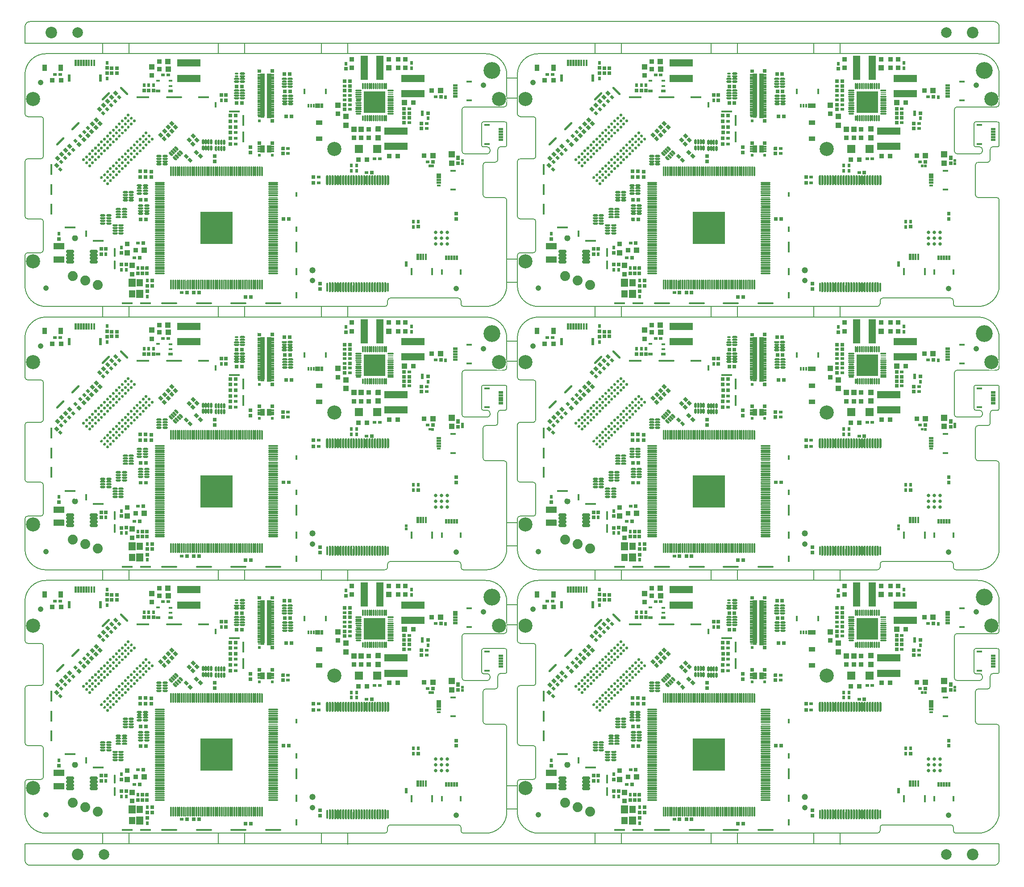
<source format=gts>
*
%FSLAX35Y35*%
%MOMM*%
G04 A1 - i274x.rotatedrectd172.d172 *
%AMA1gts*
4,1,4,
0.035305,-0.532637,
-0.532637,0.035305,
-0.035305,0.532637,
0.532637,-0.035305,
0.035305,-0.532637,
0.0000*
%
G04 A2 - construct+10_inc_-0.913 *
%AMA2gts*
4,1,24,
-0.170687,0.413092,
-0.094070,0.400665,
-0.025310,0.364660,
0.000920,0.341892,
0.340907,0.001902,
0.341892,0.000920,
0.387355,-0.061990,
0.410605,-0.136045,
0.409255,-0.213652,
0.383445,-0.286852,
0.335822,-0.348145,
0.271267,-0.391242,
0.196400,-0.411725,
0.118898,-0.407495,
0.046705,-0.378987,
-0.000920,-0.341892,
-0.342757,-0.000052,
-0.387902,0.063087,
-0.410778,0.137258,
-0.413092,0.170687,
-0.400665,0.247305,
-0.364660,0.316068,
-0.308765,0.369922,
-0.238715,0.403353,
-0.170687,0.413092,
0.0000*
%
G04 A3 - construct+9_inc_-1.508 *
%AMA3gts*
4,1,4,
-0.035305,0.505557,
0.505557,-0.035305,
0.035305,-0.505557,
-0.505557,0.035305,
-0.035305,0.505557,
0.0000*
%
G04 A4 - construct+4_inc_1.772 *
%AMA4gts*
4,1,21,
-0.443172,0.722482,
0.722482,-0.443172,
0.762675,-0.500475,
0.780355,-0.568200,
0.773305,-0.637837,
0.742410,-0.700642,
0.691550,-0.748727,
0.627112,-0.776055,
0.557190,-0.779192,
0.490562,-0.757742,
0.443172,-0.722482,
-0.722482,0.443172,
-0.762675,0.500477,
-0.780358,0.568200,
-0.780945,0.583440,
-0.768543,0.652325,
-0.732892,0.712560,
-0.678472,0.756578,
-0.612117,0.778852,
-0.542162,0.776582,
-0.477390,0.750057,
-0.443172,0.722482,
0.0000*
%
G04 A5 - construct+13_inc_1.772 *
%AMA5gts*
4,1,4,
-0.035310,0.420695,
0.420695,-0.035310,
0.035310,-0.420695,
-0.420695,0.035310,
-0.035310,0.420695,
0.0000*
%
G04 A6 - construct+3_inc_1.772 *
%AMA6gts*
4,1,20,
0.722482,0.443172,
-0.443172,-0.722482,
-0.500475,-0.762675,
-0.568200,-0.780355,
-0.637837,-0.773305,
-0.700642,-0.742410,
-0.748727,-0.691550,
-0.776055,-0.627112,
-0.779192,-0.557190,
-0.757742,-0.490562,
-0.722482,-0.443172,
0.443172,0.722482,
0.500475,0.762675,
0.568200,0.780355,
0.637837,0.773305,
0.700642,0.742410,
0.748727,0.691550,
0.776055,0.627112,
0.779192,0.557190,
0.757742,0.490562,
0.722482,0.443172,
0.0000*
%
%ADD10A1gts*%
%ADD11R,0.803148X0.703325*%
%ADD12R,0.703325X0.803148*%
%ADD13O,1.853185X0.403097*%
%ADD14R,0.469900X0.869950*%
%ADD15C,1.181100*%
%ADD16O,1.553210X0.723137*%
%ADD17R,0.673100X0.768350*%
%ADD18O,0.977900X0.495300*%
%ADD19O,0.939800X0.457200*%
%ADD20O,0.927100X0.444500*%
%ADD21R,0.768350X0.673100*%
%ADD22R,0.635000X0.666750*%
%ADD23R,0.653288X0.443230*%
%ADD24R,0.857250X0.476250*%
%ADD25R,0.933195X0.553213*%
%ADD26R,1.466850X4.565650*%
%ADD27R,1.371600X1.568450*%
%ADD28O,0.463550X1.968500*%
%ADD29R,0.869950X0.571500*%
%ADD30C,0.577850*%
%ADD31C,0.603250*%
%ADD32O,0.374650X1.828800*%
%ADD33O,1.828800X0.374650*%
%ADD34O,0.495300X0.977900*%
%ADD35A2gts*%
%ADD36A3gts*%
%ADD37R,1.066800X1.066800*%
%ADD38R,0.869950X0.469900*%
%ADD39R,0.590550X1.473200*%
%ADD40R,0.469900X1.270000*%
%ADD41R,1.104900X1.104900*%
%ADD42O,1.174750X0.374650*%
%ADD43O,1.149350X0.349250*%
%ADD44O,0.374650X1.174750*%
%ADD45O,0.349250X1.149350*%
%ADD46R,2.070100X1.270000*%
%ADD47C,3.200000*%
%ADD48R,6.121400X6.121400*%
%ADD49R,4.165600X4.165600*%
%ADD50C,1.879600*%
%ADD51C,2.679700*%
%ADD52C,0.679450*%
%ADD53R,0.895147X1.244905*%
%ADD54C,1.045000*%
%ADD55R,0.545135X0.644957*%
%ADD56R,0.644957X0.545135*%
%ADD57R,0.944930X0.944930*%
%ADD58R,0.344982X1.145083*%
%ADD59A4gts*%
%ADD60A5gts*%
%ADD61A6gts*%
%ADD62O,0.395000X2.045000*%
%ADD63O,2.145080X0.395000*%
%ADD64O,0.395000X1.244905*%
%ADD65O,0.395000X1.644955*%
%ADD66R,1.244905X1.445057*%
%ADD67O,2.045000X0.395000*%
%ADD68O,3.045000X0.395000*%
%ADD69R,0.745032X0.445060*%
%ADD70O,2.445055X0.395000*%
%ADD71R,4.445050X1.344980*%
%ADD72O,0.395000X1.045000*%
%ADD73O,0.832410X0.349810*%
%ADD74R,0.514910X0.545135*%
%ADD75R,0.344982X0.745032*%
%ADD76R,0.344982X1.045000*%
%ADD77R,1.244905X0.895147*%
%ADD78R,1.564945X1.644955*%
%ADD79R,1.045000X0.344982*%
%ADD80R,0.745032X0.344982*%
%ADD81R,0.465125X1.344980*%
%ADD82O,0.320090X1.823000*%
%ADD83O,0.395000X1.445057*%
%ADD84O,0.395000X0.944930*%
%ADD85O,1.045000X0.244907*%
%ADD86R,0.495097X0.285040*%
%ADD87R,0.775000X0.395000*%
%ADD88O,1.695000X0.244907*%
%ADD89C,0.200000*%
%ADD90R,0.553213X0.553213*%
%ADD91R,0.748335X0.848158*%
%ADD92R,1.148130X1.148130*%
%ADD93R,1.103123X1.103123*%
%ADD94R,0.500000X0.500000*%
%ADD95R,0.870025X0.469975*%
%ADD96R,0.769950X0.670127*%
%ADD97R,1.069925X1.069925*%
%ADD98R,0.469975X0.400125*%
%ADD99R,0.649960X0.550137*%
%ADD100R,0.949935X0.949935*%
%ADD101C,2.200000*%
%ADD102C,2.000000*%
%ADD103R,0.069850X0.069850*%
%ADD104C,0.069850*%
%ADD105C,0.031750*%
%ADD106R,0.025400X0.025400*%
%ADD107C,0.063500*%
%ADD108R,0.040000X0.040000*%
%ADD109R,0.038100X0.038100*%
%ADD110R,0.012700X0.012700*%
%ADD111C,0.025400*%
%ADD112C,0.019050*%
%ADD113R,0.031750X0.031750*%
%ADD114C,0.044450*%
%ADD115C,0.038100*%
%ADD116R,0.019050X0.019050*%
%ADD117C,0.012700*%
%ADD118C,0.030000*%
%ADD119R,0.044450X0.044450*%
%ADD120R,0.057150X0.057150*%
%ADD121R,0.064000X0.064000*%
%ADD122R,0.076000X0.076000*%
%ADD123C,0.050000*%
%ADD124C,0.300000*%
%ADD125C,0.350000*%
%ADD126R,0.050000X0.050000*%
%ADD127C,0.040000*%
%ADD128C,0.032000*%
%ADD129C,0.070000*%
%ADD130R,0.070000X0.070000*%
%ADD131R,0.030000X0.030000*%
%IPPOS*%
%LN6e160885h0.gts*%
%LPD*%
G75*
G54D10*
X01721078Y04655806D03*
X01492479Y04427206D03*
G54D11*
X03898468Y03695889D03*
X03899433Y03914227D03*
X02185518Y03070363D03*
G54D12*
X03724885Y04624284D03*
G54D13*
X02556002Y01560765D03*
G54D11*
X06163589Y04796700D03*
G54D12*
X05597957Y01043113D03*
G54D11*
X03897071Y04128019D03*
X03899433Y04017097D03*
G54D14*
X07989976Y01532495D03*
X08039989D03*
X08089976D03*
X08139989D03*
X08189976D03*
X05529986Y04424996D03*
X05579999D03*
X05629986D03*
G54D15*
X00949986Y01909989D03*
X05449977Y01299983D03*
G54D16*
X01304341Y01458530D03*
Y01523529D03*
Y01588527D03*
Y01653526D03*
X00859358Y01458530D03*
Y01523529D03*
Y01588527D03*
Y01653526D03*
G54D17*
X01446479Y01703945D03*
Y01603945D03*
X00642417Y01894648D03*
X01535379Y01703945D03*
X05597957Y00943113D03*
X03813785Y04624284D03*
Y04524259D03*
X07647025Y04282019D03*
X02145386Y01240674D03*
X06088177Y05121388D03*
X02264359Y04707799D03*
X02437054D03*
X01831365Y01408594D03*
X02350694Y04707799D03*
X01919300Y01409076D03*
X02321357Y01002727D03*
Y00899527D03*
X03597935Y03363962D03*
Y03463962D03*
X01826235Y01629319D03*
X02395499Y03171150D03*
Y03071151D03*
X02229206Y01340699D03*
Y01240700D03*
X01555724Y05138939D03*
Y05038304D03*
X04278579Y03636859D03*
Y03536885D03*
X02310485Y01240700D03*
G54D12*
Y01340699D03*
G54D17*
X07458659Y02124645D03*
X08182559Y02369425D03*
Y02269425D03*
X02411654Y01002727D03*
Y01102727D03*
G54D18*
X05038649Y04456086D03*
Y04506098D03*
Y04556085D03*
Y04606098D03*
X04925670D03*
Y04556085D03*
Y04506098D03*
Y04456086D03*
X04124274Y05030938D03*
Y04980926D03*
Y04930938D03*
Y04880926D03*
X04011269D03*
Y04930938D03*
X05031029Y04783746D03*
Y04833758D03*
Y04883745D03*
Y04933758D03*
X04918049D03*
G54D19*
Y04883745D03*
G54D18*
Y04833758D03*
Y04783746D03*
X02285390Y02907295D03*
Y02857282D03*
Y02807295D03*
Y02757283D03*
X02172411D03*
Y02807295D03*
G54D20*
Y02857282D03*
G54D18*
Y02907295D03*
X01825650Y02150375D03*
Y02100363D03*
Y02050375D03*
Y02000363D03*
X01712671D03*
Y02050375D03*
Y02100363D03*
Y02150375D03*
X01478991Y02335795D03*
Y02285783D03*
Y02235795D03*
Y02185783D03*
X01591970D03*
Y02235795D03*
Y02285783D03*
Y02335795D03*
X01888211Y02459188D03*
Y02409176D03*
Y02359189D03*
Y02309176D03*
X01775231D03*
Y02359189D03*
Y02409176D03*
Y02459188D03*
X02198040Y02524060D03*
Y02474047D03*
Y02424060D03*
Y02374048D03*
X02311019D03*
Y02424060D03*
Y02474047D03*
Y02524060D03*
X02018690Y02777755D03*
G54D20*
Y02727742D03*
G54D18*
Y02677755D03*
Y02627743D03*
X01905711D03*
Y02677755D03*
Y02727742D03*
Y02777755D03*
X02658770Y03463555D03*
Y03413543D03*
Y03363555D03*
Y03313543D03*
X02545791D03*
Y03363555D03*
Y03413543D03*
Y03463555D03*
X04124274Y04713438D03*
Y04663426D03*
Y04613438D03*
Y04563426D03*
X04011269D03*
Y04613438D03*
Y04663426D03*
Y04713438D03*
G54D21*
X06163589Y04530000D03*
X03995750Y04232718D03*
X03895750D03*
X04117746Y04790832D03*
X04017747D03*
X05052517Y04216132D03*
X04952517D03*
X07520407Y04084712D03*
X04017747Y04473332D03*
X04117746D03*
X07520407Y03993272D03*
X02185492Y03179609D03*
X02285492D03*
X02285517Y03070363D03*
X04891557Y03609071D03*
X05032197Y04691111D03*
X04932197D03*
X04891938Y03515726D03*
X05024577Y05026392D03*
X04924577D03*
X05475249Y03070820D03*
X06582689Y03152100D03*
X06063590Y04707799D03*
X06163589D03*
X07193915Y04191672D03*
X07293915D03*
Y04278286D03*
X07193915D03*
X01747977Y05133072D03*
X01647977D03*
Y05044171D03*
X01747977D03*
X07193890Y04364900D03*
X06063590Y04441100D03*
Y04352200D03*
X02247087Y01816467D03*
X03999433Y04017097D03*
X07193890Y04105032D03*
X04901717Y02273031D03*
X05001717D03*
X06163589Y04885600D03*
X06063590D03*
X02192249Y02263532D03*
X02292248D03*
X02292299Y02637344D03*
X02192299D03*
X03206090Y00872399D03*
X03306089D03*
X03077489D03*
X07737246Y03358272D03*
X03898468Y03807649D03*
X05475249Y02953980D03*
X02175789Y01532800D03*
X04185387Y00792872D03*
X04285386D03*
G54D22*
X04450486Y03714990D03*
X04689500D03*
Y04131982D03*
Y05081992D03*
X04450486D03*
G54D23*
X04692498Y03559999D03*
Y03600004D03*
Y03639983D03*
X04447489Y03559999D03*
Y03600004D03*
Y03639983D03*
Y04366982D03*
Y04246993D03*
Y04286998D03*
Y04327003D03*
Y04527002D03*
Y04406987D03*
Y04446992D03*
Y04486997D03*
Y04686997D03*
Y04566982D03*
Y04606987D03*
Y04646992D03*
Y04846992D03*
Y04727002D03*
Y04766982D03*
Y04806987D03*
Y04886997D03*
X04692498Y04206988D03*
Y04286998D03*
Y04327003D03*
Y04366982D03*
Y04246993D03*
Y04446992D03*
Y04486997D03*
Y04527002D03*
Y04406987D03*
Y04606987D03*
Y04646992D03*
Y04686997D03*
Y04566982D03*
Y04766982D03*
Y04806987D03*
Y04846992D03*
Y04727002D03*
Y04886997D03*
X04447489Y05006986D03*
Y04966981D03*
Y04927001D03*
X04692498Y05006986D03*
Y04966981D03*
Y04927001D03*
G54D24*
X04633493Y03559999D03*
Y03600004D03*
G54D25*
X04506493Y03639983D03*
Y03600004D03*
Y03559999D03*
X04633493Y03639983D03*
X04506493Y04246993D03*
Y04286998D03*
Y04327003D03*
Y04406987D03*
Y04366982D03*
Y04446992D03*
Y04486997D03*
Y04527002D03*
Y04566982D03*
Y04606987D03*
Y04646992D03*
Y04846992D03*
Y04806987D03*
Y04766982D03*
Y04727002D03*
Y04686997D03*
Y04886997D03*
X04633493Y04206988D03*
Y04406987D03*
Y04366982D03*
Y04327003D03*
Y04286998D03*
Y04246993D03*
Y04446992D03*
Y04486997D03*
Y04527002D03*
Y04566982D03*
Y04606987D03*
Y04646992D03*
Y04727002D03*
Y04686997D03*
Y04766982D03*
Y04806987D03*
Y04846992D03*
Y04886997D03*
Y05006986D03*
X04506493Y04927001D03*
Y04966981D03*
Y05006986D03*
X04633493Y04966981D03*
Y04927001D03*
G54D26*
X06438494Y05139600D03*
X06728485D03*
G54D27*
X02181657Y00849539D03*
X02031670Y01059521D03*
G54D28*
X06886677Y03012400D03*
X06836689D03*
X06786677D03*
X06736690D03*
X06686677D03*
X06636690D03*
X06586677D03*
X06536690D03*
X06486677D03*
X06436690D03*
X06386678D03*
X06336690D03*
X06286678D03*
X06236691D03*
X06186678D03*
X06136691D03*
X06086678D03*
X06036691D03*
X05986678D03*
X05936691D03*
X05886679D03*
X05836691D03*
X05786679D03*
X05736692D03*
X05786679Y00972399D03*
X05836691D03*
X05886679D03*
X05936691D03*
X05986678D03*
X06036691D03*
X06086678D03*
X06136691D03*
X06186678D03*
X06236691D03*
X06286678D03*
X06336690D03*
X06386678D03*
X06436690D03*
X06486677D03*
X06536690D03*
X06586677D03*
X06636690D03*
X06686677D03*
X06736690D03*
X06786677D03*
X06836689D03*
G54D29*
X02524760Y04702796D03*
X02764764D03*
G54D30*
X01960449Y04243868D03*
X02017013Y04187328D03*
X02073580Y04130737D03*
X02299843Y03904474D03*
X02356435Y03847908D03*
X02412975Y03791342D03*
X01903883Y04187303D03*
X01960423Y04130737D03*
X02017013Y04074171D03*
X02243278Y03847908D03*
X02299843Y03791317D03*
X02356409Y03734776D03*
X01847316Y04130737D03*
X01903883Y04074196D03*
X01960449Y04017605D03*
X02186712Y03791342D03*
X02243303Y03734776D03*
X02299843Y03678210D03*
X01790751Y04074171D03*
X01847291Y04017605D03*
X01903883Y03961039D03*
X02130146Y03734776D03*
X02186712Y03678185D03*
X02243278Y03621645D03*
G54D31*
X01734185Y04017605D03*
G54D30*
X01790751Y03961065D03*
X01847316Y03904474D03*
X02073580Y03678210D03*
X02130171Y03621645D03*
G54D31*
X02186711Y03565079D03*
G54D30*
X01677619Y03961039D03*
X01734159Y03904474D03*
X01790751Y03847908D03*
X02017013Y03621645D03*
X02073580Y03565053D03*
X02130146Y03508513D03*
X01621028Y03904474D03*
X01677593Y03847908D03*
X01734159Y03791317D03*
X01960423Y03565053D03*
X02017013Y03508488D03*
X02073580Y03451922D03*
X01564488Y03847908D03*
X01621028Y03791342D03*
X01677619Y03734776D03*
X01903883Y03508513D03*
X01960449Y03451922D03*
X02017013Y03395381D03*
X01507896Y03791317D03*
X01564463Y03734776D03*
X01621028Y03678185D03*
X01847291Y03451922D03*
X01903883Y03395356D03*
X01960423Y03338790D03*
X01451331Y03734776D03*
X01507896Y03678210D03*
X01564488Y03621645D03*
X01790751Y03395381D03*
X01847316Y03338790D03*
X01903883Y03282224D03*
X01394765Y03678185D03*
X01451331Y03621645D03*
X01507896Y03565053D03*
X01734159Y03338790D03*
X01790751Y03282224D03*
X01847291Y03225659D03*
G54D31*
X01338199Y03621619D03*
G54D30*
X01394739Y03565053D03*
X01451331Y03508488D03*
X01677593Y03282224D03*
X01734159Y03225633D03*
X01790726Y03169093D03*
X01281633Y03565053D03*
X01338198Y03508513D03*
X01394765Y03451922D03*
X01621028Y03225659D03*
X01677619Y03169093D03*
X01734159Y03112527D03*
X01225068Y03508488D03*
X01281608Y03451922D03*
X01338198Y03395356D03*
X01564463Y03169093D03*
X01621028Y03112502D03*
X01677593Y03055961D03*
X01168502Y03451922D03*
X01225068Y03395381D03*
X01281633Y03338790D03*
X01507896Y03112527D03*
X01564488Y03055961D03*
G54D31*
X01621028Y02999396D03*
G54D30*
X01111935Y03395356D03*
X01168477Y03338790D03*
X01225068Y03282224D03*
X01451331Y03055961D03*
X01507896Y02999370D03*
X01564463Y02942830D03*
G54D32*
X04493489Y03178262D03*
X04453484D03*
X04413504D03*
X04373499D03*
X04333494D03*
X04293489D03*
X04253484D03*
X04213504D03*
X04173499D03*
X04133494D03*
X04093489D03*
X04053484D03*
X04013505D03*
X03973500D03*
X03933495D03*
X03893490D03*
X03853485D03*
X03813505D03*
X03773500D03*
X03733495D03*
X03693490D03*
X03653485D03*
X03613506D03*
X03573500D03*
X03533496D03*
X03493491D03*
X03453485D03*
X03413506D03*
X03373501D03*
X03333496D03*
X03293491D03*
X03253486D03*
X03213506D03*
X03173501D03*
X03133496D03*
X03093491D03*
X03053486D03*
X03013507D03*
X02973502D03*
X02933497D03*
X02893492D03*
X02853487D03*
X02813507D03*
X02773502D03*
Y01023275D03*
X02813507D03*
X02853487D03*
X02893492D03*
X02933497D03*
X02973502D03*
X03013507D03*
X03053486D03*
X03093491D03*
X03133496D03*
X03173501D03*
X03213506D03*
X03253486D03*
X03293491D03*
X03333496D03*
X03373501D03*
X03413506D03*
X03453485D03*
X03493491D03*
X03533496D03*
X03573500D03*
X03613506D03*
X03653485D03*
X03693490D03*
X03733495D03*
X03773500D03*
X03813505D03*
X03853485D03*
X03893490D03*
X03933495D03*
X03973500D03*
X04013505D03*
X04053484D03*
X04093489D03*
X04133494D03*
X04173499D03*
X04213504D03*
X04253484D03*
X04293489D03*
X04333494D03*
X04373499D03*
X04413504D03*
X04453484D03*
X04493489D03*
G54D33*
X02556002Y02960762D03*
Y02920757D03*
Y02880778D03*
Y02840772D03*
Y02800768D03*
Y02760763D03*
Y02720758D03*
Y02680778D03*
Y02640773D03*
Y02600768D03*
Y02560763D03*
Y02520758D03*
Y02480778D03*
Y02440773D03*
Y02400768D03*
Y02360763D03*
Y02320758D03*
Y02280779D03*
Y02240774D03*
Y02200769D03*
Y02160764D03*
Y02120759D03*
Y02080779D03*
Y02040774D03*
Y02000769D03*
Y01960764D03*
Y01920759D03*
Y01880780D03*
Y01840774D03*
Y01800769D03*
Y01760765D03*
Y01720759D03*
Y01680780D03*
Y01640775D03*
Y01600770D03*
Y01560765D03*
Y01520760D03*
Y01480780D03*
Y01440775D03*
Y01400770D03*
Y01360765D03*
Y01320760D03*
Y01280781D03*
Y01240776D03*
X04710989D03*
Y01280781D03*
Y01320760D03*
Y01360765D03*
Y01400770D03*
Y01440775D03*
Y01480780D03*
Y01520760D03*
Y01560765D03*
Y01600770D03*
Y01640775D03*
Y01680780D03*
Y01720759D03*
Y01760765D03*
Y01800769D03*
Y01840774D03*
Y01880780D03*
Y01920759D03*
Y01960764D03*
Y02000769D03*
Y02040774D03*
Y02080779D03*
Y02120759D03*
Y02160764D03*
Y02200769D03*
Y02240774D03*
Y02280779D03*
Y02320758D03*
Y02360763D03*
Y02400768D03*
Y02440773D03*
Y02480778D03*
Y02520758D03*
Y02560763D03*
Y02600768D03*
Y02640773D03*
Y02720758D03*
Y02760763D03*
Y02800768D03*
Y02840772D03*
Y02880778D03*
Y02920757D03*
Y02960762D03*
G54D34*
X03530676Y03621594D03*
X03480664D03*
X03430676D03*
X03380664D03*
Y03734573D03*
X03430676D03*
X03480664D03*
X03530676D03*
X03774542Y03726928D03*
X03724529D03*
X03674542D03*
X03624529D03*
Y03613949D03*
X03674542D03*
X03724529D03*
X03774542D03*
G54D35*
X02874442Y03611053D03*
X02839085Y03575696D03*
X02803728Y03540339D03*
X02768371Y03504983D03*
X02848254Y03425099D03*
X02883637Y03460456D03*
X02918968Y03495813D03*
X02954350Y03531170D03*
G54D36*
X01194892Y03856112D03*
X01423492Y04084712D03*
X01352779Y04155426D03*
X03191739Y03843006D03*
X03262452Y03772292D03*
X03186252Y03696092D03*
X03115539Y03766806D03*
X02574519Y03865865D03*
X02645232Y03795152D03*
X02718892Y03866272D03*
X02648179Y03936986D03*
X02719298Y04013186D03*
X02790012Y03942472D03*
X02858592Y04016132D03*
X02787879Y04086845D03*
X01027252Y03685932D03*
X01121232Y03779912D03*
X00844779Y03652505D03*
X00768579Y03576306D03*
X00692379Y03500106D03*
X00616179Y03423906D03*
X00603479Y03284206D03*
X01266012Y03932312D03*
X01349832Y04008512D03*
X01279118Y04079225D03*
X03130423Y03386136D03*
G54D10*
X03059709Y03456850D03*
G54D36*
X03255239Y03535666D03*
X03325952Y03464952D03*
X01721078Y04655806D03*
X01644878Y04579606D03*
X01568678Y04503406D03*
X01492479Y04427206D03*
G54D10*
X01416279Y04351006D03*
G54D37*
X02712695Y05260072D03*
X02264410Y01681847D03*
X02715235Y05120372D03*
X07199427Y04479199D03*
X07739304Y03475112D03*
G54D38*
X07852029Y03110013D03*
Y03060000D03*
Y03010013D03*
Y02960000D03*
X09026246Y03776432D03*
Y03826419D03*
Y03876432D03*
Y03926444D03*
Y03976432D03*
G54D39*
X01435176Y04946001D03*
X00841197D03*
G54D40*
X00963193Y05232995D03*
X01163193D03*
X01113180D03*
X01063193D03*
X01013181D03*
X07454976Y01555990D03*
X07504989D03*
G54D37*
X06380276Y03977549D03*
X02409165Y05162282D03*
X06900977Y05139650D03*
X05935777Y04434749D03*
X06088177Y04053749D03*
Y04218849D03*
G54D41*
X06240577Y03977550D03*
G54D37*
X02032406Y01387562D03*
X06701714Y03814202D03*
Y03979302D03*
X01940560Y01629777D03*
G54D42*
X06939280Y04271885D03*
Y04311889D03*
Y04351895D03*
Y04391900D03*
Y04431905D03*
Y04471884D03*
Y04511889D03*
Y04551894D03*
Y04591899D03*
Y04711889D03*
X06329273D03*
Y04671884D03*
Y04631904D03*
Y04591899D03*
Y04551894D03*
G54D43*
Y04511889D03*
G54D42*
Y04471884D03*
Y04431905D03*
Y04391900D03*
Y04351895D03*
Y04311889D03*
G54D43*
Y04271885D03*
G54D44*
X06854291Y04796902D03*
X06814287D03*
X06774281D03*
X06734277D03*
X06694297D03*
X06654292D03*
X06614287D03*
X06574282D03*
X06534277D03*
X06494297D03*
X06454292D03*
X06414287D03*
G54D45*
Y04186896D03*
G54D44*
X06454292D03*
X06494297D03*
X06534277D03*
X06574282D03*
X06614287D03*
X06654292D03*
X06694297D03*
X06734277D03*
X06774281D03*
X06814287D03*
X06854291D03*
G54D46*
X00644957Y01754694D03*
Y01504681D03*
G54D47*
X08856980Y05095606D03*
G54D48*
X03633495Y02100769D03*
G54D49*
X06634277Y04491899D03*
G54D50*
X00910057Y01187791D03*
X01144982Y01102295D03*
X01379906Y01016773D03*
G54D51*
X00149986Y01469985D03*
Y04549989D03*
X08989999D03*
X05869991Y03600004D03*
G54D52*
X07794294Y01798712D03*
Y01908719D03*
Y02018701D03*
X07904276Y01798712D03*
Y01908719D03*
Y02018701D03*
X08014284Y01798712D03*
Y01908719D03*
Y02018701D03*
G54D53*
X00377038Y05143892D03*
X00682015D03*
G54D54*
X00300000Y04859996D03*
G54D55*
X01555724Y05238964D03*
G54D56*
X00570967Y05016892D03*
X00670967D03*
G54D57*
X00683209Y04902592D03*
X00518110D03*
G54D58*
X01313179Y05232995D03*
X01263193D03*
X01213180D03*
G54D55*
X01555724Y04938279D03*
G54D59*
X01880108Y04699671D03*
G54D60*
X01791793Y04585092D03*
X01715593Y04508892D03*
X01639393Y04432692D03*
X01563193Y04356492D03*
X01486993Y04280292D03*
G54D61*
X01535507Y04599672D03*
X00666725Y03749381D03*
X00961416Y04036376D03*
G54D60*
X01195299Y04003026D03*
X01124179Y03926826D03*
X01050519Y03850626D03*
X00956539Y03756646D03*
X00915493Y03581792D03*
X00839293Y03505592D03*
X00763093Y03429392D03*
X00686892Y03353192D03*
X00674192Y03213492D03*
G54D62*
X00499973Y03209987D03*
Y02830003D03*
Y02460001D03*
G54D55*
X00642417Y01994648D03*
G54D63*
X00853999Y02109989D03*
X01388719Y01860002D03*
G54D64*
X01159993Y01989999D03*
G54D54*
X00400000Y00960004D03*
G54D65*
X01699997Y01639987D03*
Y01399983D03*
G54D55*
X01826235Y01729319D03*
G54D57*
X01940560Y01794877D03*
G54D55*
X01831366Y01308594D03*
X01919301Y01309076D03*
G54D57*
X02032406Y01222462D03*
G54D55*
X02145386Y01340674D03*
X02321357Y01102727D03*
G54D66*
X02181656Y01059521D03*
G54D67*
X01939976Y00669987D03*
X02289988D03*
G54D66*
X02031670Y00849539D03*
G54D55*
X02321357Y00799527D03*
G54D68*
X02739975Y00669987D03*
G54D56*
X02977489Y00872399D03*
G54D68*
X03399993Y00669987D03*
G54D56*
X02147088Y01816467D03*
X02075789Y01532799D03*
G54D57*
X02099310Y01681847D03*
G54D69*
X02524760Y04897791D03*
X02764764Y04797792D03*
G54D57*
X02409165Y04997182D03*
G54D68*
X02829992Y04580012D03*
G54D70*
X02232991D03*
G54D55*
X02437054Y04807825D03*
X02264360D03*
X02350694D03*
G54D56*
X02720798Y05006072D03*
X02620797D03*
G54D57*
X02547595Y05260072D03*
X02550134Y05120372D03*
G54D71*
X03107664Y05232360D03*
G54D69*
X02764764Y04892788D03*
G54D67*
X03389986Y04579987D03*
G54D72*
X03619982Y04439982D03*
G54D55*
X03724885Y04524259D03*
G54D71*
X03107664Y04942343D03*
G54D73*
X04011269Y04980926D03*
Y05030938D03*
G54D56*
X03997070Y04128019D03*
G54D62*
X04139996Y04139982D03*
G54D67*
X03969995Y04309985D03*
G54D56*
X03998467Y03695889D03*
X03999433Y03914227D03*
X03998467Y03807649D03*
G54D62*
X04139996Y03830001D03*
G54D74*
X04450486Y03484993D03*
G54D56*
X04991558Y03609072D03*
X04991939Y03515727D03*
G54D74*
X04689501Y03484993D03*
X04450486Y04131981D03*
G54D75*
X05380000Y04424996D03*
X05429986D03*
X05480000D03*
G54D76*
X05300980Y04689994D03*
X05708981D03*
G54D77*
X05584546Y03797565D03*
Y04102568D03*
G54D57*
X05935777Y04269649D03*
X06240577Y03812449D03*
X06380276D03*
X06519977D03*
Y03977549D03*
X06202476Y05304750D03*
G54D55*
X06088177Y05221387D03*
G54D57*
X06202476Y05139650D03*
X06900977Y05304750D03*
X07078777D03*
X07218477D03*
X07078777Y05139650D03*
X07218477D03*
G54D55*
X07332777Y05134088D03*
Y05234087D03*
G54D71*
X07358177Y04941683D03*
Y04651691D03*
G54D57*
X07364526Y04479199D03*
G54D56*
X07293890Y04364899D03*
G54D54*
X08699983Y04809984D03*
G54D55*
X07647025Y04182019D03*
G54D56*
X07620407Y04084712D03*
Y03993272D03*
X07293890Y04105032D03*
G54D71*
X07040676Y03938383D03*
Y03648391D03*
G54D78*
X06678295Y03602899D03*
X06336284D03*
G54D56*
X06635089Y03412399D03*
X06735089D03*
G54D57*
X07072426Y03463199D03*
X06907326D03*
X06488226Y03399699D03*
X06323126D03*
G54D55*
X06291377Y03284587D03*
X06189777D03*
Y03184587D03*
X06291377D03*
G54D56*
X06482689Y03152100D03*
X05575250Y03070820D03*
Y02953980D03*
X07637246Y03358272D03*
G54D57*
X07574204Y03475112D03*
G54D79*
X08117027Y03189006D03*
Y02830993D03*
G54D80*
X07852029Y02910013D03*
G54D55*
X07367016Y02222994D03*
Y02122994D03*
X07458660Y02224645D03*
G54D58*
X07604988Y01555990D03*
X07554976D03*
G54D76*
X07910983Y01267496D03*
G54D81*
X07726985Y01268995D03*
X07332979D03*
G54D76*
X08268996Y01267496D03*
G54D54*
X08179994Y00949996D03*
G54D79*
X08761248Y03697438D03*
Y04055426D03*
G54D56*
X06063590Y04796699D03*
Y04529999D03*
X06163590Y04618899D03*
X06063590D03*
X06163590Y04441099D03*
Y04352199D03*
G54D82*
X06886677Y00972399D03*
X05736692D03*
G54D54*
X05449977Y01099983D03*
G54D64*
X05149977Y00819999D03*
G54D68*
X04049980Y00669987D03*
X04709999D03*
G54D83*
X05149977Y01269986D03*
G54D62*
Y01739987D03*
G54D72*
Y02079992D03*
G54D84*
Y02739985D03*
G54D55*
X01535380Y01603945D03*
G54D85*
X06939280Y04631904D03*
Y04671884D03*
G54D86*
X04447490Y04206988D03*
G54D87*
X04506494D03*
G36*
X04422735Y04216783D02*
Y04230135D01*
X04463280D01*
Y04216783D01*
X04422735D01*
G37*
G54D88*
X04710989Y02680778D03*
G54D89*
X06929984Y00769986D02*
G03X06879996Y00720000I00000013J-00050000D01*
X06820001Y00609992D02*
G03X06879996Y00660005I00005003J00054990D01*
X08269986D02*
G03X08319999Y00609992I00050012J00000000D01*
X08269986Y00720000D02*
G03X08219999Y00769986I-00050000J-00000013D01*
X09019997Y03642777D02*
G03X08969985Y03589996I00001385J-00051397D01*
X00299999Y01629980D02*
G03X00349987Y01679992I-00000012J00050000D01*
X00052654Y01629980D02*
G03X00000000Y01579992I-00001321J-00051334D01*
X08289976Y03558983D02*
G03X08339988Y03508995I00050000J00000012D01*
X08769985D02*
G03X08819998Y03558983I00000000J00050013D01*
Y03589996D02*
G03X08769985Y03640212I-00050114J00000102D01*
X08919997Y03349026D02*
G03X08969985Y03398988I00000013J00049974D01*
X09139987Y04085220D02*
G03X09109989Y04115243I-00030010J00000012D01*
X09109659Y03642752D02*
G03X09139657Y03672749I00000000J00029998D01*
X08662619Y03670692D02*
G03X08692617Y03640695I00029998J00000000D01*
X08692718Y04115243D02*
G03X08662721Y04085220I00000000J-00029997D01*
X08739988Y03349026D02*
G03X08689975Y03299979I-00000483J-00049530D01*
X08339988Y04400002D02*
G03X08289976Y04349990I00000000J-00050012D01*
X09090000Y04400002D02*
G03X09139987Y04449989I-00000012J00050000D01*
Y05009983D02*
G03X08739988Y05409982I-00399999J00000000D01*
Y00609992D02*
G03X09139987Y01009991I00000000J00399999D01*
X00399999Y05409982D02*
G03X00000000Y05009983I00000000J-00399999D01*
Y01009991D02*
G03X00399999Y00609992I00399999J-00000000D01*
X00349987Y02222892D02*
G03X00299999Y02275546I-00051334J00001321D01*
X00349987Y04165001D02*
G03X00309981Y04214989I-00044997J00004990D01*
Y03414990D02*
G03X00349987Y03465003I-00005004J00045009D01*
X00059995Y03414990D02*
G03X00000000Y03365003I-00005004J-00054991D01*
Y04265001D02*
G03X00059995Y04214989I00055005J00004992D01*
X00000000Y02325813D02*
G03X00049860Y02275952I00049860J-00000000D01*
X09139987Y02629826D02*
G03X09090000Y02679838I-00050013J00000000D01*
X08689975Y02730003D02*
G03X08739988Y02679991I00050012J00000000D01*
X06879996Y00660005D02*
G01Y00720000D01*
X08269986Y00660005D02*
Y00720000D01*
X00052654Y01629980D02*
X00299999D01*
X09019997Y03642777D02*
X09114714D01*
X08339988Y03508995D02*
X08769985D01*
X08739988Y03349026D02*
X08919997D01*
X08819998Y03558983D02*
Y03589996D01*
X08969985Y03398988D02*
Y03589996D01*
X08697493Y03640212D02*
X08769985D01*
X08662721Y03673232D02*
Y04085220D01*
X09139987Y03673232D02*
Y04085220D01*
X00349987Y03465003D02*
Y04165001D01*
X00000000Y02325813D02*
Y03365003D01*
X00049860Y02275546D02*
X00299999D01*
X00349987Y01679992D02*
Y02225584D01*
X08692718Y04115243D02*
X09105239D01*
X08339988Y04400002D02*
X09090000D01*
X00000000Y04265001D02*
Y05009983D01*
X00399999Y05409982D02*
X08739988D01*
X00059995Y04214989D02*
X00309981D01*
X00059995Y03414990D02*
X00309981D01*
X00000000Y01009991D02*
Y01579992D01*
X00399999Y00609992D02*
X06820001D01*
X09139987Y01009991D02*
Y02630003D01*
X08739988Y02679991D02*
X09090000D01*
X08689975Y02730003D02*
Y03299979D01*
X09139987Y04449989D02*
Y05009983D01*
X06929984Y00769986D02*
X08219999D01*
X08319999Y00609992D02*
X08739988D01*
X08289976Y03558983D02*
Y04349990D01*
G54D90*
X07538567Y04253800D03*
Y04306784D03*
X07231228Y01444204D03*
Y01391220D03*
G54D91*
X08218094Y03428579D03*
G54D92*
X08097368Y03499242D03*
G54D90*
X08298205Y03378287D03*
Y03325278D03*
G54D12*
X08218094Y03328605D03*
G54D93*
X08097368Y03334142D03*
G54D90*
X07735240Y03279532D03*
G54D94*
X07682755D03*
G54D95*
X08164779Y04804193D03*
Y04754180D03*
Y04704193D03*
Y04654206D03*
Y04604193D03*
G54D96*
X07893355Y04595252D03*
G54D97*
X07884008Y04712092D03*
G54D98*
X07980527Y04568683D03*
Y04604193D03*
G54D99*
X07793380Y04595252D03*
G54D100*
X07718908Y04712092D03*
G54D79*
X08429777Y04883187D03*
Y04525199D03*
G54D10*
X01721078Y09655806D03*
X01492479Y09427206D03*
G54D11*
X03898468Y08695889D03*
X03899433Y08914227D03*
X02185518Y08070363D03*
G54D12*
X03724885Y09624284D03*
G54D13*
X02556002Y06560765D03*
G54D11*
X06163589Y09796700D03*
G54D12*
X05597957Y06043113D03*
G54D11*
X03897071Y09128019D03*
X03899433Y09017097D03*
G54D14*
X07989976Y06532495D03*
X08039989D03*
X08089976D03*
X08139989D03*
X08189976D03*
X05529986Y09424996D03*
X05579999D03*
X05629986D03*
G54D15*
X00949986Y06909989D03*
X05449977Y06299983D03*
G54D16*
X01304341Y06458530D03*
Y06523528D03*
Y06588527D03*
Y06653525D03*
X00859358Y06458530D03*
Y06523528D03*
Y06588527D03*
Y06653525D03*
G54D17*
X01446479Y06703945D03*
Y06603945D03*
X00642417Y06894648D03*
X01535379Y06703945D03*
X05597957Y05943113D03*
X03813785Y09624284D03*
Y09524259D03*
X07647025Y09282019D03*
X02145386Y06240674D03*
X06088177Y10121388D03*
X02264359Y09707800D03*
X02437054D03*
X01831365Y06408593D03*
X02350694Y09707800D03*
X01919300Y06409076D03*
X02321357Y06002727D03*
Y05899527D03*
X03597935Y08363961D03*
Y08463962D03*
X01826235Y06629320D03*
X02395499Y08171150D03*
Y08071151D03*
X02229206Y06340699D03*
Y06240699D03*
X01555724Y10138939D03*
Y10038304D03*
X04278579Y08636859D03*
Y08536885D03*
X02310485Y06240699D03*
G54D12*
Y06340699D03*
G54D17*
X07458659Y07124645D03*
X08182559Y07369424D03*
Y07269425D03*
X02411654Y06002727D03*
Y06102726D03*
G54D18*
X05038649Y09456086D03*
Y09506098D03*
Y09556085D03*
Y09606098D03*
X04925670D03*
Y09556085D03*
Y09506098D03*
Y09456086D03*
X04124274Y10030938D03*
Y09980926D03*
Y09930939D03*
Y09880926D03*
X04011269D03*
Y09930939D03*
X05031029Y09783746D03*
Y09833758D03*
Y09883745D03*
Y09933758D03*
X04918049D03*
G54D19*
Y09883745D03*
G54D18*
Y09833758D03*
Y09783746D03*
X02285390Y07907295D03*
Y07857282D03*
Y07807295D03*
Y07757282D03*
X02172411D03*
Y07807295D03*
G54D20*
Y07857282D03*
G54D18*
Y07907295D03*
X01825650Y07150375D03*
Y07100363D03*
Y07050375D03*
Y07000363D03*
X01712671D03*
Y07050375D03*
Y07100363D03*
Y07150375D03*
X01478991Y07335795D03*
Y07285782D03*
Y07235795D03*
Y07185782D03*
X01591970D03*
Y07235795D03*
Y07285782D03*
Y07335795D03*
X01888211Y07459188D03*
Y07409176D03*
Y07359188D03*
Y07309176D03*
X01775231D03*
Y07359188D03*
Y07409176D03*
Y07459188D03*
X02198040Y07524060D03*
Y07474047D03*
Y07424060D03*
Y07374048D03*
X02311019D03*
Y07424060D03*
Y07474047D03*
Y07524060D03*
X02018690Y07777755D03*
G54D20*
Y07727743D03*
G54D18*
Y07677755D03*
Y07627742D03*
X01905711D03*
Y07677755D03*
Y07727743D03*
Y07777755D03*
X02658770Y08463555D03*
Y08413543D03*
Y08363555D03*
Y08313543D03*
X02545791D03*
Y08363555D03*
Y08413543D03*
Y08463555D03*
X04124274Y09713438D03*
Y09663426D03*
Y09613439D03*
Y09563426D03*
X04011269D03*
Y09613439D03*
Y09663426D03*
Y09713438D03*
G54D21*
X06163589Y09530000D03*
X03995750Y09232718D03*
X03895750D03*
X04117746Y09790832D03*
X04017747D03*
X05052517Y09216131D03*
X04952517D03*
X07520407Y09084712D03*
X04017747Y09473332D03*
X04117746D03*
X07520407Y08993272D03*
X02185492Y08179608D03*
X02285492D03*
X02285517Y08070363D03*
X04891557Y08609072D03*
X05032197Y09691112D03*
X04932197D03*
X04891938Y08515727D03*
X05024577Y10026392D03*
X04924577D03*
X05475249Y08070820D03*
X06582689Y08152100D03*
X06063590Y09707800D03*
X06163589D03*
X07193915Y09191672D03*
X07293915D03*
Y09278286D03*
X07193915D03*
X01747977Y10133072D03*
X01647977D03*
Y10044171D03*
X01747977D03*
X07193890Y09364900D03*
X06063590Y09441100D03*
Y09352200D03*
X02247087Y06816467D03*
X03999433Y09017097D03*
X07193890Y09105032D03*
X04901717Y07273031D03*
X05001717D03*
X06163589Y09885600D03*
X06063590D03*
X02192249Y07263532D03*
X02292248D03*
X02292299Y07637344D03*
X02192299D03*
X03206090Y05872399D03*
X03306089D03*
X03077489D03*
X07737246Y08358272D03*
X03898468Y08807649D03*
X05475249Y07953980D03*
X02175789Y06532800D03*
X04185387Y05792872D03*
X04285386D03*
G54D22*
X04450486Y08714990D03*
X04689500D03*
Y09131982D03*
Y10081992D03*
X04450486D03*
G54D23*
X04692498Y08559999D03*
Y08600004D03*
Y08639984D03*
X04447489Y08559999D03*
Y08600004D03*
Y08639984D03*
Y09366982D03*
Y09246992D03*
Y09286998D03*
Y09327002D03*
Y09527002D03*
Y09406987D03*
Y09446992D03*
Y09486997D03*
Y09686997D03*
Y09566982D03*
Y09606987D03*
Y09646992D03*
Y09846992D03*
Y09727002D03*
Y09766982D03*
Y09806987D03*
Y09886997D03*
X04692498Y09206988D03*
Y09286998D03*
Y09327002D03*
Y09366982D03*
Y09246992D03*
Y09446992D03*
Y09486997D03*
Y09527002D03*
Y09406987D03*
Y09606987D03*
Y09646992D03*
Y09686997D03*
Y09566982D03*
Y09766982D03*
Y09806987D03*
Y09846992D03*
Y09727002D03*
Y09886997D03*
X04447489Y10006986D03*
Y09966981D03*
Y09927002D03*
X04692498Y10006986D03*
Y09966981D03*
Y09927002D03*
G54D24*
X04633493Y08559999D03*
Y08600004D03*
G54D25*
X04506493Y08639984D03*
Y08600004D03*
Y08559999D03*
X04633493Y08639984D03*
X04506493Y09246992D03*
Y09286998D03*
Y09327002D03*
Y09406987D03*
Y09366982D03*
Y09446992D03*
Y09486997D03*
Y09527002D03*
Y09566982D03*
Y09606987D03*
Y09646992D03*
Y09846992D03*
Y09806987D03*
Y09766982D03*
Y09727002D03*
Y09686997D03*
Y09886997D03*
X04633493Y09206988D03*
Y09406987D03*
Y09366982D03*
Y09327002D03*
Y09286998D03*
Y09246992D03*
Y09446992D03*
Y09486997D03*
Y09527002D03*
Y09566982D03*
Y09606987D03*
Y09646992D03*
Y09727002D03*
Y09686997D03*
Y09766982D03*
Y09806987D03*
Y09846992D03*
Y09886997D03*
Y10006986D03*
X04506493Y09927002D03*
Y09966981D03*
Y10006986D03*
X04633493Y09966981D03*
Y09927002D03*
G54D26*
X06438494Y10139600D03*
X06728485D03*
G54D27*
X02181657Y05849540D03*
X02031670Y06059521D03*
G54D28*
X06886677Y08012400D03*
X06836689D03*
X06786677D03*
X06736690D03*
X06686677D03*
X06636690D03*
X06586677D03*
X06536690D03*
X06486677D03*
X06436690D03*
X06386678D03*
X06336690D03*
X06286678D03*
X06236691D03*
X06186678D03*
X06136691D03*
X06086678D03*
X06036691D03*
X05986678D03*
X05936691D03*
X05886679D03*
X05836691D03*
X05786679D03*
X05736692D03*
X05786679Y05972399D03*
X05836691D03*
X05886679D03*
X05936691D03*
X05986678D03*
X06036691D03*
X06086678D03*
X06136691D03*
X06186678D03*
X06236691D03*
X06286678D03*
X06336690D03*
X06386678D03*
X06436690D03*
X06486677D03*
X06536690D03*
X06586677D03*
X06636690D03*
X06686677D03*
X06736690D03*
X06786677D03*
X06836689D03*
G54D29*
X02524760Y09702796D03*
X02764764D03*
G54D30*
X01960449Y09243868D03*
X02017013Y09187328D03*
X02073580Y09130737D03*
X02299843Y08904474D03*
X02356435Y08847908D03*
X02412975Y08791342D03*
X01903883Y09187303D03*
X01960423Y09130737D03*
X02017013Y09074171D03*
X02243278Y08847908D03*
X02299843Y08791317D03*
X02356409Y08734776D03*
X01847316Y09130737D03*
X01903883Y09074196D03*
X01960449Y09017605D03*
X02186712Y08791342D03*
X02243303Y08734776D03*
X02299843Y08678210D03*
X01790751Y09074171D03*
X01847291Y09017605D03*
X01903883Y08961039D03*
X02130146Y08734776D03*
X02186712Y08678185D03*
X02243278Y08621645D03*
G54D31*
X01734185Y09017605D03*
G54D30*
X01790751Y08961065D03*
X01847316Y08904474D03*
X02073580Y08678210D03*
X02130171Y08621645D03*
G54D31*
X02186711Y08565079D03*
G54D30*
X01677619Y08961039D03*
X01734159Y08904474D03*
X01790751Y08847908D03*
X02017013Y08621645D03*
X02073580Y08565053D03*
X02130146Y08508513D03*
X01621028Y08904474D03*
X01677593Y08847908D03*
X01734159Y08791317D03*
X01960423Y08565053D03*
X02017013Y08508488D03*
X02073580Y08451922D03*
X01564488Y08847908D03*
X01621028Y08791342D03*
X01677619Y08734776D03*
X01903883Y08508513D03*
X01960449Y08451922D03*
X02017013Y08395381D03*
X01507896Y08791317D03*
X01564463Y08734776D03*
X01621028Y08678185D03*
X01847291Y08451922D03*
X01903883Y08395356D03*
X01960423Y08338790D03*
X01451331Y08734776D03*
X01507896Y08678210D03*
X01564488Y08621645D03*
X01790751Y08395381D03*
X01847316Y08338790D03*
X01903883Y08282224D03*
X01394765Y08678185D03*
X01451331Y08621645D03*
X01507896Y08565053D03*
X01734159Y08338790D03*
X01790751Y08282224D03*
X01847291Y08225659D03*
G54D31*
X01338199Y08621619D03*
G54D30*
X01394739Y08565053D03*
X01451331Y08508488D03*
X01677593Y08282224D03*
X01734159Y08225633D03*
X01790726Y08169093D03*
X01281633Y08565053D03*
X01338198Y08508513D03*
X01394765Y08451922D03*
X01621028Y08225659D03*
X01677619Y08169093D03*
X01734159Y08112527D03*
X01225068Y08508488D03*
X01281608Y08451922D03*
X01338198Y08395356D03*
X01564463Y08169093D03*
X01621028Y08112502D03*
X01677593Y08055961D03*
X01168502Y08451922D03*
X01225068Y08395381D03*
X01281633Y08338790D03*
X01507896Y08112527D03*
X01564488Y08055961D03*
G54D31*
X01621028Y07999396D03*
G54D30*
X01111935Y08395356D03*
X01168477Y08338790D03*
X01225068Y08282224D03*
X01451331Y08055961D03*
X01507896Y07999370D03*
X01564463Y07942830D03*
G54D32*
X04493489Y08178262D03*
X04453484D03*
X04413504D03*
X04373499D03*
X04333494D03*
X04293489D03*
X04253484D03*
X04213504D03*
X04173499D03*
X04133494D03*
X04093489D03*
X04053484D03*
X04013505D03*
X03973500D03*
X03933495D03*
X03893490D03*
X03853485D03*
X03813505D03*
X03773500D03*
X03733495D03*
X03693490D03*
X03653485D03*
X03613506D03*
X03573500D03*
X03533496D03*
X03493491D03*
X03453485D03*
X03413506D03*
X03373501D03*
X03333496D03*
X03293491D03*
X03253486D03*
X03213506D03*
X03173501D03*
X03133496D03*
X03093491D03*
X03053486D03*
X03013507D03*
X02973502D03*
X02933497D03*
X02893492D03*
X02853487D03*
X02813507D03*
X02773502D03*
Y06023276D03*
X02813507D03*
X02853487D03*
X02893492D03*
X02933497D03*
X02973502D03*
X03013507D03*
X03053486D03*
X03093491D03*
X03133496D03*
X03173501D03*
X03213506D03*
X03253486D03*
X03293491D03*
X03333496D03*
X03373501D03*
X03413506D03*
X03453485D03*
X03493491D03*
X03533496D03*
X03573500D03*
X03613506D03*
X03653485D03*
X03693490D03*
X03733495D03*
X03773500D03*
X03813505D03*
X03853485D03*
X03893490D03*
X03933495D03*
X03973500D03*
X04013505D03*
X04053484D03*
X04093489D03*
X04133494D03*
X04173499D03*
X04213504D03*
X04253484D03*
X04293489D03*
X04333494D03*
X04373499D03*
X04413504D03*
X04453484D03*
X04493489D03*
G54D33*
X02556002Y07960762D03*
Y07920757D03*
Y07880778D03*
Y07840773D03*
Y07800767D03*
Y07760763D03*
Y07720757D03*
Y07680778D03*
Y07640773D03*
Y07600768D03*
Y07560763D03*
Y07520758D03*
Y07480778D03*
Y07440773D03*
Y07400768D03*
Y07360763D03*
Y07320758D03*
Y07280779D03*
Y07240774D03*
Y07200768D03*
Y07160763D03*
Y07120758D03*
Y07080779D03*
Y07040774D03*
Y07000769D03*
Y06960764D03*
Y06920759D03*
Y06880780D03*
Y06840774D03*
Y06800770D03*
Y06760765D03*
Y06720760D03*
Y06680780D03*
Y06640775D03*
Y06600770D03*
Y06560765D03*
Y06520760D03*
Y06480780D03*
Y06440775D03*
Y06400770D03*
Y06360765D03*
Y06320760D03*
Y06280780D03*
Y06240776D03*
X04710989D03*
Y06280780D03*
Y06320760D03*
Y06360765D03*
Y06400770D03*
Y06440775D03*
Y06480780D03*
Y06520760D03*
Y06560765D03*
Y06600770D03*
Y06640775D03*
Y06680780D03*
Y06720760D03*
Y06760765D03*
Y06800770D03*
Y06840774D03*
Y06880780D03*
Y06920759D03*
Y06960764D03*
Y07000769D03*
Y07040774D03*
Y07080779D03*
Y07120758D03*
Y07160763D03*
Y07200768D03*
Y07240774D03*
Y07280779D03*
Y07320758D03*
Y07360763D03*
Y07400768D03*
Y07440773D03*
Y07480778D03*
Y07520758D03*
Y07560763D03*
Y07600768D03*
Y07640773D03*
Y07720757D03*
Y07760763D03*
Y07800767D03*
Y07840773D03*
Y07880778D03*
Y07920757D03*
Y07960762D03*
G54D34*
X03530676Y08621594D03*
X03480664D03*
X03430676D03*
X03380664D03*
Y08734573D03*
X03430676D03*
X03480664D03*
X03530676D03*
X03774542Y08726928D03*
X03724529D03*
X03674542D03*
X03624529D03*
Y08613949D03*
X03674542D03*
X03724529D03*
X03774542D03*
G54D35*
X02874442Y08611053D03*
X02839085Y08575696D03*
X02803728Y08540339D03*
X02768371Y08504983D03*
X02848254Y08425099D03*
X02883637Y08460456D03*
X02918968Y08495813D03*
X02954350Y08531170D03*
G54D36*
X01194892Y08856112D03*
X01423492Y09084712D03*
X01352779Y09155426D03*
X03191739Y08843006D03*
X03262452Y08772292D03*
X03186252Y08696092D03*
X03115539Y08766806D03*
X02574519Y08865866D03*
X02645232Y08795152D03*
X02718892Y08866272D03*
X02648179Y08936985D03*
X02719298Y09013186D03*
X02790012Y08942472D03*
X02858592Y09016132D03*
X02787879Y09086846D03*
X01027252Y08685932D03*
X01121232Y08779912D03*
X00844779Y08652506D03*
X00768579Y08576306D03*
X00692379Y08500106D03*
X00616179Y08423906D03*
X00603479Y08284206D03*
X01266012Y08932312D03*
X01349832Y09008512D03*
X01279118Y09079226D03*
X03130423Y08386136D03*
G54D10*
X03059709Y08456850D03*
G54D36*
X03255239Y08535665D03*
X03325952Y08464952D03*
X01721078Y09655806D03*
X01644878Y09579606D03*
X01568678Y09503406D03*
X01492479Y09427206D03*
G54D10*
X01416279Y09351006D03*
G54D37*
X02712695Y10260072D03*
X02264410Y06681847D03*
X02715235Y10120372D03*
X07199427Y09479199D03*
X07739304Y08475112D03*
G54D38*
X07852029Y08110012D03*
Y08060000D03*
Y08010012D03*
Y07960000D03*
X09026246Y08776432D03*
Y08826420D03*
Y08876432D03*
Y08926445D03*
Y08976432D03*
G54D39*
X01435176Y09946001D03*
X00841197D03*
G54D40*
X00963193Y10232995D03*
X01163193D03*
X01113180D03*
X01063193D03*
X01013181D03*
X07454976Y06555990D03*
X07504989D03*
G54D37*
X06380276Y08977549D03*
X02409165Y10162282D03*
X06900977Y10139650D03*
X05935777Y09434749D03*
X06088177Y09053749D03*
Y09218849D03*
G54D41*
X06240577Y08977550D03*
G54D37*
X02032406Y06387562D03*
X06701714Y08814202D03*
Y08979302D03*
X01940560Y06629777D03*
G54D42*
X06939280Y09271884D03*
Y09311890D03*
Y09351895D03*
Y09391900D03*
Y09431904D03*
Y09471884D03*
Y09511889D03*
Y09551894D03*
Y09591899D03*
Y09711889D03*
X06329273D03*
Y09671884D03*
Y09631904D03*
Y09591899D03*
Y09551894D03*
G54D43*
Y09511889D03*
G54D42*
Y09471884D03*
Y09431904D03*
Y09391900D03*
Y09351895D03*
Y09311890D03*
G54D43*
Y09271884D03*
G54D44*
X06854291Y09796902D03*
X06814287D03*
X06774281D03*
X06734277D03*
X06694297D03*
X06654292D03*
X06614287D03*
X06574282D03*
X06534277D03*
X06494297D03*
X06454292D03*
X06414287D03*
G54D45*
Y09186896D03*
G54D44*
X06454292D03*
X06494297D03*
X06534277D03*
X06574282D03*
X06614287D03*
X06654292D03*
X06694297D03*
X06734277D03*
X06774281D03*
X06814287D03*
X06854291D03*
G54D46*
X00644957Y06754694D03*
Y06504681D03*
G54D47*
X08856980Y10095607D03*
G54D48*
X03633495Y07100769D03*
G54D49*
X06634277Y09491899D03*
G54D50*
X00910057Y06187791D03*
X01144982Y06102295D03*
X01379906Y06016773D03*
G54D51*
X00149986Y06469985D03*
Y09549989D03*
X08989999D03*
X05869991Y08600004D03*
G54D52*
X07794294Y06798712D03*
Y06908719D03*
Y07018701D03*
X07904276Y06798712D03*
Y06908719D03*
Y07018701D03*
X08014284Y06798712D03*
Y06908719D03*
Y07018701D03*
G54D53*
X00377038Y10143892D03*
X00682015D03*
G54D54*
X00300000Y09859996D03*
G54D55*
X01555724Y10238964D03*
G54D56*
X00570967Y10016892D03*
X00670967D03*
G54D57*
X00683209Y09902592D03*
X00518110D03*
G54D58*
X01313179Y10232995D03*
X01263193D03*
X01213180D03*
G54D55*
X01555724Y09938279D03*
G54D59*
X01880108Y09699671D03*
G54D60*
X01791793Y09585092D03*
X01715593Y09508892D03*
X01639393Y09432692D03*
X01563193Y09356492D03*
X01486993Y09280292D03*
G54D61*
X01535507Y09599672D03*
X00666725Y08749381D03*
X00961416Y09036376D03*
G54D60*
X01195299Y09003026D03*
X01124179Y08926826D03*
X01050519Y08850626D03*
X00956539Y08756646D03*
X00915493Y08581792D03*
X00839293Y08505592D03*
X00763093Y08429392D03*
X00686892Y08353192D03*
X00674192Y08213492D03*
G54D62*
X00499973Y08209987D03*
Y07830003D03*
Y07460001D03*
G54D55*
X00642417Y06994648D03*
G54D63*
X00853999Y07109989D03*
X01388719Y06860002D03*
G54D64*
X01159993Y06989999D03*
G54D54*
X00400000Y05960004D03*
G54D65*
X01699997Y06639987D03*
Y06399983D03*
G54D55*
X01826235Y06729319D03*
G54D57*
X01940560Y06794877D03*
G54D55*
X01831366Y06308594D03*
X01919301Y06309076D03*
G54D57*
X02032406Y06222462D03*
G54D55*
X02145386Y06340674D03*
X02321357Y06102727D03*
G54D66*
X02181656Y06059521D03*
G54D67*
X01939976Y05669987D03*
X02289988D03*
G54D66*
X02031670Y05849539D03*
G54D55*
X02321357Y05799527D03*
G54D68*
X02739975Y05669987D03*
G54D56*
X02977489Y05872399D03*
G54D68*
X03399993Y05669987D03*
G54D56*
X02147088Y06816467D03*
X02075789Y06532799D03*
G54D57*
X02099310Y06681847D03*
G54D69*
X02524760Y09897791D03*
X02764764Y09797792D03*
G54D57*
X02409165Y09997182D03*
G54D68*
X02829992Y09580012D03*
G54D70*
X02232991D03*
G54D55*
X02437054Y09807825D03*
X02264360D03*
X02350694D03*
G54D56*
X02720798Y10006072D03*
X02620797D03*
G54D57*
X02547595Y10260072D03*
X02550134Y10120372D03*
G54D71*
X03107664Y10232360D03*
G54D69*
X02764764Y09892788D03*
G54D67*
X03389986Y09579987D03*
G54D72*
X03619982Y09439982D03*
G54D55*
X03724885Y09524259D03*
G54D71*
X03107664Y09942343D03*
G54D73*
X04011269Y09980926D03*
Y10030938D03*
G54D56*
X03997070Y09128019D03*
G54D62*
X04139996Y09139982D03*
G54D67*
X03969995Y09309985D03*
G54D56*
X03998467Y08695889D03*
X03999433Y08914227D03*
X03998467Y08807649D03*
G54D62*
X04139996Y08830001D03*
G54D74*
X04450486Y08484993D03*
G54D56*
X04991558Y08609072D03*
X04991939Y08515727D03*
G54D74*
X04689501Y08484993D03*
X04450486Y09131981D03*
G54D75*
X05380000Y09424996D03*
X05429986D03*
X05480000D03*
G54D76*
X05300980Y09689994D03*
X05708981D03*
G54D77*
X05584546Y08797565D03*
Y09102568D03*
G54D57*
X05935777Y09269649D03*
X06240577Y08812449D03*
X06380276D03*
X06519977D03*
Y08977549D03*
X06202476Y10304750D03*
G54D55*
X06088177Y10221387D03*
G54D57*
X06202476Y10139650D03*
X06900977Y10304750D03*
X07078777D03*
X07218477D03*
X07078777Y10139650D03*
X07218477D03*
G54D55*
X07332777Y10134088D03*
Y10234087D03*
G54D71*
X07358177Y09941683D03*
Y09651691D03*
G54D57*
X07364526Y09479199D03*
G54D56*
X07293890Y09364899D03*
G54D54*
X08699983Y09809984D03*
G54D55*
X07647025Y09182019D03*
G54D56*
X07620407Y09084712D03*
Y08993272D03*
X07293890Y09105032D03*
G54D71*
X07040676Y08938383D03*
Y08648391D03*
G54D78*
X06678295Y08602899D03*
X06336284D03*
G54D56*
X06635089Y08412399D03*
X06735089D03*
G54D57*
X07072426Y08463199D03*
X06907326D03*
X06488226Y08399699D03*
X06323126D03*
G54D55*
X06291377Y08284587D03*
X06189777D03*
Y08184587D03*
X06291377D03*
G54D56*
X06482689Y08152100D03*
X05575250Y08070820D03*
Y07953980D03*
X07637246Y08358272D03*
G54D57*
X07574204Y08475112D03*
G54D79*
X08117027Y08189006D03*
Y07830993D03*
G54D80*
X07852029Y07910013D03*
G54D55*
X07367016Y07222994D03*
Y07122994D03*
X07458660Y07224645D03*
G54D58*
X07604988Y06555990D03*
X07554976D03*
G54D76*
X07910983Y06267496D03*
G54D81*
X07726985Y06268995D03*
X07332979D03*
G54D76*
X08268996Y06267496D03*
G54D54*
X08179994Y05949996D03*
G54D79*
X08761248Y08697438D03*
Y09055426D03*
G54D56*
X06063590Y09796699D03*
Y09529999D03*
X06163590Y09618899D03*
X06063590D03*
X06163590Y09441099D03*
Y09352199D03*
G54D82*
X06886677Y05972399D03*
X05736692D03*
G54D54*
X05449977Y06099983D03*
G54D64*
X05149977Y05819999D03*
G54D68*
X04049980Y05669987D03*
X04709999D03*
G54D83*
X05149977Y06269986D03*
G54D62*
Y06739987D03*
G54D72*
Y07079992D03*
G54D84*
Y07739985D03*
G54D55*
X01535380Y06603945D03*
G54D85*
X06939280Y09631904D03*
Y09671884D03*
G54D86*
X04447490Y09206988D03*
G54D87*
X04506494D03*
G36*
X04422735Y09216783D02*
Y09230135D01*
X04463280D01*
Y09216783D01*
X04422735D01*
G37*
G54D88*
X04710989Y07680778D03*
G54D89*
X06929984Y05769987D02*
G03X06879996Y05719999I00000013J-00050000D01*
X06820001Y05609992D02*
G03X06879996Y05660005I00005003J00054990D01*
X08269986D02*
G03X08319999Y05609992I00050012J00000000D01*
X08269986Y05719999D02*
G03X08219999Y05769987I-00050000J-00000013D01*
X09019997Y08642778D02*
G03X08969985Y08589996I00001385J-00051397D01*
X00299999Y06629980D02*
G03X00349987Y06679993I-00000012J00050000D01*
X00052654Y06629980D02*
G03X00000000Y06579993I-00001321J-00051334D01*
X08289976Y08558983D02*
G03X08339988Y08508995I00050000J00000012D01*
X08769985D02*
G03X08819998Y08558983I00000000J00050013D01*
Y08589996D02*
G03X08769985Y08640212I-00050114J00000102D01*
X08919997Y08349026D02*
G03X08969985Y08398988I00000013J00049974D01*
X09139987Y09085220D02*
G03X09109989Y09115243I-00030010J00000012D01*
X09109659Y08642752D02*
G03X09139657Y08672749I00000000J00029998D01*
X08662619Y08670692D02*
G03X08692617Y08640695I00029998J00000000D01*
X08692718Y09115243D02*
G03X08662721Y09085220I00000000J-00029997D01*
X08739988Y08349026D02*
G03X08689975Y08299979I-00000483J-00049530D01*
X08339988Y09400002D02*
G03X08289976Y09349990I00000000J-00050012D01*
X09090000Y09400002D02*
G03X09139987Y09449990I-00000012J00050000D01*
Y10009983D02*
G03X08739988Y10409983I-00399999J00000000D01*
Y05609992D02*
G03X09139987Y06009991I00000000J00399999D01*
X00399999Y10409983D02*
G03X00000000Y10009983I00000000J-00399999D01*
Y06009991D02*
G03X00399999Y05609992I00399999J-00000000D01*
X00349987Y07222892D02*
G03X00299999Y07275546I-00051334J00001321D01*
X00349987Y09165002D02*
G03X00309981Y09214989I-00044997J00004990D01*
Y08414990D02*
G03X00349987Y08465003I-00005004J00045009D01*
X00059995Y08414990D02*
G03X00000000Y08365003I-00005004J-00054991D01*
Y09265001D02*
G03X00059995Y09214989I00055005J00004992D01*
X00000000Y07325813D02*
G03X00049860Y07275953I00049860J-00000000D01*
X09139987Y07629826D02*
G03X09090000Y07679838I-00050013J00000000D01*
X08689975Y07730003D02*
G03X08739988Y07679991I00050012J00000000D01*
X06879996Y05660005D02*
G01Y05719999D01*
X08269986Y05660005D02*
Y05719999D01*
X00052654Y06629980D02*
X00299999D01*
X09019997Y08642778D02*
X09114714D01*
X08339988Y08508995D02*
X08769985D01*
X08739988Y08349026D02*
X08919997D01*
X08819998Y08558983D02*
Y08589996D01*
X08969985Y08398988D02*
Y08589996D01*
X08697493Y08640212D02*
X08769985D01*
X08662721Y08673232D02*
Y09085220D01*
X09139987Y08673232D02*
Y09085220D01*
X00349987Y08465003D02*
Y09165002D01*
X00000000Y07325813D02*
Y08365003D01*
X00049860Y07275546D02*
X00299999D01*
X00349987Y06679993D02*
Y07225584D01*
X08692718Y09115243D02*
X09105239D01*
X08339988Y09400002D02*
X09090000D01*
X00000000Y09265001D02*
Y10009983D01*
X00399999Y10409983D02*
X08739988D01*
X00059995Y09214989D02*
X00309981D01*
X00059995Y08414990D02*
X00309981D01*
X00000000Y06009991D02*
Y06579993D01*
X00399999Y05609992D02*
X06820001D01*
X09139987Y06009991D02*
Y07630003D01*
X08739988Y07679991D02*
X09090000D01*
X08689975Y07730003D02*
Y08299979D01*
X09139987Y09449990D02*
Y10009983D01*
X06929984Y05769987D02*
X08219999D01*
X08319999Y05609992D02*
X08739988D01*
X08289976Y08558983D02*
Y09349990D01*
G54D90*
X07538567Y09253800D03*
Y09306784D03*
X07231228Y06444204D03*
Y06391220D03*
G54D91*
X08218094Y08428579D03*
G54D92*
X08097368Y08499242D03*
G54D90*
X08298205Y08378287D03*
Y08325278D03*
G54D12*
X08218094Y08328605D03*
G54D93*
X08097368Y08334142D03*
G54D90*
X07735240Y08279532D03*
G54D94*
X07682755D03*
G54D95*
X08164779Y09804193D03*
Y09754180D03*
Y09704193D03*
Y09654205D03*
Y09604193D03*
G54D96*
X07893355Y09595252D03*
G54D97*
X07884008Y09712092D03*
G54D98*
X07980527Y09568684D03*
Y09604193D03*
G54D99*
X07793380Y09595252D03*
G54D100*
X07718908Y09712092D03*
G54D79*
X08429777Y09883187D03*
Y09525199D03*
G54D10*
X01721078Y14655806D03*
X01492479Y14427206D03*
G54D11*
X03898468Y13695889D03*
X03899433Y13914227D03*
X02185518Y13070363D03*
G54D12*
X03724885Y14624284D03*
G54D13*
X02556002Y11560765D03*
G54D11*
X06163589Y14796700D03*
G54D12*
X05597957Y11043113D03*
G54D11*
X03897071Y14128019D03*
X03899433Y14017097D03*
G54D14*
X07989976Y11532494D03*
X08039989D03*
X08089976D03*
X08139989D03*
X08189976D03*
X05529986Y14424996D03*
X05579999D03*
X05629986D03*
G54D15*
X00949986Y11909989D03*
X05449977Y11299983D03*
G54D16*
X01304341Y11458530D03*
Y11523529D03*
Y11588527D03*
Y11653526D03*
X00859358Y11458530D03*
Y11523529D03*
Y11588527D03*
Y11653526D03*
G54D17*
X01446479Y11703944D03*
Y11603945D03*
X00642417Y11894648D03*
X01535379Y11703944D03*
X05597957Y10943113D03*
X03813785Y14624284D03*
Y14524259D03*
X07647025Y14282019D03*
X02145386Y11240674D03*
X06088177Y15121388D03*
X02264359Y14707799D03*
X02437054D03*
X01831365Y11408594D03*
X02350694Y14707799D03*
X01919300Y11409076D03*
X02321357Y11002727D03*
Y10899526D03*
X03597935Y13363962D03*
Y13463962D03*
X01826235Y11629320D03*
X02395499Y13171150D03*
Y13071150D03*
X02229206Y11340699D03*
Y11240699D03*
X01555724Y15138939D03*
Y15038304D03*
X04278579Y13636859D03*
Y13536885D03*
X02310485Y11240699D03*
G54D12*
Y11340699D03*
G54D17*
X07458659Y12124645D03*
X08182559Y12369425D03*
Y12269425D03*
X02411654Y11002727D03*
Y11102726D03*
G54D18*
X05038649Y14456085D03*
Y14506098D03*
Y14556085D03*
Y14606098D03*
X04925670D03*
Y14556085D03*
Y14506098D03*
Y14456085D03*
X04124274Y15030938D03*
Y14980926D03*
Y14930939D03*
Y14880926D03*
X04011269D03*
Y14930939D03*
X05031029Y14783746D03*
Y14833758D03*
Y14883745D03*
Y14933758D03*
X04918049D03*
G54D19*
Y14883745D03*
G54D18*
Y14833758D03*
Y14783746D03*
X02285390Y12907295D03*
Y12857283D03*
Y12807295D03*
Y12757282D03*
X02172411D03*
Y12807295D03*
G54D20*
Y12857283D03*
G54D18*
Y12907295D03*
X01825650Y12150375D03*
Y12100363D03*
Y12050375D03*
Y12000363D03*
X01712671D03*
Y12050375D03*
Y12100363D03*
Y12150375D03*
X01478991Y12335795D03*
Y12285783D03*
Y12235795D03*
Y12185783D03*
X01591970D03*
Y12235795D03*
Y12285783D03*
Y12335795D03*
X01888211Y12459188D03*
Y12409176D03*
Y12359188D03*
Y12309176D03*
X01775231D03*
Y12359188D03*
Y12409176D03*
Y12459188D03*
X02198040Y12524060D03*
Y12474047D03*
Y12424060D03*
Y12374047D03*
X02311019D03*
Y12424060D03*
Y12474047D03*
Y12524060D03*
X02018690Y12777755D03*
G54D20*
Y12727743D03*
G54D18*
Y12677755D03*
Y12627743D03*
X01905711D03*
Y12677755D03*
Y12727743D03*
Y12777755D03*
X02658770Y13463555D03*
Y13413543D03*
Y13363555D03*
Y13313543D03*
X02545791D03*
Y13363555D03*
Y13413543D03*
Y13463555D03*
X04124274Y14713438D03*
Y14663426D03*
Y14613439D03*
Y14563426D03*
X04011269D03*
Y14613439D03*
Y14663426D03*
Y14713438D03*
G54D21*
X06163589Y14530000D03*
X03995750Y14232718D03*
X03895750D03*
X04117746Y14790832D03*
X04017747D03*
X05052517Y14216132D03*
X04952517D03*
X07520407Y14084712D03*
X04017747Y14473332D03*
X04117746D03*
X07520407Y13993272D03*
X02185492Y13179609D03*
X02285492D03*
X02285517Y13070363D03*
X04891557Y13609071D03*
X05032197Y14691112D03*
X04932197D03*
X04891938Y13515727D03*
X05024577Y15026392D03*
X04924577D03*
X05475249Y13070820D03*
X06582689Y13152100D03*
X06063590Y14707799D03*
X06163589D03*
X07193915Y14191671D03*
X07293915D03*
Y14278286D03*
X07193915D03*
X01747977Y15133072D03*
X01647977D03*
Y15044171D03*
X01747977D03*
X07193890Y14364899D03*
X06063590Y14441099D03*
Y14352200D03*
X02247087Y11816467D03*
X03999433Y14017097D03*
X07193890Y14105032D03*
X04901717Y12273031D03*
X05001717D03*
X06163589Y14885600D03*
X06063590D03*
X02192249Y12263532D03*
X02292248D03*
X02292299Y12637344D03*
X02192299D03*
X03206090Y10872399D03*
X03306089D03*
X03077489D03*
X07737246Y13358272D03*
X03898468Y13807649D03*
X05475249Y12953980D03*
X02175789Y11532799D03*
X04185387Y10792872D03*
X04285386D03*
G54D22*
X04450486Y13714989D03*
X04689500D03*
Y14131981D03*
Y15081992D03*
X04450486D03*
G54D23*
X04692498Y13559999D03*
Y13600004D03*
Y13639984D03*
X04447489Y13559999D03*
Y13600004D03*
Y13639984D03*
Y14366982D03*
Y14246992D03*
Y14286998D03*
Y14327003D03*
Y14527002D03*
Y14406987D03*
Y14446992D03*
Y14486997D03*
Y14686997D03*
Y14566982D03*
Y14606987D03*
Y14646992D03*
Y14846991D03*
Y14727002D03*
Y14766981D03*
Y14806987D03*
Y14886996D03*
X04692498Y14206988D03*
Y14286998D03*
Y14327003D03*
Y14366982D03*
Y14246992D03*
Y14446992D03*
Y14486997D03*
Y14527002D03*
Y14406987D03*
Y14606987D03*
Y14646992D03*
Y14686997D03*
Y14566982D03*
Y14766981D03*
Y14806987D03*
Y14846991D03*
Y14727002D03*
Y14886996D03*
X04447489Y15006986D03*
Y14966981D03*
Y14927002D03*
X04692498Y15006986D03*
Y14966981D03*
Y14927002D03*
G54D24*
X04633493Y13559999D03*
Y13600004D03*
G54D25*
X04506493Y13639984D03*
Y13600004D03*
Y13559999D03*
X04633493Y13639984D03*
X04506493Y14246992D03*
Y14286998D03*
Y14327003D03*
Y14406987D03*
Y14366982D03*
Y14446992D03*
Y14486997D03*
Y14527002D03*
Y14566982D03*
Y14606987D03*
Y14646992D03*
Y14846991D03*
Y14806987D03*
Y14766981D03*
Y14727002D03*
Y14686997D03*
Y14886996D03*
X04633493Y14206988D03*
Y14406987D03*
Y14366982D03*
Y14327003D03*
Y14286998D03*
Y14246992D03*
Y14446992D03*
Y14486997D03*
Y14527002D03*
Y14566982D03*
Y14606987D03*
Y14646992D03*
Y14727002D03*
Y14686997D03*
Y14766981D03*
Y14806987D03*
Y14846991D03*
Y14886996D03*
Y15006986D03*
X04506493Y14927002D03*
Y14966981D03*
Y15006986D03*
X04633493Y14966981D03*
Y14927002D03*
G54D26*
X06438494Y15139600D03*
X06728485D03*
G54D27*
X02181657Y10849539D03*
X02031670Y11059521D03*
G54D28*
X06886677Y13012400D03*
X06836689D03*
X06786677D03*
X06736690D03*
X06686677D03*
X06636690D03*
X06586677D03*
X06536690D03*
X06486677D03*
X06436690D03*
X06386678D03*
X06336690D03*
X06286678D03*
X06236691D03*
X06186678D03*
X06136691D03*
X06086678D03*
X06036691D03*
X05986678D03*
X05936691D03*
X05886679D03*
X05836691D03*
X05786679D03*
X05736692D03*
X05786679Y10972399D03*
X05836691D03*
X05886679D03*
X05936691D03*
X05986678D03*
X06036691D03*
X06086678D03*
X06136691D03*
X06186678D03*
X06236691D03*
X06286678D03*
X06336690D03*
X06386678D03*
X06436690D03*
X06486677D03*
X06536690D03*
X06586677D03*
X06636690D03*
X06686677D03*
X06736690D03*
X06786677D03*
X06836689D03*
G54D29*
X02524760Y14702796D03*
X02764764D03*
G54D30*
X01960449Y14243868D03*
X02017013Y14187328D03*
X02073580Y14130737D03*
X02299843Y13904474D03*
X02356435Y13847908D03*
X02412975Y13791342D03*
X01903883Y14187303D03*
X01960423Y14130737D03*
X02017013Y14074171D03*
X02243278Y13847908D03*
X02299843Y13791317D03*
X02356409Y13734776D03*
X01847316Y14130737D03*
X01903883Y14074196D03*
X01960449Y14017605D03*
X02186712Y13791342D03*
X02243303Y13734776D03*
X02299843Y13678210D03*
X01790751Y14074171D03*
X01847291Y14017605D03*
X01903883Y13961039D03*
X02130146Y13734776D03*
X02186712Y13678185D03*
X02243278Y13621645D03*
G54D31*
X01734185Y14017605D03*
G54D30*
X01790751Y13961065D03*
X01847316Y13904474D03*
X02073580Y13678210D03*
X02130171Y13621645D03*
G54D31*
X02186711Y13565079D03*
G54D30*
X01677619Y13961039D03*
X01734159Y13904474D03*
X01790751Y13847908D03*
X02017013Y13621645D03*
X02073580Y13565053D03*
X02130146Y13508513D03*
X01621028Y13904474D03*
X01677593Y13847908D03*
X01734159Y13791317D03*
X01960423Y13565053D03*
X02017013Y13508488D03*
X02073580Y13451922D03*
X01564488Y13847908D03*
X01621028Y13791342D03*
X01677619Y13734776D03*
X01903883Y13508513D03*
X01960449Y13451922D03*
X02017013Y13395381D03*
X01507896Y13791317D03*
X01564463Y13734776D03*
X01621028Y13678185D03*
X01847291Y13451922D03*
X01903883Y13395356D03*
X01960423Y13338790D03*
X01451331Y13734776D03*
X01507896Y13678210D03*
X01564488Y13621645D03*
X01790751Y13395381D03*
X01847316Y13338790D03*
X01903883Y13282224D03*
X01394765Y13678185D03*
X01451331Y13621645D03*
X01507896Y13565053D03*
X01734159Y13338790D03*
X01790751Y13282224D03*
X01847291Y13225659D03*
G54D31*
X01338199Y13621619D03*
G54D30*
X01394739Y13565053D03*
X01451331Y13508488D03*
X01677593Y13282224D03*
X01734159Y13225633D03*
X01790726Y13169093D03*
X01281633Y13565053D03*
X01338198Y13508513D03*
X01394765Y13451922D03*
X01621028Y13225659D03*
X01677619Y13169093D03*
X01734159Y13112527D03*
X01225068Y13508488D03*
X01281608Y13451922D03*
X01338198Y13395356D03*
X01564463Y13169093D03*
X01621028Y13112502D03*
X01677593Y13055961D03*
X01168502Y13451922D03*
X01225068Y13395381D03*
X01281633Y13338790D03*
X01507896Y13112527D03*
X01564488Y13055961D03*
G54D31*
X01621028Y12999396D03*
G54D30*
X01111935Y13395356D03*
X01168477Y13338790D03*
X01225068Y13282224D03*
X01451331Y13055961D03*
X01507896Y12999370D03*
X01564463Y12942830D03*
G54D32*
X04493489Y13178262D03*
X04453484D03*
X04413504D03*
X04373499D03*
X04333494D03*
X04293489D03*
X04253484D03*
X04213504D03*
X04173499D03*
X04133494D03*
X04093489D03*
X04053484D03*
X04013505D03*
X03973500D03*
X03933495D03*
X03893490D03*
X03853485D03*
X03813505D03*
X03773500D03*
X03733495D03*
X03693490D03*
X03653485D03*
X03613506D03*
X03573500D03*
X03533496D03*
X03493491D03*
X03453485D03*
X03413506D03*
X03373501D03*
X03333496D03*
X03293491D03*
X03253486D03*
X03213506D03*
X03173501D03*
X03133496D03*
X03093491D03*
X03053486D03*
X03013507D03*
X02973502D03*
X02933497D03*
X02893492D03*
X02853487D03*
X02813507D03*
X02773502D03*
Y11023276D03*
X02813507D03*
X02853487D03*
X02893492D03*
X02933497D03*
X02973502D03*
X03013507D03*
X03053486D03*
X03093491D03*
X03133496D03*
X03173501D03*
X03213506D03*
X03253486D03*
X03293491D03*
X03333496D03*
X03373501D03*
X03413506D03*
X03453485D03*
X03493491D03*
X03533496D03*
X03573500D03*
X03613506D03*
X03653485D03*
X03693490D03*
X03733495D03*
X03773500D03*
X03813505D03*
X03853485D03*
X03893490D03*
X03933495D03*
X03973500D03*
X04013505D03*
X04053484D03*
X04093489D03*
X04133494D03*
X04173499D03*
X04213504D03*
X04253484D03*
X04293489D03*
X04333494D03*
X04373499D03*
X04413504D03*
X04453484D03*
X04493489D03*
G54D33*
X02556002Y12960762D03*
Y12920757D03*
Y12880778D03*
Y12840772D03*
Y12800767D03*
Y12760763D03*
Y12720757D03*
Y12680778D03*
Y12640773D03*
Y12600768D03*
Y12560763D03*
Y12520758D03*
Y12480778D03*
Y12440773D03*
Y12400768D03*
Y12360763D03*
Y12320758D03*
Y12280779D03*
Y12240774D03*
Y12200769D03*
Y12160763D03*
Y12120759D03*
Y12080779D03*
Y12040774D03*
Y12000769D03*
Y11960764D03*
Y11920759D03*
Y11880780D03*
Y11840775D03*
Y11800770D03*
Y11760765D03*
Y11720759D03*
Y11680780D03*
Y11640775D03*
Y11600770D03*
Y11560765D03*
Y11520760D03*
Y11480780D03*
Y11440775D03*
Y11400770D03*
Y11360765D03*
Y11320760D03*
Y11280780D03*
Y11240776D03*
X04710989D03*
Y11280780D03*
Y11320760D03*
Y11360765D03*
Y11400770D03*
Y11440775D03*
Y11480780D03*
Y11520760D03*
Y11560765D03*
Y11600770D03*
Y11640775D03*
Y11680780D03*
Y11720759D03*
Y11760765D03*
Y11800770D03*
Y11840775D03*
Y11880780D03*
Y11920759D03*
Y11960764D03*
Y12000769D03*
Y12040774D03*
Y12080779D03*
Y12120759D03*
Y12160763D03*
Y12200769D03*
Y12240774D03*
Y12280779D03*
Y12320758D03*
Y12360763D03*
Y12400768D03*
Y12440773D03*
Y12480778D03*
Y12520758D03*
Y12560763D03*
Y12600768D03*
Y12640773D03*
Y12720757D03*
Y12760763D03*
Y12800767D03*
Y12840772D03*
Y12880778D03*
Y12920757D03*
Y12960762D03*
G54D34*
X03530676Y13621594D03*
X03480664D03*
X03430676D03*
X03380664D03*
Y13734573D03*
X03430676D03*
X03480664D03*
X03530676D03*
X03774542Y13726928D03*
X03724529D03*
X03674542D03*
X03624529D03*
Y13613948D03*
X03674542D03*
X03724529D03*
X03774542D03*
G54D35*
X02874442Y13611053D03*
X02839085Y13575696D03*
X02803728Y13540339D03*
X02768371Y13504983D03*
X02848254Y13425099D03*
X02883637Y13460456D03*
X02918968Y13495813D03*
X02954350Y13531170D03*
G54D36*
X01194892Y13856112D03*
X01423492Y14084712D03*
X01352779Y14155425D03*
X03191739Y13843005D03*
X03262452Y13772292D03*
X03186252Y13696092D03*
X03115539Y13766805D03*
X02574519Y13865866D03*
X02645232Y13795152D03*
X02718892Y13866272D03*
X02648179Y13936986D03*
X02719298Y14013186D03*
X02790012Y13942472D03*
X02858592Y14016132D03*
X02787879Y14086845D03*
X01027252Y13685932D03*
X01121232Y13779912D03*
X00844779Y13652505D03*
X00768579Y13576306D03*
X00692379Y13500106D03*
X00616179Y13423905D03*
X00603479Y13284205D03*
X01266012Y13932312D03*
X01349832Y14008512D03*
X01279118Y14079225D03*
X03130423Y13386136D03*
G54D10*
X03059709Y13456849D03*
G54D36*
X03255239Y13535665D03*
X03325952Y13464952D03*
X01721078Y14655806D03*
X01644878Y14579606D03*
X01568678Y14503406D03*
X01492479Y14427206D03*
G54D10*
X01416279Y14351006D03*
G54D37*
X02712695Y15260072D03*
X02264410Y11681847D03*
X02715235Y15120372D03*
X07199427Y14479199D03*
X07739304Y13475112D03*
G54D38*
X07852029Y13110013D03*
Y13060000D03*
Y13010013D03*
Y12960000D03*
X09026246Y13776432D03*
Y13826420D03*
Y13876432D03*
Y13926445D03*
Y13976432D03*
G54D39*
X01435176Y14946001D03*
X00841197D03*
G54D40*
X00963193Y15232995D03*
X01163193D03*
X01113180D03*
X01063193D03*
X01013181D03*
X07454976Y11555989D03*
X07504989D03*
G54D37*
X06380276Y13977549D03*
X02409165Y15162282D03*
X06900977Y15139650D03*
X05935777Y14434749D03*
X06088177Y14053749D03*
Y14218849D03*
G54D41*
X06240577Y13977550D03*
G54D37*
X02032406Y11387562D03*
X06701714Y13814202D03*
Y13979302D03*
X01940560Y11629777D03*
G54D42*
X06939280Y14271884D03*
Y14311889D03*
Y14351895D03*
Y14391900D03*
Y14431904D03*
Y14471884D03*
Y14511889D03*
Y14551894D03*
Y14591899D03*
Y14711889D03*
X06329273D03*
Y14671884D03*
Y14631904D03*
Y14591899D03*
Y14551894D03*
G54D43*
Y14511889D03*
G54D42*
Y14471884D03*
Y14431904D03*
Y14391900D03*
Y14351895D03*
Y14311889D03*
G54D43*
Y14271884D03*
G54D44*
X06854291Y14796903D03*
X06814287D03*
X06774281D03*
X06734277D03*
X06694297D03*
X06654292D03*
X06614287D03*
X06574282D03*
X06534277D03*
X06494297D03*
X06454292D03*
X06414287D03*
G54D45*
Y14186896D03*
G54D44*
X06454292D03*
X06494297D03*
X06534277D03*
X06574282D03*
X06614287D03*
X06654292D03*
X06694297D03*
X06734277D03*
X06774281D03*
X06814287D03*
X06854291D03*
G54D46*
X00644957Y11754694D03*
Y11504681D03*
G54D47*
X08856980Y15095607D03*
G54D48*
X03633495Y12100769D03*
G54D49*
X06634277Y14491899D03*
G54D50*
X00910057Y11187791D03*
X01144982Y11102295D03*
X01379906Y11016773D03*
G54D51*
X00149986Y11469985D03*
Y14549989D03*
X08989999D03*
X05869991Y13600004D03*
G54D52*
X07794294Y11798712D03*
Y11908719D03*
Y12018701D03*
X07904276Y11798712D03*
Y11908719D03*
Y12018701D03*
X08014284Y11798712D03*
Y11908719D03*
Y12018701D03*
G54D53*
X00377038Y15143892D03*
X00682015D03*
G54D54*
X00300000Y14859996D03*
G54D55*
X01555724Y15238964D03*
G54D56*
X00570967Y15016892D03*
X00670967D03*
G54D57*
X00683209Y14902592D03*
X00518110D03*
G54D58*
X01313179Y15232995D03*
X01263193D03*
X01213180D03*
G54D55*
X01555724Y14938279D03*
G54D59*
X01880108Y14699671D03*
G54D60*
X01791793Y14585092D03*
X01715593Y14508892D03*
X01639393Y14432692D03*
X01563193Y14356492D03*
X01486993Y14280292D03*
G54D61*
X01535507Y14599672D03*
X00666725Y13749381D03*
X00961416Y14036376D03*
G54D60*
X01195299Y14003026D03*
X01124179Y13926826D03*
X01050519Y13850626D03*
X00956539Y13756646D03*
X00915493Y13581792D03*
X00839293Y13505592D03*
X00763093Y13429392D03*
X00686892Y13353192D03*
X00674192Y13213492D03*
G54D62*
X00499973Y13209987D03*
Y12830003D03*
Y12460001D03*
G54D55*
X00642417Y11994648D03*
G54D63*
X00853999Y12109989D03*
X01388719Y11860002D03*
G54D64*
X01159993Y11989999D03*
G54D54*
X00400000Y10960004D03*
G54D65*
X01699997Y11639987D03*
Y11399983D03*
G54D55*
X01826235Y11729319D03*
G54D57*
X01940560Y11794877D03*
G54D55*
X01831366Y11308594D03*
X01919301Y11309076D03*
G54D57*
X02032406Y11222462D03*
G54D55*
X02145386Y11340674D03*
X02321357Y11102727D03*
G54D66*
X02181656Y11059521D03*
G54D67*
X01939976Y10669987D03*
X02289988D03*
G54D66*
X02031670Y10849539D03*
G54D55*
X02321357Y10799527D03*
G54D68*
X02739975Y10669987D03*
G54D56*
X02977489Y10872399D03*
G54D68*
X03399993Y10669987D03*
G54D56*
X02147088Y11816467D03*
X02075789Y11532799D03*
G54D57*
X02099310Y11681847D03*
G54D69*
X02524760Y14897791D03*
X02764764Y14797792D03*
G54D57*
X02409165Y14997182D03*
G54D68*
X02829992Y14580012D03*
G54D70*
X02232991D03*
G54D55*
X02437054Y14807825D03*
X02264360D03*
X02350694D03*
G54D56*
X02720798Y15006072D03*
X02620797D03*
G54D57*
X02547595Y15260072D03*
X02550134Y15120372D03*
G54D71*
X03107664Y15232360D03*
G54D69*
X02764764Y14892788D03*
G54D67*
X03389986Y14579987D03*
G54D72*
X03619982Y14439982D03*
G54D55*
X03724885Y14524259D03*
G54D71*
X03107664Y14942343D03*
G54D73*
X04011269Y14980926D03*
Y15030938D03*
G54D56*
X03997070Y14128019D03*
G54D62*
X04139996Y14139982D03*
G54D67*
X03969995Y14309985D03*
G54D56*
X03998467Y13695889D03*
X03999433Y13914227D03*
X03998467Y13807649D03*
G54D62*
X04139996Y13830001D03*
G54D74*
X04450486Y13484993D03*
G54D56*
X04991558Y13609072D03*
X04991939Y13515727D03*
G54D74*
X04689501Y13484993D03*
X04450486Y14131981D03*
G54D75*
X05380000Y14424996D03*
X05429986D03*
X05480000D03*
G54D76*
X05300980Y14689994D03*
X05708981D03*
G54D77*
X05584546Y13797565D03*
Y14102568D03*
G54D57*
X05935777Y14269649D03*
X06240577Y13812449D03*
X06380276D03*
X06519977D03*
Y13977549D03*
X06202476Y15304750D03*
G54D55*
X06088177Y15221387D03*
G54D57*
X06202476Y15139650D03*
X06900977Y15304750D03*
X07078777D03*
X07218477D03*
X07078777Y15139650D03*
X07218477D03*
G54D55*
X07332777Y15134088D03*
Y15234087D03*
G54D71*
X07358177Y14941683D03*
Y14651691D03*
G54D57*
X07364526Y14479199D03*
G54D56*
X07293890Y14364899D03*
G54D54*
X08699983Y14809984D03*
G54D55*
X07647025Y14182019D03*
G54D56*
X07620407Y14084712D03*
Y13993272D03*
X07293890Y14105032D03*
G54D71*
X07040676Y13938383D03*
Y13648391D03*
G54D78*
X06678295Y13602899D03*
X06336284D03*
G54D56*
X06635089Y13412399D03*
X06735089D03*
G54D57*
X07072426Y13463199D03*
X06907326D03*
X06488226Y13399699D03*
X06323126D03*
G54D55*
X06291377Y13284587D03*
X06189777D03*
Y13184587D03*
X06291377D03*
G54D56*
X06482689Y13152100D03*
X05575250Y13070820D03*
Y12953980D03*
X07637246Y13358272D03*
G54D57*
X07574204Y13475112D03*
G54D79*
X08117027Y13189006D03*
Y12830993D03*
G54D80*
X07852029Y12910013D03*
G54D55*
X07367016Y12222994D03*
Y12122994D03*
X07458660Y12224645D03*
G54D58*
X07604988Y11555990D03*
X07554976D03*
G54D76*
X07910983Y11267496D03*
G54D81*
X07726985Y11268995D03*
X07332979D03*
G54D76*
X08268996Y11267496D03*
G54D54*
X08179994Y10949996D03*
G54D79*
X08761248Y13697438D03*
Y14055426D03*
G54D56*
X06063590Y14796699D03*
Y14529999D03*
X06163590Y14618899D03*
X06063590D03*
X06163590Y14441099D03*
Y14352199D03*
G54D82*
X06886677Y10972399D03*
X05736692D03*
G54D54*
X05449977Y11099983D03*
G54D64*
X05149977Y10819999D03*
G54D68*
X04049980Y10669987D03*
X04709999D03*
G54D83*
X05149977Y11269986D03*
G54D62*
Y11739987D03*
G54D72*
Y12079992D03*
G54D84*
Y12739985D03*
G54D55*
X01535380Y11603945D03*
G54D85*
X06939280Y14631904D03*
Y14671884D03*
G54D86*
X04447490Y14206988D03*
G54D87*
X04506494D03*
G36*
X04422735Y14216783D02*
Y14230135D01*
X04463280D01*
Y14216783D01*
X04422735D01*
G37*
G54D88*
X04710989Y12680778D03*
G54D89*
X06929984Y10769986D02*
G03X06879996Y10720000I00000013J-00050000D01*
X06820001Y10609992D02*
G03X06879996Y10660005I00005003J00054990D01*
X08269986D02*
G03X08319999Y10609992I00050012J00000000D01*
X08269986Y10720000D02*
G03X08219999Y10769986I-00050000J-00000013D01*
X09019997Y13642778D02*
G03X08969985Y13589996I00001385J-00051397D01*
X00299999Y11629980D02*
G03X00349987Y11679992I-00000012J00050000D01*
X00052654Y11629980D02*
G03X00000000Y11579992I-00001321J-00051334D01*
X08289976Y13558983D02*
G03X08339988Y13508996I00050000J00000012D01*
X08769985D02*
G03X08819998Y13558983I00000000J00050013D01*
Y13589996D02*
G03X08769985Y13640212I-00050114J00000102D01*
X08919997Y13349027D02*
G03X08969985Y13398988I00000013J00049974D01*
X09139987Y14085220D02*
G03X09109989Y14115243I-00030010J00000012D01*
X09109659Y13642752D02*
G03X09139657Y13672750I00000000J00029998D01*
X08662619Y13670692D02*
G03X08692617Y13640694I00029998J00000000D01*
X08692718Y14115243D02*
G03X08662721Y14085220I00000000J-00029997D01*
X08739988Y13349027D02*
G03X08689975Y13299979I-00000483J-00049530D01*
X08339988Y14400002D02*
G03X08289976Y14349990I00000000J-00050012D01*
X09090000Y14400002D02*
G03X09139987Y14449990I-00000012J00050000D01*
Y15009983D02*
G03X08739988Y15409983I-00399999J00000000D01*
Y10609992D02*
G03X09139987Y11009991I00000000J00399999D01*
X00399999Y15409983D02*
G03X00000000Y15009983I00000000J-00399999D01*
Y11009991D02*
G03X00399999Y10609992I00399999J-00000000D01*
X00349987Y12222892D02*
G03X00299999Y12275546I-00051334J00001321D01*
X00349987Y14165002D02*
G03X00309981Y14214988I-00044997J00004990D01*
Y13414990D02*
G03X00349987Y13465003I-00005004J00045009D01*
X00059995Y13414990D02*
G03X00000000Y13365003I-00005004J-00054991D01*
Y14265001D02*
G03X00059995Y14214988I00055005J00004992D01*
X00000000Y12325813D02*
G03X00049860Y12275953I00049860J-00000000D01*
X09139987Y12629826D02*
G03X09090000Y12679838I-00050013J00000000D01*
X08689975Y12730003D02*
G03X08739988Y12679990I00050012J00000000D01*
X06879996Y10660005D02*
G01Y10720000D01*
X08269986Y10660005D02*
Y10720000D01*
X00052654Y11629980D02*
X00299999D01*
X09019997Y13642778D02*
X09114714D01*
X08339988Y13508996D02*
X08769985D01*
X08739988Y13349027D02*
X08919997D01*
X08819998Y13558983D02*
Y13589996D01*
X08969985Y13398988D02*
Y13589996D01*
X08697493Y13640212D02*
X08769985D01*
X08662721Y13673232D02*
Y14085220D01*
X09139987Y13673232D02*
Y14085220D01*
X00349987Y13465003D02*
Y14165002D01*
X00000000Y12325813D02*
Y13365003D01*
X00049860Y12275546D02*
X00299999D01*
X00349987Y11679992D02*
Y12225585D01*
X08692718Y14115243D02*
X09105239D01*
X08339988Y14400002D02*
X09090000D01*
X00000000Y14265001D02*
Y15009983D01*
X00399999Y15409983D02*
X08739988D01*
X00059995Y14214988D02*
X00309981D01*
X00059995Y13414990D02*
X00309981D01*
X00000000Y11009991D02*
Y11579992D01*
X00399999Y10609992D02*
X06820001D01*
X09139987Y11009991D02*
Y12630003D01*
X08739988Y12679990D02*
X09090000D01*
X08689975Y12730003D02*
Y13299979D01*
X09139987Y14449990D02*
Y15009983D01*
X06929984Y10769986D02*
X08219999D01*
X08319999Y10609992D02*
X08739988D01*
X08289976Y13558983D02*
Y14349990D01*
G54D90*
X07538567Y14253800D03*
Y14306784D03*
X07231228Y11444204D03*
Y11391220D03*
G54D91*
X08218094Y13428579D03*
G54D92*
X08097368Y13499242D03*
G54D90*
X08298205Y13378287D03*
Y13325277D03*
G54D12*
X08218094Y13328605D03*
G54D93*
X08097368Y13334142D03*
G54D90*
X07735240Y13279532D03*
G54D94*
X07682755D03*
G54D95*
X08164779Y14804193D03*
Y14754180D03*
Y14704193D03*
Y14654206D03*
Y14604193D03*
G54D96*
X07893355Y14595252D03*
G54D97*
X07884008Y14712092D03*
G54D98*
X07980527Y14568684D03*
Y14604193D03*
G54D99*
X07793380Y14595252D03*
G54D100*
X07718908Y14712092D03*
G54D79*
X08429777Y14883187D03*
Y14525199D03*
G54D10*
X11061079Y04655806D03*
X10832479Y04427206D03*
G54D11*
X13238468Y03695889D03*
X13239433Y03914227D03*
X11525518Y03070363D03*
G54D12*
X13064885Y04624284D03*
G54D13*
X11896002Y01560765D03*
G54D11*
X15503589Y04796700D03*
G54D12*
X14937957Y01043113D03*
G54D11*
X13237071Y04128019D03*
X13239433Y04017097D03*
G54D14*
X17329976Y01532495D03*
X17379989D03*
X17429976D03*
X17479989D03*
X17529976D03*
X14869986Y04424996D03*
X14919999D03*
X14969986D03*
G54D15*
X10289985Y01909989D03*
X14789977Y01299983D03*
G54D16*
X10644341Y01458530D03*
Y01523529D03*
Y01588527D03*
Y01653526D03*
X10199358Y01458530D03*
Y01523529D03*
Y01588527D03*
Y01653526D03*
G54D17*
X10786479Y01703945D03*
Y01603945D03*
X09982417Y01894648D03*
X10875379Y01703945D03*
X14937957Y00943113D03*
X13153785Y04624284D03*
Y04524259D03*
X16987026Y04282019D03*
X11485385Y01240674D03*
X15428177Y05121388D03*
X11604359Y04707799D03*
X11777054D03*
X11171365Y01408594D03*
X11690694Y04707799D03*
X11259300Y01409076D03*
X11661357Y01002727D03*
Y00899527D03*
X12937935Y03363962D03*
Y03463962D03*
X11166235Y01629319D03*
X11735499Y03171150D03*
Y03071151D03*
X11569206Y01340699D03*
Y01240700D03*
X10895724Y05138939D03*
Y05038304D03*
X13618579Y03636859D03*
Y03536885D03*
X11650486Y01240700D03*
G54D12*
Y01340699D03*
G54D17*
X16798659Y02124645D03*
X17522559Y02369425D03*
Y02269425D03*
X11751654Y01002727D03*
Y01102727D03*
G54D18*
X14378649Y04456086D03*
Y04506098D03*
Y04556085D03*
Y04606098D03*
X14265670D03*
Y04556085D03*
Y04506098D03*
Y04456086D03*
X13464274Y05030938D03*
Y04980926D03*
Y04930938D03*
Y04880926D03*
X13351270D03*
Y04930938D03*
X14371029Y04783746D03*
Y04833758D03*
Y04883745D03*
Y04933758D03*
X14258050D03*
G54D19*
Y04883745D03*
G54D18*
Y04833758D03*
Y04783746D03*
X11625390Y02907295D03*
Y02857282D03*
Y02807295D03*
Y02757283D03*
X11512411D03*
Y02807295D03*
G54D20*
Y02857282D03*
G54D18*
Y02907295D03*
X11165650Y02150375D03*
Y02100363D03*
Y02050375D03*
Y02000363D03*
X11052671D03*
Y02050375D03*
Y02100363D03*
Y02150375D03*
X10818991Y02335795D03*
Y02285783D03*
Y02235795D03*
Y02185783D03*
X10931970D03*
Y02235795D03*
Y02285783D03*
Y02335795D03*
X11228211Y02459188D03*
Y02409176D03*
Y02359189D03*
Y02309176D03*
X11115231D03*
Y02359189D03*
Y02409176D03*
Y02459188D03*
X11538040Y02524060D03*
Y02474047D03*
Y02424060D03*
Y02374048D03*
X11651019D03*
Y02424060D03*
Y02474047D03*
Y02524060D03*
X11358690Y02777755D03*
G54D20*
Y02727742D03*
G54D18*
Y02677755D03*
Y02627743D03*
X11245711D03*
Y02677755D03*
Y02727742D03*
Y02777755D03*
X11998770Y03463555D03*
Y03413543D03*
Y03363555D03*
Y03313543D03*
X11885791D03*
Y03363555D03*
Y03413543D03*
Y03463555D03*
X13464274Y04713438D03*
Y04663426D03*
Y04613438D03*
Y04563426D03*
X13351270D03*
Y04613438D03*
Y04663426D03*
Y04713438D03*
G54D21*
X15503589Y04530000D03*
X13335750Y04232718D03*
X13235750D03*
X13457746Y04790832D03*
X13357746D03*
X14392517Y04216132D03*
X14292517D03*
X16860407Y04084712D03*
X13357746Y04473332D03*
X13457746D03*
X16860407Y03993272D03*
X11525492Y03179609D03*
X11625492D03*
X11625517Y03070363D03*
X14231557Y03609071D03*
X14372197Y04691111D03*
X14272197D03*
X14231938Y03515726D03*
X14364577Y05026392D03*
X14264577D03*
X14815249Y03070820D03*
X15922689Y03152100D03*
X15403589Y04707799D03*
X15503589D03*
X16533915Y04191672D03*
X16633915D03*
Y04278286D03*
X16533915D03*
X11087977Y05133072D03*
X10987977D03*
Y05044171D03*
X11087977D03*
X16533890Y04364900D03*
X15403589Y04441100D03*
Y04352200D03*
X11587087Y01816467D03*
X13339433Y04017097D03*
X16533890Y04105032D03*
X14241717Y02273031D03*
X14341717D03*
X15503589Y04885600D03*
X15403589D03*
X11532249Y02263532D03*
X11632248D03*
X11632299Y02637344D03*
X11532299D03*
X12546090Y00872399D03*
X12646089D03*
X12417489D03*
X17077246Y03358272D03*
X13238468Y03807649D03*
X14815249Y02953980D03*
X11515789Y01532800D03*
X13525386Y00792872D03*
X13625386D03*
G54D22*
X13790486Y03714990D03*
X14029500D03*
Y04131982D03*
Y05081992D03*
X13790486D03*
G54D23*
X14032498Y03559999D03*
Y03600004D03*
Y03639983D03*
X13787489Y03559999D03*
Y03600004D03*
Y03639983D03*
Y04366982D03*
Y04246993D03*
Y04286998D03*
Y04327003D03*
Y04527002D03*
Y04406987D03*
Y04446992D03*
Y04486997D03*
Y04686997D03*
Y04566982D03*
Y04606987D03*
Y04646992D03*
Y04846992D03*
Y04727002D03*
Y04766982D03*
Y04806987D03*
Y04886997D03*
X14032498Y04206988D03*
Y04286998D03*
Y04327003D03*
Y04366982D03*
Y04246993D03*
Y04446992D03*
Y04486997D03*
Y04527002D03*
Y04406987D03*
Y04606987D03*
Y04646992D03*
Y04686997D03*
Y04566982D03*
Y04766982D03*
Y04806987D03*
Y04846992D03*
Y04727002D03*
Y04886997D03*
X13787489Y05006986D03*
Y04966981D03*
Y04927001D03*
X14032498Y05006986D03*
Y04966981D03*
Y04927001D03*
G54D24*
X13973493Y03559999D03*
Y03600004D03*
G54D25*
X13846493Y03639983D03*
Y03600004D03*
Y03559999D03*
X13973493Y03639983D03*
X13846493Y04246993D03*
Y04286998D03*
Y04327003D03*
Y04406987D03*
Y04366982D03*
Y04446992D03*
Y04486997D03*
Y04527002D03*
Y04566982D03*
Y04606987D03*
Y04646992D03*
Y04846992D03*
Y04806987D03*
Y04766982D03*
Y04727002D03*
Y04686997D03*
Y04886997D03*
X13973493Y04206988D03*
Y04406987D03*
Y04366982D03*
Y04327003D03*
Y04286998D03*
Y04246993D03*
Y04446992D03*
Y04486997D03*
Y04527002D03*
Y04566982D03*
Y04606987D03*
Y04646992D03*
Y04727002D03*
Y04686997D03*
Y04766982D03*
Y04806987D03*
Y04846992D03*
Y04886997D03*
Y05006986D03*
X13846493Y04927001D03*
Y04966981D03*
Y05006986D03*
X13973493Y04966981D03*
Y04927001D03*
G54D26*
X15778493Y05139600D03*
X16068485D03*
G54D27*
X11521657Y00849539D03*
X11371670Y01059521D03*
G54D28*
X16226677Y03012400D03*
X16176689D03*
X16126677D03*
X16076690D03*
X16026677D03*
X15976690D03*
X15926677D03*
X15876690D03*
X15826677D03*
X15776690D03*
X15726678D03*
X15676690D03*
X15626678D03*
X15576690D03*
X15526678D03*
X15476691D03*
X15426678D03*
X15376691D03*
X15326678D03*
X15276691D03*
X15226678D03*
X15176691D03*
X15126679D03*
X15076691D03*
X15126679Y00972399D03*
X15176691D03*
X15226678D03*
X15276691D03*
X15326678D03*
X15376691D03*
X15426678D03*
X15476691D03*
X15526678D03*
X15576690D03*
X15626678D03*
X15676690D03*
X15726678D03*
X15776690D03*
X15826677D03*
X15876690D03*
X15926677D03*
X15976690D03*
X16026677D03*
X16076690D03*
X16126677D03*
X16176689D03*
G54D29*
X11864760Y04702796D03*
X12104764D03*
G54D30*
X11300449Y04243868D03*
X11357014Y04187328D03*
X11413579Y04130737D03*
X11639842Y03904474D03*
X11696435Y03847908D03*
X11752975Y03791342D03*
X11243883Y04187303D03*
X11300423Y04130737D03*
X11357014Y04074171D03*
X11583278Y03847908D03*
X11639842Y03791317D03*
X11696409Y03734776D03*
X11187316Y04130737D03*
X11243883Y04074196D03*
X11300449Y04017605D03*
X11526712Y03791342D03*
X11583303Y03734776D03*
X11639842Y03678210D03*
X11130751Y04074171D03*
X11187292Y04017605D03*
X11243883Y03961039D03*
X11470146Y03734776D03*
X11526712Y03678185D03*
X11583278Y03621645D03*
G54D31*
X11074185Y04017605D03*
G54D30*
X11130751Y03961065D03*
X11187316Y03904474D03*
X11413579Y03678210D03*
X11470170Y03621645D03*
G54D31*
X11526711Y03565079D03*
G54D30*
X11017620Y03961039D03*
X11074160Y03904474D03*
X11130751Y03847908D03*
X11357014Y03621645D03*
X11413579Y03565053D03*
X11470146Y03508513D03*
X10961027Y03904474D03*
X11017593Y03847908D03*
X11074160Y03791317D03*
X11300423Y03565053D03*
X11357014Y03508488D03*
X11413579Y03451922D03*
X10904487Y03847908D03*
X10961027Y03791342D03*
X11017620Y03734776D03*
X11243883Y03508513D03*
X11300449Y03451922D03*
X11357014Y03395381D03*
X10847897Y03791317D03*
X10904463Y03734776D03*
X10961027Y03678185D03*
X11187292Y03451922D03*
X11243883Y03395356D03*
X11300423Y03338790D03*
X10791331Y03734776D03*
X10847897Y03678210D03*
X10904487Y03621645D03*
X11130751Y03395381D03*
X11187316Y03338790D03*
X11243883Y03282224D03*
X10734764Y03678185D03*
X10791331Y03621645D03*
X10847897Y03565053D03*
X11074160Y03338790D03*
X11130751Y03282224D03*
X11187292Y03225659D03*
G54D31*
X10678199Y03621619D03*
G54D30*
X10734740Y03565053D03*
X10791331Y03508488D03*
X11017593Y03282224D03*
X11074160Y03225633D03*
X11130726Y03169093D03*
X10621634Y03565053D03*
X10678199Y03508513D03*
X10734764Y03451922D03*
X10961027Y03225659D03*
X11017620Y03169093D03*
X11074160Y03112527D03*
X10565068Y03508488D03*
X10621607Y03451922D03*
X10678199Y03395356D03*
X10904463Y03169093D03*
X10961027Y03112502D03*
X11017593Y03055961D03*
X10508502Y03451922D03*
X10565068Y03395381D03*
X10621634Y03338790D03*
X10847897Y03112527D03*
X10904487Y03055961D03*
G54D31*
X10961028Y02999396D03*
G54D30*
X10451935Y03395356D03*
X10508477Y03338790D03*
X10565068Y03282224D03*
X10791331Y03055961D03*
X10847897Y02999370D03*
X10904463Y02942830D03*
G54D32*
X13833488Y03178262D03*
X13793484D03*
X13753504D03*
X13713499D03*
X13673494D03*
X13633489D03*
X13593484D03*
X13553504D03*
X13513499D03*
X13473494D03*
X13433489D03*
X13393484D03*
X13353505D03*
X13313500D03*
X13273495D03*
X13233490D03*
X13193485D03*
X13153505D03*
X13113500D03*
X13073495D03*
X13033490D03*
X12993485D03*
X12953506D03*
X12913501D03*
X12873495D03*
X12833491D03*
X12793486D03*
X12753506D03*
X12713501D03*
X12673496D03*
X12633491D03*
X12593486D03*
X12553506D03*
X12513501D03*
X12473496D03*
X12433491D03*
X12393486D03*
X12353507D03*
X12313502D03*
X12273497D03*
X12233492D03*
X12193487D03*
X12153507D03*
X12113502D03*
Y01023275D03*
X12153507D03*
X12193487D03*
X12233492D03*
X12273497D03*
X12313502D03*
X12353507D03*
X12393486D03*
X12433491D03*
X12473496D03*
X12513501D03*
X12553506D03*
X12593486D03*
X12633491D03*
X12673496D03*
X12713501D03*
X12753506D03*
X12793486D03*
X12833491D03*
X12873495D03*
X12913501D03*
X12953506D03*
X12993485D03*
X13033490D03*
X13073495D03*
X13113500D03*
X13153505D03*
X13193485D03*
X13233490D03*
X13273495D03*
X13313500D03*
X13353505D03*
X13393484D03*
X13433489D03*
X13473494D03*
X13513499D03*
X13553504D03*
X13593484D03*
X13633489D03*
X13673494D03*
X13713499D03*
X13753504D03*
X13793484D03*
X13833488D03*
G54D33*
X11896002Y02960762D03*
Y02920757D03*
Y02880778D03*
Y02840772D03*
Y02800768D03*
Y02760763D03*
Y02720758D03*
Y02680778D03*
Y02640773D03*
Y02600768D03*
Y02560763D03*
Y02520758D03*
Y02480778D03*
Y02440773D03*
Y02400768D03*
Y02360763D03*
Y02320758D03*
Y02280779D03*
Y02240774D03*
Y02200769D03*
Y02160764D03*
Y02120759D03*
Y02080779D03*
Y02040774D03*
Y02000769D03*
Y01960764D03*
Y01920759D03*
Y01880780D03*
Y01840774D03*
Y01800769D03*
Y01760765D03*
Y01720759D03*
Y01680780D03*
Y01640775D03*
Y01600770D03*
Y01560765D03*
Y01520760D03*
Y01480780D03*
Y01440775D03*
Y01400770D03*
Y01360765D03*
Y01320760D03*
Y01280781D03*
Y01240776D03*
X14050989D03*
Y01280781D03*
Y01320760D03*
Y01360765D03*
Y01400770D03*
Y01440775D03*
Y01480780D03*
Y01520760D03*
Y01560765D03*
Y01600770D03*
Y01640775D03*
Y01680780D03*
Y01720759D03*
Y01760765D03*
Y01800769D03*
Y01840774D03*
Y01880780D03*
Y01920759D03*
Y01960764D03*
Y02000769D03*
Y02040774D03*
Y02080779D03*
Y02120759D03*
Y02160764D03*
Y02200769D03*
Y02240774D03*
Y02280779D03*
Y02320758D03*
Y02360763D03*
Y02400768D03*
Y02440773D03*
Y02480778D03*
Y02520758D03*
Y02560763D03*
Y02600768D03*
Y02640773D03*
Y02720758D03*
Y02760763D03*
Y02800768D03*
Y02840772D03*
Y02880778D03*
Y02920757D03*
Y02960762D03*
G54D34*
X12870676Y03621594D03*
X12820664D03*
X12770676D03*
X12720664D03*
Y03734573D03*
X12770676D03*
X12820664D03*
X12870676D03*
X13114541Y03726928D03*
X13064529D03*
X13014542D03*
X12964529D03*
Y03613949D03*
X13014542D03*
X13064529D03*
X13114541D03*
G54D35*
X12214442Y03611053D03*
X12179085Y03575696D03*
X12143728Y03540339D03*
X12108371Y03504983D03*
X12188254Y03425099D03*
X12223637Y03460456D03*
X12258968Y03495813D03*
X12294350Y03531170D03*
G54D36*
X10534892Y03856112D03*
X10763492Y04084712D03*
X10692779Y04155426D03*
X12531738Y03843006D03*
X12602452Y03772292D03*
X12526252Y03696092D03*
X12455539Y03766806D03*
X11914519Y03865865D03*
X11985232Y03795152D03*
X12058892Y03866272D03*
X11988179Y03936986D03*
X12059298Y04013186D03*
X12130012Y03942472D03*
X12198592Y04016132D03*
X12127879Y04086845D03*
X10367252Y03685932D03*
X10461232Y03779912D03*
X10184779Y03652505D03*
X10108579Y03576306D03*
X10032379Y03500106D03*
X09956179Y03423906D03*
X09943479Y03284206D03*
X10606012Y03932312D03*
X10689832Y04008512D03*
X10619118Y04079225D03*
X12470423Y03386136D03*
G54D10*
X12399709Y03456850D03*
G54D36*
X12595239Y03535666D03*
X12665952Y03464952D03*
X11061079Y04655806D03*
X10984879Y04579606D03*
X10908679Y04503406D03*
X10832479Y04427206D03*
G54D10*
X10756279Y04351006D03*
G54D37*
X12052694Y05260072D03*
X11604410Y01681847D03*
X12055234Y05120372D03*
X16539426Y04479199D03*
X17079304Y03475112D03*
G54D38*
X17192029Y03110013D03*
Y03060000D03*
Y03010013D03*
Y02960000D03*
X18366246Y03776432D03*
Y03826419D03*
Y03876432D03*
Y03926444D03*
Y03976432D03*
G54D39*
X10775176Y04946001D03*
X10181197D03*
G54D40*
X10303193Y05232995D03*
X10503193D03*
X10453180D03*
X10403193D03*
X10353181D03*
X16794976Y01555990D03*
X16844989D03*
G54D37*
X15720277Y03977549D03*
X11749165Y05162282D03*
X16240977Y05139650D03*
X15275776Y04434749D03*
X15428177Y04053749D03*
Y04218849D03*
G54D41*
X15580577Y03977550D03*
G54D37*
X11372406Y01387562D03*
X16041714Y03814202D03*
Y03979302D03*
X11280560Y01629777D03*
G54D42*
X16279280Y04271885D03*
Y04311889D03*
Y04351895D03*
Y04391900D03*
Y04431905D03*
Y04471884D03*
Y04511889D03*
Y04551894D03*
Y04591899D03*
Y04711889D03*
X15669274D03*
Y04671884D03*
Y04631904D03*
Y04591899D03*
Y04551894D03*
G54D43*
Y04511889D03*
G54D42*
Y04471884D03*
Y04431905D03*
Y04391900D03*
Y04351895D03*
Y04311889D03*
G54D43*
Y04271885D03*
G54D44*
X16194292Y04796902D03*
X16154287D03*
X16114281D03*
X16074277D03*
X16034297D03*
X15994292D03*
X15954287D03*
X15914282D03*
X15874277D03*
X15834297D03*
X15794292D03*
X15754287D03*
G54D45*
Y04186896D03*
G54D44*
X15794292D03*
X15834297D03*
X15874277D03*
X15914282D03*
X15954287D03*
X15994292D03*
X16034297D03*
X16074277D03*
X16114281D03*
X16154287D03*
X16194292D03*
G54D46*
X09984957Y01754694D03*
Y01504681D03*
G54D47*
X18196980Y05095606D03*
G54D48*
X12973495Y02100769D03*
G54D49*
X15974277Y04491899D03*
G54D50*
X10250057Y01187791D03*
X10484982Y01102295D03*
X10719906Y01016773D03*
G54D51*
X09489987Y01469985D03*
Y04549989D03*
X18330000D03*
X15209990Y03600004D03*
G54D52*
X17134295Y01798712D03*
Y01908719D03*
Y02018701D03*
X17244276Y01798712D03*
Y01908719D03*
Y02018701D03*
X17354285Y01798712D03*
Y01908719D03*
Y02018701D03*
G54D53*
X09717038Y05143892D03*
X10022016D03*
G54D54*
X09639999Y04859996D03*
G54D55*
X10895724Y05238964D03*
G54D56*
X09910967Y05016892D03*
X10010967D03*
G54D57*
X10023210Y04902592D03*
X09858110D03*
G54D58*
X10653179Y05232995D03*
X10603192D03*
X10553181D03*
G54D55*
X10895724Y04938279D03*
G54D59*
X11220108Y04699671D03*
G54D60*
X11131793Y04585092D03*
X11055593Y04508892D03*
X10979392Y04432692D03*
X10903192Y04356492D03*
X10826993Y04280292D03*
G54D61*
X10875507Y04599672D03*
X10006725Y03749381D03*
X10301416Y04036376D03*
G54D60*
X10535299Y04003026D03*
X10464178Y03926826D03*
X10390518Y03850626D03*
X10296539Y03756646D03*
X10255492Y03581792D03*
X10179293Y03505592D03*
X10103093Y03429392D03*
X10026893Y03353192D03*
X10014193Y03213492D03*
G54D62*
X09839974Y03209987D03*
Y02830003D03*
Y02460001D03*
G54D55*
X09982417Y01994648D03*
G54D63*
X10193998Y02109989D03*
X10728720Y01860002D03*
G54D64*
X10499992Y01989999D03*
G54D54*
X09740000Y00960004D03*
G54D65*
X11039997Y01639987D03*
Y01399983D03*
G54D55*
X11166235Y01729319D03*
G54D57*
X11280560Y01794877D03*
G54D55*
X11171366Y01308594D03*
X11259301Y01309076D03*
G54D57*
X11372406Y01222462D03*
G54D55*
X11485385Y01340674D03*
X11661356Y01102727D03*
G54D66*
X11521656Y01059521D03*
G54D67*
X11279975Y00669987D03*
X11629988D03*
G54D66*
X11371669Y00849539D03*
G54D55*
X11661356Y00799527D03*
G54D68*
X12079974Y00669987D03*
G54D56*
X12317490Y00872399D03*
G54D68*
X12739994Y00669987D03*
G54D56*
X11487088Y01816467D03*
X11415789Y01532799D03*
G54D57*
X11439309Y01681847D03*
G54D69*
X11864760Y04897791D03*
X12104764Y04797792D03*
G54D57*
X11749165Y04997182D03*
G54D68*
X12169992Y04580012D03*
G54D70*
X11572990D03*
G54D55*
X11777054Y04807825D03*
X11604360D03*
X11690694D03*
G54D56*
X12060797Y05006072D03*
X11960797D03*
G54D57*
X11887595Y05260072D03*
X11890134Y05120372D03*
G54D71*
X12447664Y05232360D03*
G54D69*
X12104764Y04892788D03*
G54D67*
X12729986Y04579987D03*
G54D72*
X12959983Y04439982D03*
G54D55*
X13064885Y04524259D03*
G54D71*
X12447664Y04942343D03*
G54D73*
X13351270Y04980926D03*
Y05030938D03*
G54D56*
X13337070Y04128019D03*
G54D62*
X13479996Y04139982D03*
G54D67*
X13309995Y04309985D03*
G54D56*
X13338467Y03695889D03*
X13339433Y03914227D03*
X13338467Y03807649D03*
G54D62*
X13479996Y03830001D03*
G54D74*
X13790486Y03484993D03*
G54D56*
X14331558Y03609072D03*
X14331939Y03515727D03*
G54D74*
X14029500Y03484993D03*
X13790486Y04131981D03*
G54D75*
X14720000Y04424996D03*
X14769986D03*
X14820000D03*
G54D76*
X14640980Y04689994D03*
X15048980D03*
G54D77*
X14924546Y03797565D03*
Y04102568D03*
G54D57*
X15275776Y04269649D03*
X15580576Y03812449D03*
X15720277D03*
X15859977D03*
Y03977549D03*
X15542477Y05304750D03*
G54D55*
X15428177Y05221387D03*
G54D57*
X15542477Y05139650D03*
X16240977Y05304750D03*
X16418776D03*
X16558476D03*
X16418776Y05139650D03*
X16558476D03*
G54D55*
X16672777Y05134088D03*
Y05234087D03*
G54D71*
X16698177Y04941683D03*
Y04651691D03*
G54D57*
X16704526Y04479199D03*
G54D56*
X16633890Y04364899D03*
G54D54*
X18039983Y04809984D03*
G54D55*
X16987026Y04182019D03*
G54D56*
X16960407Y04084712D03*
Y03993272D03*
X16633890Y04105032D03*
G54D71*
X16380676Y03938383D03*
Y03648391D03*
G54D78*
X16018294Y03602899D03*
X15676284D03*
G54D56*
X15975090Y03412399D03*
X16075090D03*
G54D57*
X16412427Y03463199D03*
X16247327D03*
X15828227Y03399699D03*
X15663127D03*
G54D55*
X15631376Y03284587D03*
X15529777D03*
Y03184587D03*
X15631376D03*
G54D56*
X15822689Y03152100D03*
X14915249Y03070820D03*
Y02953980D03*
X16977247Y03358272D03*
G54D57*
X16914204Y03475112D03*
G54D79*
X17457027Y03189006D03*
Y02830993D03*
G54D80*
X17192028Y02910013D03*
G54D55*
X16707016Y02222994D03*
Y02122994D03*
X16798660Y02224645D03*
G54D58*
X16944989Y01555990D03*
X16894976D03*
G54D76*
X17250982Y01267496D03*
G54D81*
X17066985Y01268995D03*
X16672980D03*
G54D76*
X17608995Y01267496D03*
G54D54*
X17519994Y00949996D03*
G54D79*
X18101248Y03697438D03*
Y04055426D03*
G54D56*
X15403589Y04796699D03*
Y04529999D03*
X15503589Y04618899D03*
X15403589D03*
X15503589Y04441099D03*
Y04352199D03*
G54D82*
X16226677Y00972399D03*
X15076691D03*
G54D54*
X14789977Y01099983D03*
G54D64*
X14489977Y00819999D03*
G54D68*
X13389979Y00669987D03*
X14049998D03*
G54D83*
X14489977Y01269986D03*
G54D62*
Y01739987D03*
G54D72*
Y02079992D03*
G54D84*
Y02739985D03*
G54D55*
X10875380Y01603945D03*
G54D85*
X16279279Y04631904D03*
Y04671884D03*
G54D86*
X13787489Y04206988D03*
G54D87*
X13846494D03*
G36*
X13762735Y04216783D02*
Y04230135D01*
X13803280D01*
Y04216783D01*
X13762735D01*
G37*
G54D88*
X14050989Y02680778D03*
G54D89*
X16269983Y00769986D02*
G03X16219996Y00720000I00000013J-00050000D01*
X16160002Y00609992D02*
G03X16219996Y00660005I00005003J00054990D01*
X17609986D02*
G03X17659998Y00609992I00050012J00000000D01*
X17609986Y00720000D02*
G03X17559999Y00769986I-00050000J-00000013D01*
X18359997Y03642777D02*
G03X18309985Y03589996I00001385J-00051397D01*
X09639999Y01629980D02*
G03X09689987Y01679992I-00000012J00050000D01*
X09392654Y01629980D02*
G03X09340000Y01579992I-00001321J-00051334D01*
X17629976Y03558983D02*
G03X17679988Y03508995I00050000J00000012D01*
X18109985D02*
G03X18159998Y03558983I00000000J00050013D01*
Y03589996D02*
G03X18109985Y03640212I-00050114J00000102D01*
X18259997Y03349026D02*
G03X18309985Y03398988I00000013J00049974D01*
X18479987Y04085220D02*
G03X18449989Y04115243I-00030010J00000012D01*
X18449659Y03642752D02*
G03X18479657Y03672749I00000000J00029998D01*
X18002619Y03670692D02*
G03X18032616Y03640695I00029998J00000000D01*
X18032718Y04115243D02*
G03X18002721Y04085220I00000000J-00029997D01*
X18079988Y03349026D02*
G03X18029975Y03299979I-00000483J-00049530D01*
X17679988Y04400002D02*
G03X17629976Y04349990I00000000J-00050012D01*
X18430000Y04400002D02*
G03X18479987Y04449989I-00000012J00050000D01*
Y05009983D02*
G03X18079988Y05409982I-00399999J00000000D01*
Y00609992D02*
G03X18479987Y01009991I00000000J00399999D01*
X09739999Y05409982D02*
G03X09340000Y05009983I00000000J-00399999D01*
Y01009991D02*
G03X09739999Y00609992I00399999J-00000000D01*
X09689987Y02222892D02*
G03X09639999Y02275546I-00051334J00001321D01*
X09689987Y04165001D02*
G03X09649981Y04214989I-00044997J00004990D01*
Y03414990D02*
G03X09689987Y03465003I-00005004J00045009D01*
X09399995Y03414990D02*
G03X09340000Y03365003I-00005004J-00054991D01*
Y04265001D02*
G03X09399995Y04214989I00055005J00004992D01*
X09340000Y02325813D02*
G03X09389860Y02275952I00049860J-00000000D01*
X18479987Y02629826D02*
G03X18430000Y02679838I-00050013J00000000D01*
X18029975Y02730003D02*
G03X18079988Y02679991I00050012J00000000D01*
X16219996Y00660005D02*
G01Y00720000D01*
X17609986Y00660005D02*
Y00720000D01*
X09392654Y01629980D02*
X09639999D01*
X18359997Y03642777D02*
X18454714D01*
X17679988Y03508995D02*
X18109985D01*
X18079988Y03349026D02*
X18259997D01*
X18159998Y03558983D02*
Y03589996D01*
X18309985Y03398988D02*
Y03589996D01*
X18037493Y03640212D02*
X18109985D01*
X18002721Y03673232D02*
Y04085220D01*
X18479987Y03673232D02*
Y04085220D01*
X09689987Y03465003D02*
Y04165001D01*
X09340000Y02325813D02*
Y03365003D01*
X09389860Y02275546D02*
X09639999D01*
X09689987Y01679992D02*
Y02225584D01*
X18032718Y04115243D02*
X18445240D01*
X17679988Y04400002D02*
X18430000D01*
X09340000Y04265001D02*
Y05009983D01*
X09739999Y05409982D02*
X18079988D01*
X09399995Y04214989D02*
X09649981D01*
X09399995Y03414990D02*
X09649981D01*
X09340000Y01009991D02*
Y01579992D01*
X09739999Y00609992D02*
X16160002D01*
X18479987Y01009991D02*
Y02630003D01*
X18079988Y02679991D02*
X18430000D01*
X18029975Y02730003D02*
Y03299979D01*
X18479987Y04449989D02*
Y05009983D01*
X16269983Y00769986D02*
X17559999D01*
X17659998Y00609992D02*
X18079988D01*
X17629976Y03558983D02*
Y04349990D01*
G54D90*
X16878568Y04253800D03*
Y04306784D03*
X16571227Y01444204D03*
Y01391220D03*
G54D91*
X17558094Y03428579D03*
G54D92*
X17437368Y03499242D03*
G54D90*
X17638205Y03378287D03*
Y03325278D03*
G54D12*
X17558094Y03328605D03*
G54D93*
X17437368Y03334142D03*
G54D90*
X17075240Y03279532D03*
G54D94*
X17022755D03*
G54D95*
X17504779Y04804193D03*
Y04754180D03*
Y04704193D03*
Y04654206D03*
Y04604193D03*
G54D96*
X17233355Y04595252D03*
G54D97*
X17224008Y04712092D03*
G54D98*
X17320528Y04568683D03*
Y04604193D03*
G54D99*
X17133380Y04595252D03*
G54D100*
X17058907Y04712092D03*
G54D79*
X17769777Y04883187D03*
Y04525199D03*
G54D10*
X11061079Y09655806D03*
X10832479Y09427206D03*
G54D11*
X13238468Y08695889D03*
X13239433Y08914227D03*
X11525518Y08070363D03*
G54D12*
X13064885Y09624284D03*
G54D13*
X11896002Y06560765D03*
G54D11*
X15503589Y09796700D03*
G54D12*
X14937957Y06043113D03*
G54D11*
X13237071Y09128019D03*
X13239433Y09017097D03*
G54D14*
X17329976Y06532495D03*
X17379989D03*
X17429976D03*
X17479989D03*
X17529976D03*
X14869986Y09424996D03*
X14919999D03*
X14969986D03*
G54D15*
X10289985Y06909989D03*
X14789977Y06299983D03*
G54D16*
X10644341Y06458530D03*
Y06523528D03*
Y06588527D03*
Y06653525D03*
X10199358Y06458530D03*
Y06523528D03*
Y06588527D03*
Y06653525D03*
G54D17*
X10786479Y06703945D03*
Y06603945D03*
X09982417Y06894648D03*
X10875379Y06703945D03*
X14937957Y05943113D03*
X13153785Y09624284D03*
Y09524259D03*
X16987026Y09282019D03*
X11485385Y06240674D03*
X15428177Y10121388D03*
X11604359Y09707800D03*
X11777054D03*
X11171365Y06408593D03*
X11690694Y09707800D03*
X11259300Y06409076D03*
X11661357Y06002727D03*
Y05899527D03*
X12937935Y08363961D03*
Y08463962D03*
X11166235Y06629320D03*
X11735499Y08171150D03*
Y08071151D03*
X11569206Y06340699D03*
Y06240699D03*
X10895724Y10138939D03*
Y10038304D03*
X13618579Y08636859D03*
Y08536885D03*
X11650486Y06240699D03*
G54D12*
Y06340699D03*
G54D17*
X16798659Y07124645D03*
X17522559Y07369424D03*
Y07269425D03*
X11751654Y06002727D03*
Y06102726D03*
G54D18*
X14378649Y09456086D03*
Y09506098D03*
Y09556085D03*
Y09606098D03*
X14265670D03*
Y09556085D03*
Y09506098D03*
Y09456086D03*
X13464274Y10030938D03*
Y09980926D03*
Y09930939D03*
Y09880926D03*
X13351270D03*
Y09930939D03*
X14371029Y09783746D03*
Y09833758D03*
Y09883745D03*
Y09933758D03*
X14258050D03*
G54D19*
Y09883745D03*
G54D18*
Y09833758D03*
Y09783746D03*
X11625390Y07907295D03*
Y07857282D03*
Y07807295D03*
Y07757282D03*
X11512411D03*
Y07807295D03*
G54D20*
Y07857282D03*
G54D18*
Y07907295D03*
X11165650Y07150375D03*
Y07100363D03*
Y07050375D03*
Y07000363D03*
X11052671D03*
Y07050375D03*
Y07100363D03*
Y07150375D03*
X10818991Y07335795D03*
Y07285782D03*
Y07235795D03*
Y07185782D03*
X10931970D03*
Y07235795D03*
Y07285782D03*
Y07335795D03*
X11228211Y07459188D03*
Y07409176D03*
Y07359188D03*
Y07309176D03*
X11115231D03*
Y07359188D03*
Y07409176D03*
Y07459188D03*
X11538040Y07524060D03*
Y07474047D03*
Y07424060D03*
Y07374048D03*
X11651019D03*
Y07424060D03*
Y07474047D03*
Y07524060D03*
X11358690Y07777755D03*
G54D20*
Y07727743D03*
G54D18*
Y07677755D03*
Y07627742D03*
X11245711D03*
Y07677755D03*
Y07727743D03*
Y07777755D03*
X11998770Y08463555D03*
Y08413543D03*
Y08363555D03*
Y08313543D03*
X11885791D03*
Y08363555D03*
Y08413543D03*
Y08463555D03*
X13464274Y09713438D03*
Y09663426D03*
Y09613439D03*
Y09563426D03*
X13351270D03*
Y09613439D03*
Y09663426D03*
Y09713438D03*
G54D21*
X15503589Y09530000D03*
X13335750Y09232718D03*
X13235750D03*
X13457746Y09790832D03*
X13357746D03*
X14392517Y09216131D03*
X14292517D03*
X16860407Y09084712D03*
X13357746Y09473332D03*
X13457746D03*
X16860407Y08993272D03*
X11525492Y08179608D03*
X11625492D03*
X11625517Y08070363D03*
X14231557Y08609072D03*
X14372197Y09691112D03*
X14272197D03*
X14231938Y08515727D03*
X14364577Y10026392D03*
X14264577D03*
X14815249Y08070820D03*
X15922689Y08152100D03*
X15403589Y09707800D03*
X15503589D03*
X16533915Y09191672D03*
X16633915D03*
Y09278286D03*
X16533915D03*
X11087977Y10133072D03*
X10987977D03*
Y10044171D03*
X11087977D03*
X16533890Y09364900D03*
X15403589Y09441100D03*
Y09352200D03*
X11587087Y06816467D03*
X13339433Y09017097D03*
X16533890Y09105032D03*
X14241717Y07273031D03*
X14341717D03*
X15503589Y09885600D03*
X15403589D03*
X11532249Y07263532D03*
X11632248D03*
X11632299Y07637344D03*
X11532299D03*
X12546090Y05872399D03*
X12646089D03*
X12417489D03*
X17077246Y08358272D03*
X13238468Y08807649D03*
X14815249Y07953980D03*
X11515789Y06532800D03*
X13525386Y05792872D03*
X13625386D03*
G54D22*
X13790486Y08714990D03*
X14029500D03*
Y09131982D03*
Y10081992D03*
X13790486D03*
G54D23*
X14032498Y08559999D03*
Y08600004D03*
Y08639984D03*
X13787489Y08559999D03*
Y08600004D03*
Y08639984D03*
Y09366982D03*
Y09246992D03*
Y09286998D03*
Y09327002D03*
Y09527002D03*
Y09406987D03*
Y09446992D03*
Y09486997D03*
Y09686997D03*
Y09566982D03*
Y09606987D03*
Y09646992D03*
Y09846992D03*
Y09727002D03*
Y09766982D03*
Y09806987D03*
Y09886997D03*
X14032498Y09206988D03*
Y09286998D03*
Y09327002D03*
Y09366982D03*
Y09246992D03*
Y09446992D03*
Y09486997D03*
Y09527002D03*
Y09406987D03*
Y09606987D03*
Y09646992D03*
Y09686997D03*
Y09566982D03*
Y09766982D03*
Y09806987D03*
Y09846992D03*
Y09727002D03*
Y09886997D03*
X13787489Y10006986D03*
Y09966981D03*
Y09927002D03*
X14032498Y10006986D03*
Y09966981D03*
Y09927002D03*
G54D24*
X13973493Y08559999D03*
Y08600004D03*
G54D25*
X13846493Y08639984D03*
Y08600004D03*
Y08559999D03*
X13973493Y08639984D03*
X13846493Y09246992D03*
Y09286998D03*
Y09327002D03*
Y09406987D03*
Y09366982D03*
Y09446992D03*
Y09486997D03*
Y09527002D03*
Y09566982D03*
Y09606987D03*
Y09646992D03*
Y09846992D03*
Y09806987D03*
Y09766982D03*
Y09727002D03*
Y09686997D03*
Y09886997D03*
X13973493Y09206988D03*
Y09406987D03*
Y09366982D03*
Y09327002D03*
Y09286998D03*
Y09246992D03*
Y09446992D03*
Y09486997D03*
Y09527002D03*
Y09566982D03*
Y09606987D03*
Y09646992D03*
Y09727002D03*
Y09686997D03*
Y09766982D03*
Y09806987D03*
Y09846992D03*
Y09886997D03*
Y10006986D03*
X13846493Y09927002D03*
Y09966981D03*
Y10006986D03*
X13973493Y09966981D03*
Y09927002D03*
G54D26*
X15778493Y10139600D03*
X16068485D03*
G54D27*
X11521657Y05849540D03*
X11371670Y06059521D03*
G54D28*
X16226677Y08012400D03*
X16176689D03*
X16126677D03*
X16076690D03*
X16026677D03*
X15976690D03*
X15926677D03*
X15876690D03*
X15826677D03*
X15776690D03*
X15726678D03*
X15676690D03*
X15626678D03*
X15576690D03*
X15526678D03*
X15476691D03*
X15426678D03*
X15376691D03*
X15326678D03*
X15276691D03*
X15226678D03*
X15176691D03*
X15126679D03*
X15076691D03*
X15126679Y05972399D03*
X15176691D03*
X15226678D03*
X15276691D03*
X15326678D03*
X15376691D03*
X15426678D03*
X15476691D03*
X15526678D03*
X15576690D03*
X15626678D03*
X15676690D03*
X15726678D03*
X15776690D03*
X15826677D03*
X15876690D03*
X15926677D03*
X15976690D03*
X16026677D03*
X16076690D03*
X16126677D03*
X16176689D03*
G54D29*
X11864760Y09702796D03*
X12104764D03*
G54D30*
X11300449Y09243868D03*
X11357014Y09187328D03*
X11413579Y09130737D03*
X11639842Y08904474D03*
X11696435Y08847908D03*
X11752975Y08791342D03*
X11243883Y09187303D03*
X11300423Y09130737D03*
X11357014Y09074171D03*
X11583278Y08847908D03*
X11639842Y08791317D03*
X11696409Y08734776D03*
X11187316Y09130737D03*
X11243883Y09074196D03*
X11300449Y09017605D03*
X11526712Y08791342D03*
X11583303Y08734776D03*
X11639842Y08678210D03*
X11130751Y09074171D03*
X11187292Y09017605D03*
X11243883Y08961039D03*
X11470146Y08734776D03*
X11526712Y08678185D03*
X11583278Y08621645D03*
G54D31*
X11074185Y09017605D03*
G54D30*
X11130751Y08961065D03*
X11187316Y08904474D03*
X11413579Y08678210D03*
X11470170Y08621645D03*
G54D31*
X11526711Y08565079D03*
G54D30*
X11017620Y08961039D03*
X11074160Y08904474D03*
X11130751Y08847908D03*
X11357014Y08621645D03*
X11413579Y08565053D03*
X11470146Y08508513D03*
X10961027Y08904474D03*
X11017593Y08847908D03*
X11074160Y08791317D03*
X11300423Y08565053D03*
X11357014Y08508488D03*
X11413579Y08451922D03*
X10904487Y08847908D03*
X10961027Y08791342D03*
X11017620Y08734776D03*
X11243883Y08508513D03*
X11300449Y08451922D03*
X11357014Y08395381D03*
X10847897Y08791317D03*
X10904463Y08734776D03*
X10961027Y08678185D03*
X11187292Y08451922D03*
X11243883Y08395356D03*
X11300423Y08338790D03*
X10791331Y08734776D03*
X10847897Y08678210D03*
X10904487Y08621645D03*
X11130751Y08395381D03*
X11187316Y08338790D03*
X11243883Y08282224D03*
X10734764Y08678185D03*
X10791331Y08621645D03*
X10847897Y08565053D03*
X11074160Y08338790D03*
X11130751Y08282224D03*
X11187292Y08225659D03*
G54D31*
X10678199Y08621619D03*
G54D30*
X10734740Y08565053D03*
X10791331Y08508488D03*
X11017593Y08282224D03*
X11074160Y08225633D03*
X11130726Y08169093D03*
X10621634Y08565053D03*
X10678199Y08508513D03*
X10734764Y08451922D03*
X10961027Y08225659D03*
X11017620Y08169093D03*
X11074160Y08112527D03*
X10565068Y08508488D03*
X10621607Y08451922D03*
X10678199Y08395356D03*
X10904463Y08169093D03*
X10961027Y08112502D03*
X11017593Y08055961D03*
X10508502Y08451922D03*
X10565068Y08395381D03*
X10621634Y08338790D03*
X10847897Y08112527D03*
X10904487Y08055961D03*
G54D31*
X10961028Y07999396D03*
G54D30*
X10451935Y08395356D03*
X10508477Y08338790D03*
X10565068Y08282224D03*
X10791331Y08055961D03*
X10847897Y07999370D03*
X10904463Y07942830D03*
G54D32*
X13833488Y08178262D03*
X13793484D03*
X13753504D03*
X13713499D03*
X13673494D03*
X13633489D03*
X13593484D03*
X13553504D03*
X13513499D03*
X13473494D03*
X13433489D03*
X13393484D03*
X13353505D03*
X13313500D03*
X13273495D03*
X13233490D03*
X13193485D03*
X13153505D03*
X13113500D03*
X13073495D03*
X13033490D03*
X12993485D03*
X12953506D03*
X12913501D03*
X12873495D03*
X12833491D03*
X12793486D03*
X12753506D03*
X12713501D03*
X12673496D03*
X12633491D03*
X12593486D03*
X12553506D03*
X12513501D03*
X12473496D03*
X12433491D03*
X12393486D03*
X12353507D03*
X12313502D03*
X12273497D03*
X12233492D03*
X12193487D03*
X12153507D03*
X12113502D03*
Y06023276D03*
X12153507D03*
X12193487D03*
X12233492D03*
X12273497D03*
X12313502D03*
X12353507D03*
X12393486D03*
X12433491D03*
X12473496D03*
X12513501D03*
X12553506D03*
X12593486D03*
X12633491D03*
X12673496D03*
X12713501D03*
X12753506D03*
X12793486D03*
X12833491D03*
X12873495D03*
X12913501D03*
X12953506D03*
X12993485D03*
X13033490D03*
X13073495D03*
X13113500D03*
X13153505D03*
X13193485D03*
X13233490D03*
X13273495D03*
X13313500D03*
X13353505D03*
X13393484D03*
X13433489D03*
X13473494D03*
X13513499D03*
X13553504D03*
X13593484D03*
X13633489D03*
X13673494D03*
X13713499D03*
X13753504D03*
X13793484D03*
X13833488D03*
G54D33*
X11896002Y07960762D03*
Y07920757D03*
Y07880778D03*
Y07840773D03*
Y07800767D03*
Y07760763D03*
Y07720757D03*
Y07680778D03*
Y07640773D03*
Y07600768D03*
Y07560763D03*
Y07520758D03*
Y07480778D03*
Y07440773D03*
Y07400768D03*
Y07360763D03*
Y07320758D03*
Y07280779D03*
Y07240774D03*
Y07200768D03*
Y07160763D03*
Y07120758D03*
Y07080779D03*
Y07040774D03*
Y07000769D03*
Y06960764D03*
Y06920759D03*
Y06880780D03*
Y06840774D03*
Y06800770D03*
Y06760765D03*
Y06720760D03*
Y06680780D03*
Y06640775D03*
Y06600770D03*
Y06560765D03*
Y06520760D03*
Y06480780D03*
Y06440775D03*
Y06400770D03*
Y06360765D03*
Y06320760D03*
Y06280780D03*
Y06240776D03*
X14050989D03*
Y06280780D03*
Y06320760D03*
Y06360765D03*
Y06400770D03*
Y06440775D03*
Y06480780D03*
Y06520760D03*
Y06560765D03*
Y06600770D03*
Y06640775D03*
Y06680780D03*
Y06720760D03*
Y06760765D03*
Y06800770D03*
Y06840774D03*
Y06880780D03*
Y06920759D03*
Y06960764D03*
Y07000769D03*
Y07040774D03*
Y07080779D03*
Y07120758D03*
Y07160763D03*
Y07200768D03*
Y07240774D03*
Y07280779D03*
Y07320758D03*
Y07360763D03*
Y07400768D03*
Y07440773D03*
Y07480778D03*
Y07520758D03*
Y07560763D03*
Y07600768D03*
Y07640773D03*
Y07720757D03*
Y07760763D03*
Y07800767D03*
Y07840773D03*
Y07880778D03*
Y07920757D03*
Y07960762D03*
G54D34*
X12870676Y08621594D03*
X12820664D03*
X12770676D03*
X12720664D03*
Y08734573D03*
X12770676D03*
X12820664D03*
X12870676D03*
X13114541Y08726928D03*
X13064529D03*
X13014542D03*
X12964529D03*
Y08613949D03*
X13014542D03*
X13064529D03*
X13114541D03*
G54D35*
X12214442Y08611053D03*
X12179085Y08575696D03*
X12143728Y08540339D03*
X12108371Y08504983D03*
X12188254Y08425099D03*
X12223637Y08460456D03*
X12258968Y08495813D03*
X12294350Y08531170D03*
G54D36*
X10534892Y08856112D03*
X10763492Y09084712D03*
X10692779Y09155426D03*
X12531738Y08843006D03*
X12602452Y08772292D03*
X12526252Y08696092D03*
X12455539Y08766806D03*
X11914519Y08865866D03*
X11985232Y08795152D03*
X12058892Y08866272D03*
X11988179Y08936985D03*
X12059298Y09013186D03*
X12130012Y08942472D03*
X12198592Y09016132D03*
X12127879Y09086846D03*
X10367252Y08685932D03*
X10461232Y08779912D03*
X10184779Y08652506D03*
X10108579Y08576306D03*
X10032379Y08500106D03*
X09956179Y08423906D03*
X09943479Y08284206D03*
X10606012Y08932312D03*
X10689832Y09008512D03*
X10619118Y09079226D03*
X12470423Y08386136D03*
G54D10*
X12399709Y08456850D03*
G54D36*
X12595239Y08535665D03*
X12665952Y08464952D03*
X11061079Y09655806D03*
X10984879Y09579606D03*
X10908679Y09503406D03*
X10832479Y09427206D03*
G54D10*
X10756279Y09351006D03*
G54D37*
X12052694Y10260072D03*
X11604410Y06681847D03*
X12055234Y10120372D03*
X16539426Y09479199D03*
X17079304Y08475112D03*
G54D38*
X17192029Y08110012D03*
Y08060000D03*
Y08010012D03*
Y07960000D03*
X18366246Y08776432D03*
Y08826420D03*
Y08876432D03*
Y08926445D03*
Y08976432D03*
G54D39*
X10775176Y09946001D03*
X10181197D03*
G54D40*
X10303193Y10232995D03*
X10503193D03*
X10453180D03*
X10403193D03*
X10353181D03*
X16794976Y06555990D03*
X16844989D03*
G54D37*
X15720277Y08977549D03*
X11749165Y10162282D03*
X16240977Y10139650D03*
X15275776Y09434749D03*
X15428177Y09053749D03*
Y09218849D03*
G54D41*
X15580577Y08977550D03*
G54D37*
X11372406Y06387562D03*
X16041714Y08814202D03*
Y08979302D03*
X11280560Y06629777D03*
G54D42*
X16279280Y09271884D03*
Y09311890D03*
Y09351895D03*
Y09391900D03*
Y09431904D03*
Y09471884D03*
Y09511889D03*
Y09551894D03*
Y09591899D03*
Y09711889D03*
X15669274D03*
Y09671884D03*
Y09631904D03*
Y09591899D03*
Y09551894D03*
G54D43*
Y09511889D03*
G54D42*
Y09471884D03*
Y09431904D03*
Y09391900D03*
Y09351895D03*
Y09311890D03*
G54D43*
Y09271884D03*
G54D44*
X16194292Y09796902D03*
X16154287D03*
X16114281D03*
X16074277D03*
X16034297D03*
X15994292D03*
X15954287D03*
X15914282D03*
X15874277D03*
X15834297D03*
X15794292D03*
X15754287D03*
G54D45*
Y09186896D03*
G54D44*
X15794292D03*
X15834297D03*
X15874277D03*
X15914282D03*
X15954287D03*
X15994292D03*
X16034297D03*
X16074277D03*
X16114281D03*
X16154287D03*
X16194292D03*
G54D46*
X09984957Y06754694D03*
Y06504681D03*
G54D47*
X18196980Y10095607D03*
G54D48*
X12973495Y07100769D03*
G54D49*
X15974277Y09491899D03*
G54D50*
X10250057Y06187791D03*
X10484982Y06102295D03*
X10719906Y06016773D03*
G54D51*
X09489987Y06469985D03*
Y09549989D03*
X18330000D03*
X15209990Y08600004D03*
G54D52*
X17134295Y06798712D03*
Y06908719D03*
Y07018701D03*
X17244276Y06798712D03*
Y06908719D03*
Y07018701D03*
X17354285Y06798712D03*
Y06908719D03*
Y07018701D03*
G54D53*
X09717038Y10143892D03*
X10022016D03*
G54D54*
X09639999Y09859996D03*
G54D55*
X10895724Y10238964D03*
G54D56*
X09910967Y10016892D03*
X10010967D03*
G54D57*
X10023210Y09902592D03*
X09858110D03*
G54D58*
X10653179Y10232995D03*
X10603192D03*
X10553181D03*
G54D55*
X10895724Y09938279D03*
G54D59*
X11220108Y09699671D03*
G54D60*
X11131793Y09585092D03*
X11055593Y09508892D03*
X10979392Y09432692D03*
X10903192Y09356492D03*
X10826993Y09280292D03*
G54D61*
X10875507Y09599672D03*
X10006725Y08749381D03*
X10301416Y09036376D03*
G54D60*
X10535299Y09003026D03*
X10464178Y08926826D03*
X10390518Y08850626D03*
X10296539Y08756646D03*
X10255492Y08581792D03*
X10179293Y08505592D03*
X10103093Y08429392D03*
X10026893Y08353192D03*
X10014193Y08213492D03*
G54D62*
X09839974Y08209987D03*
Y07830003D03*
Y07460001D03*
G54D55*
X09982417Y06994648D03*
G54D63*
X10193998Y07109989D03*
X10728720Y06860002D03*
G54D64*
X10499992Y06989999D03*
G54D54*
X09740000Y05960004D03*
G54D65*
X11039997Y06639987D03*
Y06399983D03*
G54D55*
X11166235Y06729319D03*
G54D57*
X11280560Y06794877D03*
G54D55*
X11171366Y06308594D03*
X11259301Y06309076D03*
G54D57*
X11372406Y06222462D03*
G54D55*
X11485385Y06340674D03*
X11661356Y06102727D03*
G54D66*
X11521656Y06059521D03*
G54D67*
X11279975Y05669987D03*
X11629988D03*
G54D66*
X11371669Y05849539D03*
G54D55*
X11661356Y05799527D03*
G54D68*
X12079974Y05669987D03*
G54D56*
X12317490Y05872399D03*
G54D68*
X12739994Y05669987D03*
G54D56*
X11487088Y06816467D03*
X11415789Y06532799D03*
G54D57*
X11439309Y06681847D03*
G54D69*
X11864760Y09897791D03*
X12104764Y09797792D03*
G54D57*
X11749165Y09997182D03*
G54D68*
X12169992Y09580012D03*
G54D70*
X11572990D03*
G54D55*
X11777054Y09807825D03*
X11604360D03*
X11690694D03*
G54D56*
X12060797Y10006072D03*
X11960797D03*
G54D57*
X11887595Y10260072D03*
X11890134Y10120372D03*
G54D71*
X12447664Y10232360D03*
G54D69*
X12104764Y09892788D03*
G54D67*
X12729986Y09579987D03*
G54D72*
X12959983Y09439982D03*
G54D55*
X13064885Y09524259D03*
G54D71*
X12447664Y09942343D03*
G54D73*
X13351270Y09980926D03*
Y10030938D03*
G54D56*
X13337070Y09128019D03*
G54D62*
X13479996Y09139982D03*
G54D67*
X13309995Y09309985D03*
G54D56*
X13338467Y08695889D03*
X13339433Y08914227D03*
X13338467Y08807649D03*
G54D62*
X13479996Y08830001D03*
G54D74*
X13790486Y08484993D03*
G54D56*
X14331558Y08609072D03*
X14331939Y08515727D03*
G54D74*
X14029500Y08484993D03*
X13790486Y09131981D03*
G54D75*
X14720000Y09424996D03*
X14769986D03*
X14820000D03*
G54D76*
X14640980Y09689994D03*
X15048980D03*
G54D77*
X14924546Y08797565D03*
Y09102568D03*
G54D57*
X15275776Y09269649D03*
X15580576Y08812449D03*
X15720277D03*
X15859977D03*
Y08977549D03*
X15542477Y10304750D03*
G54D55*
X15428177Y10221387D03*
G54D57*
X15542477Y10139650D03*
X16240977Y10304750D03*
X16418776D03*
X16558476D03*
X16418776Y10139650D03*
X16558476D03*
G54D55*
X16672777Y10134088D03*
Y10234087D03*
G54D71*
X16698177Y09941683D03*
Y09651691D03*
G54D57*
X16704526Y09479199D03*
G54D56*
X16633890Y09364899D03*
G54D54*
X18039983Y09809984D03*
G54D55*
X16987026Y09182019D03*
G54D56*
X16960407Y09084712D03*
Y08993272D03*
X16633890Y09105032D03*
G54D71*
X16380676Y08938383D03*
Y08648391D03*
G54D78*
X16018294Y08602899D03*
X15676284D03*
G54D56*
X15975090Y08412399D03*
X16075090D03*
G54D57*
X16412427Y08463199D03*
X16247327D03*
X15828227Y08399699D03*
X15663127D03*
G54D55*
X15631376Y08284587D03*
X15529777D03*
Y08184587D03*
X15631376D03*
G54D56*
X15822689Y08152100D03*
X14915249Y08070820D03*
Y07953980D03*
X16977247Y08358272D03*
G54D57*
X16914204Y08475112D03*
G54D79*
X17457027Y08189006D03*
Y07830993D03*
G54D80*
X17192028Y07910013D03*
G54D55*
X16707016Y07222994D03*
Y07122994D03*
X16798660Y07224645D03*
G54D58*
X16944989Y06555990D03*
X16894976D03*
G54D76*
X17250982Y06267496D03*
G54D81*
X17066985Y06268995D03*
X16672980D03*
G54D76*
X17608995Y06267496D03*
G54D54*
X17519994Y05949996D03*
G54D79*
X18101248Y08697438D03*
Y09055426D03*
G54D56*
X15403589Y09796699D03*
Y09529999D03*
X15503589Y09618899D03*
X15403589D03*
X15503589Y09441099D03*
Y09352199D03*
G54D82*
X16226677Y05972399D03*
X15076691D03*
G54D54*
X14789977Y06099983D03*
G54D64*
X14489977Y05819999D03*
G54D68*
X13389979Y05669987D03*
X14049998D03*
G54D83*
X14489977Y06269986D03*
G54D62*
Y06739987D03*
G54D72*
Y07079992D03*
G54D84*
Y07739985D03*
G54D55*
X10875380Y06603945D03*
G54D85*
X16279279Y09631904D03*
Y09671884D03*
G54D86*
X13787489Y09206988D03*
G54D87*
X13846494D03*
G36*
X13762735Y09216783D02*
Y09230135D01*
X13803280D01*
Y09216783D01*
X13762735D01*
G37*
G54D88*
X14050989Y07680778D03*
G54D89*
X16269983Y05769987D02*
G03X16219996Y05719999I00000013J-00050000D01*
X16160002Y05609992D02*
G03X16219996Y05660005I00005003J00054990D01*
X17609986D02*
G03X17659998Y05609992I00050012J00000000D01*
X17609986Y05719999D02*
G03X17559999Y05769987I-00050000J-00000013D01*
X18359997Y08642778D02*
G03X18309985Y08589996I00001385J-00051397D01*
X09639999Y06629980D02*
G03X09689987Y06679993I-00000012J00050000D01*
X09392654Y06629980D02*
G03X09340000Y06579993I-00001321J-00051334D01*
X17629976Y08558983D02*
G03X17679988Y08508995I00050000J00000012D01*
X18109985D02*
G03X18159998Y08558983I00000000J00050013D01*
Y08589996D02*
G03X18109985Y08640212I-00050114J00000102D01*
X18259997Y08349026D02*
G03X18309985Y08398988I00000013J00049974D01*
X18479987Y09085220D02*
G03X18449989Y09115243I-00030010J00000012D01*
X18449659Y08642752D02*
G03X18479657Y08672749I00000000J00029998D01*
X18002619Y08670692D02*
G03X18032616Y08640695I00029998J00000000D01*
X18032718Y09115243D02*
G03X18002721Y09085220I00000000J-00029997D01*
X18079988Y08349026D02*
G03X18029975Y08299979I-00000483J-00049530D01*
X17679988Y09400002D02*
G03X17629976Y09349990I00000000J-00050012D01*
X18430000Y09400002D02*
G03X18479987Y09449990I-00000012J00050000D01*
Y10009983D02*
G03X18079988Y10409983I-00399999J00000000D01*
Y05609992D02*
G03X18479987Y06009991I00000000J00399999D01*
X09739999Y10409983D02*
G03X09340000Y10009983I00000000J-00399999D01*
Y06009991D02*
G03X09739999Y05609992I00399999J-00000000D01*
X09689987Y07222892D02*
G03X09639999Y07275546I-00051334J00001321D01*
X09689987Y09165002D02*
G03X09649981Y09214989I-00044997J00004990D01*
Y08414990D02*
G03X09689987Y08465003I-00005004J00045009D01*
X09399995Y08414990D02*
G03X09340000Y08365003I-00005004J-00054991D01*
Y09265001D02*
G03X09399995Y09214989I00055005J00004992D01*
X09340000Y07325813D02*
G03X09389860Y07275953I00049860J-00000000D01*
X18479987Y07629826D02*
G03X18430000Y07679838I-00050013J00000000D01*
X18029975Y07730003D02*
G03X18079988Y07679991I00050012J00000000D01*
X16219996Y05660005D02*
G01Y05719999D01*
X17609986Y05660005D02*
Y05719999D01*
X09392654Y06629980D02*
X09639999D01*
X18359997Y08642778D02*
X18454714D01*
X17679988Y08508995D02*
X18109985D01*
X18079988Y08349026D02*
X18259997D01*
X18159998Y08558983D02*
Y08589996D01*
X18309985Y08398988D02*
Y08589996D01*
X18037493Y08640212D02*
X18109985D01*
X18002721Y08673232D02*
Y09085220D01*
X18479987Y08673232D02*
Y09085220D01*
X09689987Y08465003D02*
Y09165002D01*
X09340000Y07325813D02*
Y08365003D01*
X09389860Y07275546D02*
X09639999D01*
X09689987Y06679993D02*
Y07225584D01*
X18032718Y09115243D02*
X18445240D01*
X17679988Y09400002D02*
X18430000D01*
X09340000Y09265001D02*
Y10009983D01*
X09739999Y10409983D02*
X18079988D01*
X09399995Y09214989D02*
X09649981D01*
X09399995Y08414990D02*
X09649981D01*
X09340000Y06009991D02*
Y06579993D01*
X09739999Y05609992D02*
X16160002D01*
X18479987Y06009991D02*
Y07630003D01*
X18079988Y07679991D02*
X18430000D01*
X18029975Y07730003D02*
Y08299979D01*
X18479987Y09449990D02*
Y10009983D01*
X16269983Y05769987D02*
X17559999D01*
X17659998Y05609992D02*
X18079988D01*
X17629976Y08558983D02*
Y09349990D01*
G54D90*
X16878568Y09253800D03*
Y09306784D03*
X16571227Y06444204D03*
Y06391220D03*
G54D91*
X17558094Y08428579D03*
G54D92*
X17437368Y08499242D03*
G54D90*
X17638205Y08378287D03*
Y08325278D03*
G54D12*
X17558094Y08328605D03*
G54D93*
X17437368Y08334142D03*
G54D90*
X17075240Y08279532D03*
G54D94*
X17022755D03*
G54D95*
X17504779Y09804193D03*
Y09754180D03*
Y09704193D03*
Y09654205D03*
Y09604193D03*
G54D96*
X17233355Y09595252D03*
G54D97*
X17224008Y09712092D03*
G54D98*
X17320528Y09568684D03*
Y09604193D03*
G54D99*
X17133380Y09595252D03*
G54D100*
X17058907Y09712092D03*
G54D79*
X17769777Y09883187D03*
Y09525199D03*
G54D10*
X11061079Y14655806D03*
X10832479Y14427206D03*
G54D11*
X13238468Y13695889D03*
X13239433Y13914227D03*
X11525518Y13070363D03*
G54D12*
X13064885Y14624284D03*
G54D13*
X11896002Y11560765D03*
G54D11*
X15503589Y14796700D03*
G54D12*
X14937957Y11043113D03*
G54D11*
X13237071Y14128019D03*
X13239433Y14017097D03*
G54D14*
X17329976Y11532494D03*
X17379989D03*
X17429976D03*
X17479989D03*
X17529976D03*
X14869986Y14424996D03*
X14919999D03*
X14969986D03*
G54D15*
X10289985Y11909989D03*
X14789977Y11299983D03*
G54D16*
X10644341Y11458530D03*
Y11523529D03*
Y11588527D03*
Y11653526D03*
X10199358Y11458530D03*
Y11523529D03*
Y11588527D03*
Y11653526D03*
G54D17*
X10786479Y11703944D03*
Y11603945D03*
X09982417Y11894648D03*
X10875379Y11703944D03*
X14937957Y10943113D03*
X13153785Y14624284D03*
Y14524259D03*
X16987026Y14282019D03*
X11485385Y11240674D03*
X15428177Y15121388D03*
X11604359Y14707799D03*
X11777054D03*
X11171365Y11408594D03*
X11690694Y14707799D03*
X11259300Y11409076D03*
X11661357Y11002727D03*
Y10899526D03*
X12937935Y13363962D03*
Y13463962D03*
X11166235Y11629320D03*
X11735499Y13171150D03*
Y13071150D03*
X11569206Y11340699D03*
Y11240699D03*
X10895724Y15138939D03*
Y15038304D03*
X13618579Y13636859D03*
Y13536885D03*
X11650486Y11240699D03*
G54D12*
Y11340699D03*
G54D17*
X16798659Y12124645D03*
X17522559Y12369425D03*
Y12269425D03*
X11751654Y11002727D03*
Y11102726D03*
G54D18*
X14378649Y14456085D03*
Y14506098D03*
Y14556085D03*
Y14606098D03*
X14265670D03*
Y14556085D03*
Y14506098D03*
Y14456085D03*
X13464274Y15030938D03*
Y14980926D03*
Y14930939D03*
Y14880926D03*
X13351270D03*
Y14930939D03*
X14371029Y14783746D03*
Y14833758D03*
Y14883745D03*
Y14933758D03*
X14258050D03*
G54D19*
Y14883745D03*
G54D18*
Y14833758D03*
Y14783746D03*
X11625390Y12907295D03*
Y12857283D03*
Y12807295D03*
Y12757282D03*
X11512411D03*
Y12807295D03*
G54D20*
Y12857283D03*
G54D18*
Y12907295D03*
X11165650Y12150375D03*
Y12100363D03*
Y12050375D03*
Y12000363D03*
X11052671D03*
Y12050375D03*
Y12100363D03*
Y12150375D03*
X10818991Y12335795D03*
Y12285783D03*
Y12235795D03*
Y12185783D03*
X10931970D03*
Y12235795D03*
Y12285783D03*
Y12335795D03*
X11228211Y12459188D03*
Y12409176D03*
Y12359188D03*
Y12309176D03*
X11115231D03*
Y12359188D03*
Y12409176D03*
Y12459188D03*
X11538040Y12524060D03*
Y12474047D03*
Y12424060D03*
Y12374047D03*
X11651019D03*
Y12424060D03*
Y12474047D03*
Y12524060D03*
X11358690Y12777755D03*
G54D20*
Y12727743D03*
G54D18*
Y12677755D03*
Y12627743D03*
X11245711D03*
Y12677755D03*
Y12727743D03*
Y12777755D03*
X11998770Y13463555D03*
Y13413543D03*
Y13363555D03*
Y13313543D03*
X11885791D03*
Y13363555D03*
Y13413543D03*
Y13463555D03*
X13464274Y14713438D03*
Y14663426D03*
Y14613439D03*
Y14563426D03*
X13351270D03*
Y14613439D03*
Y14663426D03*
Y14713438D03*
G54D21*
X15503589Y14530000D03*
X13335750Y14232718D03*
X13235750D03*
X13457746Y14790832D03*
X13357746D03*
X14392517Y14216132D03*
X14292517D03*
X16860407Y14084712D03*
X13357746Y14473332D03*
X13457746D03*
X16860407Y13993272D03*
X11525492Y13179609D03*
X11625492D03*
X11625517Y13070363D03*
X14231557Y13609071D03*
X14372197Y14691112D03*
X14272197D03*
X14231938Y13515727D03*
X14364577Y15026392D03*
X14264577D03*
X14815249Y13070820D03*
X15922689Y13152100D03*
X15403589Y14707799D03*
X15503589D03*
X16533915Y14191671D03*
X16633915D03*
Y14278286D03*
X16533915D03*
X11087977Y15133072D03*
X10987977D03*
Y15044171D03*
X11087977D03*
X16533890Y14364899D03*
X15403589Y14441099D03*
Y14352200D03*
X11587087Y11816467D03*
X13339433Y14017097D03*
X16533890Y14105032D03*
X14241717Y12273031D03*
X14341717D03*
X15503589Y14885600D03*
X15403589D03*
X11532249Y12263532D03*
X11632248D03*
X11632299Y12637344D03*
X11532299D03*
X12546090Y10872399D03*
X12646089D03*
X12417489D03*
X17077246Y13358272D03*
X13238468Y13807649D03*
X14815249Y12953980D03*
X11515789Y11532799D03*
X13525386Y10792872D03*
X13625386D03*
G54D22*
X13790486Y13714989D03*
X14029500D03*
Y14131981D03*
Y15081992D03*
X13790486D03*
G54D23*
X14032498Y13559999D03*
Y13600004D03*
Y13639984D03*
X13787489Y13559999D03*
Y13600004D03*
Y13639984D03*
Y14366982D03*
Y14246992D03*
Y14286998D03*
Y14327003D03*
Y14527002D03*
Y14406987D03*
Y14446992D03*
Y14486997D03*
Y14686997D03*
Y14566982D03*
Y14606987D03*
Y14646992D03*
Y14846991D03*
Y14727002D03*
Y14766981D03*
Y14806987D03*
Y14886996D03*
X14032498Y14206988D03*
Y14286998D03*
Y14327003D03*
Y14366982D03*
Y14246992D03*
Y14446992D03*
Y14486997D03*
Y14527002D03*
Y14406987D03*
Y14606987D03*
Y14646992D03*
Y14686997D03*
Y14566982D03*
Y14766981D03*
Y14806987D03*
Y14846991D03*
Y14727002D03*
Y14886996D03*
X13787489Y15006986D03*
Y14966981D03*
Y14927002D03*
X14032498Y15006986D03*
Y14966981D03*
Y14927002D03*
G54D24*
X13973493Y13559999D03*
Y13600004D03*
G54D25*
X13846493Y13639984D03*
Y13600004D03*
Y13559999D03*
X13973493Y13639984D03*
X13846493Y14246992D03*
Y14286998D03*
Y14327003D03*
Y14406987D03*
Y14366982D03*
Y14446992D03*
Y14486997D03*
Y14527002D03*
Y14566982D03*
Y14606987D03*
Y14646992D03*
Y14846991D03*
Y14806987D03*
Y14766981D03*
Y14727002D03*
Y14686997D03*
Y14886996D03*
X13973493Y14206988D03*
Y14406987D03*
Y14366982D03*
Y14327003D03*
Y14286998D03*
Y14246992D03*
Y14446992D03*
Y14486997D03*
Y14527002D03*
Y14566982D03*
Y14606987D03*
Y14646992D03*
Y14727002D03*
Y14686997D03*
Y14766981D03*
Y14806987D03*
Y14846991D03*
Y14886996D03*
Y15006986D03*
X13846493Y14927002D03*
Y14966981D03*
Y15006986D03*
X13973493Y14966981D03*
Y14927002D03*
G54D26*
X15778493Y15139600D03*
X16068485D03*
G54D27*
X11521657Y10849539D03*
X11371670Y11059521D03*
G54D28*
X16226677Y13012400D03*
X16176689D03*
X16126677D03*
X16076690D03*
X16026677D03*
X15976690D03*
X15926677D03*
X15876690D03*
X15826677D03*
X15776690D03*
X15726678D03*
X15676690D03*
X15626678D03*
X15576690D03*
X15526678D03*
X15476691D03*
X15426678D03*
X15376691D03*
X15326678D03*
X15276691D03*
X15226678D03*
X15176691D03*
X15126679D03*
X15076691D03*
X15126679Y10972399D03*
X15176691D03*
X15226678D03*
X15276691D03*
X15326678D03*
X15376691D03*
X15426678D03*
X15476691D03*
X15526678D03*
X15576690D03*
X15626678D03*
X15676690D03*
X15726678D03*
X15776690D03*
X15826677D03*
X15876690D03*
X15926677D03*
X15976690D03*
X16026677D03*
X16076690D03*
X16126677D03*
X16176689D03*
G54D29*
X11864760Y14702796D03*
X12104764D03*
G54D30*
X11300449Y14243868D03*
X11357014Y14187328D03*
X11413579Y14130737D03*
X11639842Y13904474D03*
X11696435Y13847908D03*
X11752975Y13791342D03*
X11243883Y14187303D03*
X11300423Y14130737D03*
X11357014Y14074171D03*
X11583278Y13847908D03*
X11639842Y13791317D03*
X11696409Y13734776D03*
X11187316Y14130737D03*
X11243883Y14074196D03*
X11300449Y14017605D03*
X11526712Y13791342D03*
X11583303Y13734776D03*
X11639842Y13678210D03*
X11130751Y14074171D03*
X11187292Y14017605D03*
X11243883Y13961039D03*
X11470146Y13734776D03*
X11526712Y13678185D03*
X11583278Y13621645D03*
G54D31*
X11074185Y14017605D03*
G54D30*
X11130751Y13961065D03*
X11187316Y13904474D03*
X11413579Y13678210D03*
X11470170Y13621645D03*
G54D31*
X11526711Y13565079D03*
G54D30*
X11017620Y13961039D03*
X11074160Y13904474D03*
X11130751Y13847908D03*
X11357014Y13621645D03*
X11413579Y13565053D03*
X11470146Y13508513D03*
X10961027Y13904474D03*
X11017593Y13847908D03*
X11074160Y13791317D03*
X11300423Y13565053D03*
X11357014Y13508488D03*
X11413579Y13451922D03*
X10904487Y13847908D03*
X10961027Y13791342D03*
X11017620Y13734776D03*
X11243883Y13508513D03*
X11300449Y13451922D03*
X11357014Y13395381D03*
X10847897Y13791317D03*
X10904463Y13734776D03*
X10961027Y13678185D03*
X11187292Y13451922D03*
X11243883Y13395356D03*
X11300423Y13338790D03*
X10791331Y13734776D03*
X10847897Y13678210D03*
X10904487Y13621645D03*
X11130751Y13395381D03*
X11187316Y13338790D03*
X11243883Y13282224D03*
X10734764Y13678185D03*
X10791331Y13621645D03*
X10847897Y13565053D03*
X11074160Y13338790D03*
X11130751Y13282224D03*
X11187292Y13225659D03*
G54D31*
X10678199Y13621619D03*
G54D30*
X10734740Y13565053D03*
X10791331Y13508488D03*
X11017593Y13282224D03*
X11074160Y13225633D03*
X11130726Y13169093D03*
X10621634Y13565053D03*
X10678199Y13508513D03*
X10734764Y13451922D03*
X10961027Y13225659D03*
X11017620Y13169093D03*
X11074160Y13112527D03*
X10565068Y13508488D03*
X10621607Y13451922D03*
X10678199Y13395356D03*
X10904463Y13169093D03*
X10961027Y13112502D03*
X11017593Y13055961D03*
X10508502Y13451922D03*
X10565068Y13395381D03*
X10621634Y13338790D03*
X10847897Y13112527D03*
X10904487Y13055961D03*
G54D31*
X10961028Y12999396D03*
G54D30*
X10451935Y13395356D03*
X10508477Y13338790D03*
X10565068Y13282224D03*
X10791331Y13055961D03*
X10847897Y12999370D03*
X10904463Y12942830D03*
G54D32*
X13833488Y13178262D03*
X13793484D03*
X13753504D03*
X13713499D03*
X13673494D03*
X13633489D03*
X13593484D03*
X13553504D03*
X13513499D03*
X13473494D03*
X13433489D03*
X13393484D03*
X13353505D03*
X13313500D03*
X13273495D03*
X13233490D03*
X13193485D03*
X13153505D03*
X13113500D03*
X13073495D03*
X13033490D03*
X12993485D03*
X12953506D03*
X12913501D03*
X12873495D03*
X12833491D03*
X12793486D03*
X12753506D03*
X12713501D03*
X12673496D03*
X12633491D03*
X12593486D03*
X12553506D03*
X12513501D03*
X12473496D03*
X12433491D03*
X12393486D03*
X12353507D03*
X12313502D03*
X12273497D03*
X12233492D03*
X12193487D03*
X12153507D03*
X12113502D03*
Y11023276D03*
X12153507D03*
X12193487D03*
X12233492D03*
X12273497D03*
X12313502D03*
X12353507D03*
X12393486D03*
X12433491D03*
X12473496D03*
X12513501D03*
X12553506D03*
X12593486D03*
X12633491D03*
X12673496D03*
X12713501D03*
X12753506D03*
X12793486D03*
X12833491D03*
X12873495D03*
X12913501D03*
X12953506D03*
X12993485D03*
X13033490D03*
X13073495D03*
X13113500D03*
X13153505D03*
X13193485D03*
X13233490D03*
X13273495D03*
X13313500D03*
X13353505D03*
X13393484D03*
X13433489D03*
X13473494D03*
X13513499D03*
X13553504D03*
X13593484D03*
X13633489D03*
X13673494D03*
X13713499D03*
X13753504D03*
X13793484D03*
X13833488D03*
G54D33*
X11896002Y12960762D03*
Y12920757D03*
Y12880778D03*
Y12840772D03*
Y12800767D03*
Y12760763D03*
Y12720757D03*
Y12680778D03*
Y12640773D03*
Y12600768D03*
Y12560763D03*
Y12520758D03*
Y12480778D03*
Y12440773D03*
Y12400768D03*
Y12360763D03*
Y12320758D03*
Y12280779D03*
Y12240774D03*
Y12200769D03*
Y12160763D03*
Y12120759D03*
Y12080779D03*
Y12040774D03*
Y12000769D03*
Y11960764D03*
Y11920759D03*
Y11880780D03*
Y11840775D03*
Y11800770D03*
Y11760765D03*
Y11720759D03*
Y11680780D03*
Y11640775D03*
Y11600770D03*
Y11560765D03*
Y11520760D03*
Y11480780D03*
Y11440775D03*
Y11400770D03*
Y11360765D03*
Y11320760D03*
Y11280780D03*
Y11240776D03*
X14050989D03*
Y11280780D03*
Y11320760D03*
Y11360765D03*
Y11400770D03*
Y11440775D03*
Y11480780D03*
Y11520760D03*
Y11560765D03*
Y11600770D03*
Y11640775D03*
Y11680780D03*
Y11720759D03*
Y11760765D03*
Y11800770D03*
Y11840775D03*
Y11880780D03*
Y11920759D03*
Y11960764D03*
Y12000769D03*
Y12040774D03*
Y12080779D03*
Y12120759D03*
Y12160763D03*
Y12200769D03*
Y12240774D03*
Y12280779D03*
Y12320758D03*
Y12360763D03*
Y12400768D03*
Y12440773D03*
Y12480778D03*
Y12520758D03*
Y12560763D03*
Y12600768D03*
Y12640773D03*
Y12720757D03*
Y12760763D03*
Y12800767D03*
Y12840772D03*
Y12880778D03*
Y12920757D03*
Y12960762D03*
G54D34*
X12870676Y13621594D03*
X12820664D03*
X12770676D03*
X12720664D03*
Y13734573D03*
X12770676D03*
X12820664D03*
X12870676D03*
X13114541Y13726928D03*
X13064529D03*
X13014542D03*
X12964529D03*
Y13613948D03*
X13014542D03*
X13064529D03*
X13114541D03*
G54D35*
X12214442Y13611053D03*
X12179085Y13575696D03*
X12143728Y13540339D03*
X12108371Y13504983D03*
X12188254Y13425099D03*
X12223637Y13460456D03*
X12258968Y13495813D03*
X12294350Y13531170D03*
G54D36*
X10534892Y13856112D03*
X10763492Y14084712D03*
X10692779Y14155425D03*
X12531738Y13843005D03*
X12602452Y13772292D03*
X12526252Y13696092D03*
X12455539Y13766805D03*
X11914519Y13865866D03*
X11985232Y13795152D03*
X12058892Y13866272D03*
X11988179Y13936986D03*
X12059298Y14013186D03*
X12130012Y13942472D03*
X12198592Y14016132D03*
X12127879Y14086845D03*
X10367252Y13685932D03*
X10461232Y13779912D03*
X10184779Y13652505D03*
X10108579Y13576306D03*
X10032379Y13500106D03*
X09956179Y13423905D03*
X09943479Y13284205D03*
X10606012Y13932312D03*
X10689832Y14008512D03*
X10619118Y14079225D03*
X12470423Y13386136D03*
G54D10*
X12399709Y13456849D03*
G54D36*
X12595239Y13535665D03*
X12665952Y13464952D03*
X11061079Y14655806D03*
X10984879Y14579606D03*
X10908679Y14503406D03*
X10832479Y14427206D03*
G54D10*
X10756279Y14351006D03*
G54D37*
X12052694Y15260072D03*
X11604410Y11681847D03*
X12055234Y15120372D03*
X16539426Y14479199D03*
X17079304Y13475112D03*
G54D38*
X17192029Y13110013D03*
Y13060000D03*
Y13010013D03*
Y12960000D03*
X18366246Y13776432D03*
Y13826420D03*
Y13876432D03*
Y13926445D03*
Y13976432D03*
G54D39*
X10775176Y14946001D03*
X10181197D03*
G54D40*
X10303193Y15232995D03*
X10503193D03*
X10453180D03*
X10403193D03*
X10353181D03*
X16794976Y11555989D03*
X16844989D03*
G54D37*
X15720277Y13977549D03*
X11749165Y15162282D03*
X16240977Y15139650D03*
X15275776Y14434749D03*
X15428177Y14053749D03*
Y14218849D03*
G54D41*
X15580577Y13977550D03*
G54D37*
X11372406Y11387562D03*
X16041714Y13814202D03*
Y13979302D03*
X11280560Y11629777D03*
G54D42*
X16279280Y14271884D03*
Y14311889D03*
Y14351895D03*
Y14391900D03*
Y14431904D03*
Y14471884D03*
Y14511889D03*
Y14551894D03*
Y14591899D03*
Y14711889D03*
X15669274D03*
Y14671884D03*
Y14631904D03*
Y14591899D03*
Y14551894D03*
G54D43*
Y14511889D03*
G54D42*
Y14471884D03*
Y14431904D03*
Y14391900D03*
Y14351895D03*
Y14311889D03*
G54D43*
Y14271884D03*
G54D44*
X16194292Y14796903D03*
X16154287D03*
X16114281D03*
X16074277D03*
X16034297D03*
X15994292D03*
X15954287D03*
X15914282D03*
X15874277D03*
X15834297D03*
X15794292D03*
X15754287D03*
G54D45*
Y14186896D03*
G54D44*
X15794292D03*
X15834297D03*
X15874277D03*
X15914282D03*
X15954287D03*
X15994292D03*
X16034297D03*
X16074277D03*
X16114281D03*
X16154287D03*
X16194292D03*
G54D46*
X09984957Y11754694D03*
Y11504681D03*
G54D47*
X18196980Y15095607D03*
G54D48*
X12973495Y12100769D03*
G54D49*
X15974277Y14491899D03*
G54D50*
X10250057Y11187791D03*
X10484982Y11102295D03*
X10719906Y11016773D03*
G54D51*
X09489987Y11469985D03*
Y14549989D03*
X18330000D03*
X15209990Y13600004D03*
G54D52*
X17134295Y11798712D03*
Y11908719D03*
Y12018701D03*
X17244276Y11798712D03*
Y11908719D03*
Y12018701D03*
X17354285Y11798712D03*
Y11908719D03*
Y12018701D03*
G54D53*
X09717038Y15143892D03*
X10022016D03*
G54D54*
X09639999Y14859996D03*
G54D55*
X10895724Y15238964D03*
G54D56*
X09910967Y15016892D03*
X10010967D03*
G54D57*
X10023210Y14902592D03*
X09858110D03*
G54D58*
X10653179Y15232995D03*
X10603192D03*
X10553181D03*
G54D55*
X10895724Y14938279D03*
G54D59*
X11220108Y14699671D03*
G54D60*
X11131793Y14585092D03*
X11055593Y14508892D03*
X10979392Y14432692D03*
X10903192Y14356492D03*
X10826993Y14280292D03*
G54D61*
X10875507Y14599672D03*
X10006725Y13749381D03*
X10301416Y14036376D03*
G54D60*
X10535299Y14003026D03*
X10464178Y13926826D03*
X10390518Y13850626D03*
X10296539Y13756646D03*
X10255492Y13581792D03*
X10179293Y13505592D03*
X10103093Y13429392D03*
X10026893Y13353192D03*
X10014193Y13213492D03*
G54D62*
X09839974Y13209987D03*
Y12830003D03*
Y12460001D03*
G54D55*
X09982417Y11994648D03*
G54D63*
X10193998Y12109989D03*
X10728720Y11860002D03*
G54D64*
X10499992Y11989999D03*
G54D54*
X09740000Y10960004D03*
G54D65*
X11039997Y11639987D03*
Y11399983D03*
G54D55*
X11166235Y11729319D03*
G54D57*
X11280560Y11794877D03*
G54D55*
X11171366Y11308594D03*
X11259301Y11309076D03*
G54D57*
X11372406Y11222462D03*
G54D55*
X11485385Y11340674D03*
X11661356Y11102727D03*
G54D66*
X11521656Y11059521D03*
G54D67*
X11279975Y10669987D03*
X11629988D03*
G54D66*
X11371669Y10849539D03*
G54D55*
X11661356Y10799527D03*
G54D68*
X12079974Y10669987D03*
G54D56*
X12317490Y10872399D03*
G54D68*
X12739994Y10669987D03*
G54D56*
X11487088Y11816467D03*
X11415789Y11532799D03*
G54D57*
X11439309Y11681847D03*
G54D69*
X11864760Y14897791D03*
X12104764Y14797792D03*
G54D57*
X11749165Y14997182D03*
G54D68*
X12169992Y14580012D03*
G54D70*
X11572990D03*
G54D55*
X11777054Y14807825D03*
X11604360D03*
X11690694D03*
G54D56*
X12060797Y15006072D03*
X11960797D03*
G54D57*
X11887595Y15260072D03*
X11890134Y15120372D03*
G54D71*
X12447664Y15232360D03*
G54D69*
X12104764Y14892788D03*
G54D67*
X12729986Y14579987D03*
G54D72*
X12959983Y14439982D03*
G54D55*
X13064885Y14524259D03*
G54D71*
X12447664Y14942343D03*
G54D73*
X13351270Y14980926D03*
Y15030938D03*
G54D56*
X13337070Y14128019D03*
G54D62*
X13479996Y14139982D03*
G54D67*
X13309995Y14309985D03*
G54D56*
X13338467Y13695889D03*
X13339433Y13914227D03*
X13338467Y13807649D03*
G54D62*
X13479996Y13830001D03*
G54D74*
X13790486Y13484993D03*
G54D56*
X14331558Y13609072D03*
X14331939Y13515727D03*
G54D74*
X14029500Y13484993D03*
X13790486Y14131981D03*
G54D75*
X14720000Y14424996D03*
X14769986D03*
X14820000D03*
G54D76*
X14640980Y14689994D03*
X15048980D03*
G54D77*
X14924546Y13797565D03*
Y14102568D03*
G54D57*
X15275776Y14269649D03*
X15580576Y13812449D03*
X15720277D03*
X15859977D03*
Y13977549D03*
X15542477Y15304750D03*
G54D55*
X15428177Y15221387D03*
G54D57*
X15542477Y15139650D03*
X16240977Y15304750D03*
X16418776D03*
X16558476D03*
X16418776Y15139650D03*
X16558476D03*
G54D55*
X16672777Y15134088D03*
Y15234087D03*
G54D71*
X16698177Y14941683D03*
Y14651691D03*
G54D57*
X16704526Y14479199D03*
G54D56*
X16633890Y14364899D03*
G54D54*
X18039983Y14809984D03*
G54D55*
X16987026Y14182019D03*
G54D56*
X16960407Y14084712D03*
Y13993272D03*
X16633890Y14105032D03*
G54D71*
X16380676Y13938383D03*
Y13648391D03*
G54D78*
X16018294Y13602899D03*
X15676284D03*
G54D56*
X15975090Y13412399D03*
X16075090D03*
G54D57*
X16412427Y13463199D03*
X16247327D03*
X15828227Y13399699D03*
X15663127D03*
G54D55*
X15631376Y13284587D03*
X15529777D03*
Y13184587D03*
X15631376D03*
G54D56*
X15822689Y13152100D03*
X14915249Y13070820D03*
Y12953980D03*
X16977247Y13358272D03*
G54D57*
X16914204Y13475112D03*
G54D79*
X17457027Y13189006D03*
Y12830993D03*
G54D80*
X17192028Y12910013D03*
G54D55*
X16707016Y12222994D03*
Y12122994D03*
X16798660Y12224645D03*
G54D58*
X16944989Y11555990D03*
X16894976D03*
G54D76*
X17250982Y11267496D03*
G54D81*
X17066985Y11268995D03*
X16672980D03*
G54D76*
X17608995Y11267496D03*
G54D54*
X17519994Y10949996D03*
G54D79*
X18101248Y13697438D03*
Y14055426D03*
G54D56*
X15403589Y14796699D03*
Y14529999D03*
X15503589Y14618899D03*
X15403589D03*
X15503589Y14441099D03*
Y14352199D03*
G54D82*
X16226677Y10972399D03*
X15076691D03*
G54D54*
X14789977Y11099983D03*
G54D64*
X14489977Y10819999D03*
G54D68*
X13389979Y10669987D03*
X14049998D03*
G54D83*
X14489977Y11269986D03*
G54D62*
Y11739987D03*
G54D72*
Y12079992D03*
G54D84*
Y12739985D03*
G54D55*
X10875380Y11603945D03*
G54D85*
X16279279Y14631904D03*
Y14671884D03*
G54D86*
X13787489Y14206988D03*
G54D87*
X13846494D03*
G36*
X13762735Y14216783D02*
Y14230135D01*
X13803280D01*
Y14216783D01*
X13762735D01*
G37*
G54D88*
X14050989Y12680778D03*
G54D89*
X16269983Y10769986D02*
G03X16219996Y10720000I00000013J-00050000D01*
X16160002Y10609992D02*
G03X16219996Y10660005I00005003J00054990D01*
X17609986D02*
G03X17659998Y10609992I00050012J00000000D01*
X17609986Y10720000D02*
G03X17559999Y10769986I-00050000J-00000013D01*
X18359997Y13642778D02*
G03X18309985Y13589996I00001385J-00051397D01*
X09639999Y11629980D02*
G03X09689987Y11679992I-00000012J00050000D01*
X09392654Y11629980D02*
G03X09340000Y11579992I-00001321J-00051334D01*
X17629976Y13558983D02*
G03X17679988Y13508996I00050000J00000012D01*
X18109985D02*
G03X18159998Y13558983I00000000J00050013D01*
Y13589996D02*
G03X18109985Y13640212I-00050114J00000102D01*
X18259997Y13349027D02*
G03X18309985Y13398988I00000013J00049974D01*
X18479987Y14085220D02*
G03X18449989Y14115243I-00030010J00000012D01*
X18449659Y13642752D02*
G03X18479657Y13672750I00000000J00029998D01*
X18002619Y13670692D02*
G03X18032616Y13640694I00029998J00000000D01*
X18032718Y14115243D02*
G03X18002721Y14085220I00000000J-00029997D01*
X18079988Y13349027D02*
G03X18029975Y13299979I-00000483J-00049530D01*
X17679988Y14400002D02*
G03X17629976Y14349990I00000000J-00050012D01*
X18430000Y14400002D02*
G03X18479987Y14449990I-00000012J00050000D01*
Y15009983D02*
G03X18079988Y15409983I-00399999J00000000D01*
Y10609992D02*
G03X18479987Y11009991I00000000J00399999D01*
X09739999Y15409983D02*
G03X09340000Y15009983I00000000J-00399999D01*
Y11009991D02*
G03X09739999Y10609992I00399999J-00000000D01*
X09689987Y12222892D02*
G03X09639999Y12275546I-00051334J00001321D01*
X09689987Y14165002D02*
G03X09649981Y14214988I-00044997J00004990D01*
Y13414990D02*
G03X09689987Y13465003I-00005004J00045009D01*
X09399995Y13414990D02*
G03X09340000Y13365003I-00005004J-00054991D01*
Y14265001D02*
G03X09399995Y14214988I00055005J00004992D01*
X09340000Y12325813D02*
G03X09389860Y12275953I00049860J-00000000D01*
X18479987Y12629826D02*
G03X18430000Y12679838I-00050013J00000000D01*
X18029975Y12730003D02*
G03X18079988Y12679990I00050012J00000000D01*
X16219996Y10660005D02*
G01Y10720000D01*
X17609986Y10660005D02*
Y10720000D01*
X09392654Y11629980D02*
X09639999D01*
X18359997Y13642778D02*
X18454714D01*
X17679988Y13508996D02*
X18109985D01*
X18079988Y13349027D02*
X18259997D01*
X18159998Y13558983D02*
Y13589996D01*
X18309985Y13398988D02*
Y13589996D01*
X18037493Y13640212D02*
X18109985D01*
X18002721Y13673232D02*
Y14085220D01*
X18479987Y13673232D02*
Y14085220D01*
X09689987Y13465003D02*
Y14165002D01*
X09340000Y12325813D02*
Y13365003D01*
X09389860Y12275546D02*
X09639999D01*
X09689987Y11679992D02*
Y12225585D01*
X18032718Y14115243D02*
X18445240D01*
X17679988Y14400002D02*
X18430000D01*
X09340000Y14265001D02*
Y15009983D01*
X09739999Y15409983D02*
X18079988D01*
X09399995Y14214988D02*
X09649981D01*
X09399995Y13414990D02*
X09649981D01*
X09340000Y11009991D02*
Y11579992D01*
X09739999Y10609992D02*
X16160002D01*
X18479987Y11009991D02*
Y12630003D01*
X18079988Y12679990D02*
X18430000D01*
X18029975Y12730003D02*
Y13299979D01*
X18479987Y14449990D02*
Y15009983D01*
X16269983Y10769986D02*
X17559999D01*
X17659998Y10609992D02*
X18079988D01*
X17629976Y13558983D02*
Y14349990D01*
G54D90*
X16878568Y14253800D03*
Y14306784D03*
X16571227Y11444204D03*
Y11391220D03*
G54D91*
X17558094Y13428579D03*
G54D92*
X17437368Y13499242D03*
G54D90*
X17638205Y13378287D03*
Y13325277D03*
G54D12*
X17558094Y13328605D03*
G54D93*
X17437368Y13334142D03*
G54D90*
X17075240Y13279532D03*
G54D94*
X17022755D03*
G54D95*
X17504779Y14804193D03*
Y14754180D03*
Y14704193D03*
Y14654206D03*
Y14604193D03*
G54D96*
X17233355Y14595252D03*
G54D97*
X17224008Y14712092D03*
G54D98*
X17320528Y14568684D03*
Y14604193D03*
G54D99*
X17133380Y14595252D03*
G54D100*
X17058907Y14712092D03*
G54D79*
X17769777Y14883187D03*
Y14525199D03*
G54D101*
X00500000Y15815000D03*
X17979987D03*
X01000000Y00205000D03*
X17979987D03*
G54D102*
X01000000Y15815000D03*
X17479987D03*
Y00205000D03*
X01500000D03*
G54D89*
X09339952Y01070012D02*
X09139959D01*
X09339952Y01506993D02*
X09139959D01*
Y04570005D02*
X09339952D01*
X09139959Y04949989D02*
X09339952D01*
X01970787Y00410000D02*
Y00610000D01*
X01470787Y00410000D02*
Y00610000D01*
X06119585Y00405535D02*
Y00610000D01*
X05619585Y00410000D02*
Y00610000D01*
X04170787Y00410000D02*
Y00610000D01*
X03670787Y00410000D02*
Y00610000D01*
X00000000Y00100000D02*
Y00410000D01*
X01970787Y05410000D02*
Y05610000D01*
X01470787Y05410000D02*
Y05610000D01*
X06119585Y05410000D02*
Y05610000D01*
X05619585Y05410000D02*
Y05610000D01*
X04170787Y05410000D02*
Y05610000D01*
X03670787Y05410000D02*
Y05610000D01*
X11310787Y00410000D02*
Y00610000D01*
X10810787Y00410000D02*
Y00610000D01*
X15459585Y00405535D02*
Y00610000D01*
X14959585Y00410000D02*
Y00610000D01*
X13510787Y00410000D02*
Y00610000D01*
X13010787Y00410000D02*
Y00610000D01*
X18479987Y00100000D02*
Y00410000D01*
X11310787Y05410000D02*
Y05610000D01*
X10810787Y05410000D02*
Y05610000D01*
X15459585Y05410000D02*
Y05610000D01*
X14959585Y05410000D02*
Y05610000D01*
X13510787Y05410000D02*
Y05610000D01*
X13010787Y05410000D02*
Y05610000D01*
X09339952Y06070012D02*
X09139959D01*
X09339952Y06506993D02*
X09139959D01*
Y09570005D02*
X09339952D01*
X09139959Y09949989D02*
X09339952D01*
X01970787Y05410000D02*
Y05610000D01*
X01470787Y05410000D02*
Y05610000D01*
X06119585Y05405535D02*
Y05610000D01*
X05619585Y05410000D02*
Y05610000D01*
X04170787Y05410000D02*
Y05610000D01*
X03670787Y05410000D02*
Y05610000D01*
X01970787Y10410000D02*
Y10610000D01*
X01470787Y10410000D02*
Y10610000D01*
X06119585Y10410000D02*
Y10610000D01*
X05619585Y10410000D02*
Y10610000D01*
X04170787Y10410000D02*
Y10610000D01*
X03670787Y10410000D02*
Y10610000D01*
X11310787Y05410000D02*
Y05610000D01*
X10810787Y05410000D02*
Y05610000D01*
X15459585Y05405535D02*
Y05610000D01*
X14959585Y05410000D02*
Y05610000D01*
X13510787Y05410000D02*
Y05610000D01*
X13010787Y05410000D02*
Y05610000D01*
X11310787Y10410000D02*
Y10610000D01*
X10810787Y10410000D02*
Y10610000D01*
X15459585Y10410000D02*
Y10610000D01*
X14959585Y10410000D02*
Y10610000D01*
X13510787Y10410000D02*
Y10610000D01*
X13010787Y10410000D02*
Y10610000D01*
X09339952Y11070012D02*
X09139959D01*
X09339952Y11506993D02*
X09139959D01*
Y14570005D02*
X09339952D01*
X09139959Y14949989D02*
X09339952D01*
X01970787Y10410000D02*
Y10610000D01*
X01470787Y10410000D02*
Y10610000D01*
X06119585Y10405535D02*
Y10610000D01*
X05619585Y10410000D02*
Y10610000D01*
X04170787Y10410000D02*
Y10610000D01*
X03670787Y10410000D02*
Y10610000D01*
X01970787Y15410000D02*
Y15610000D01*
X01470787Y15410000D02*
Y15610000D01*
X06119585Y15410000D02*
Y15610000D01*
X05619585Y15410000D02*
Y15610000D01*
X04170787Y15410000D02*
Y15610000D01*
X03670787Y15410000D02*
Y15610000D01*
X11310787Y10410000D02*
Y10610000D01*
X10810787Y10410000D02*
Y10610000D01*
X15459585Y10405535D02*
Y10610000D01*
X14959585Y10410000D02*
Y10610000D01*
X13510787Y10410000D02*
Y10610000D01*
X13010787Y10410000D02*
Y10610000D01*
X11310787Y15410000D02*
Y15610000D01*
X10810787Y15410000D02*
Y15610000D01*
X15459585Y15410000D02*
Y15610000D01*
X14959585Y15410000D02*
Y15610000D01*
X13510787Y15410000D02*
Y15610000D01*
X13010787Y15410000D02*
Y15610000D01*
X00000000D02*
X18479987D01*
X01670787Y00410000D02*
X18479987D01*
X00100000Y00000000D02*
X18379987D01*
X00100000Y16020000D02*
X18379987D01*
X01670787Y00410000D02*
X00000000D01*
X18479987Y15610000D02*
Y15920000D01*
X00000000Y15610000D02*
Y15920000D01*
X00100000Y16020000D02*
G03X00000000Y15920000I00000000J-00100000D01*
X18479987D02*
G03X18379987Y16020000I-00100000J00000000D01*
Y00000000D02*
G03X18479987Y00100000I00000000J00100000D01*
X00000000D02*
G03X00100000Y00000000I00100000J00000000D01*
%LPC*%
G75*
X00100000Y00000000D02*
G54D103*
X05604992Y04465942D02*
G01Y04382605D01*
X04997259Y04908752D02*
X05065401D01*
X00988187Y05294890D02*
Y05171193D01*
X01038187Y05169565D02*
Y05294657D01*
X07479982Y01619520D02*
Y01493668D01*
X02637395Y01580728D02*
X02474609D01*
Y01540801D02*
X02637395D01*
X08014983Y01490592D02*
Y01574397D01*
X08064982Y01490592D02*
Y01574397D01*
X08114982Y01490592D02*
Y01574397D01*
X08164982Y01490592D02*
Y01574397D01*
X05504993Y04383093D02*
Y04466898D01*
X05073464Y04481092D02*
X05003834D01*
X05073486Y04531091D02*
X05003812D01*
X05073463Y04581091D02*
X05003834D01*
X04890855D02*
X04960484D01*
X04890833Y04531091D02*
X04960506D01*
X04890855Y04481092D02*
X04960485D01*
X04089459Y05005932D02*
X04159089D01*
X04089437Y04955932D02*
X04159111D01*
X04089459Y04905932D02*
X04159089D01*
X04046084D02*
X03976455D01*
X04046106Y04955932D02*
X03976433D01*
X05065844Y04808752D02*
X04996214D01*
X05065866Y04858752D02*
X04996192D01*
X04883235Y04908752D02*
X04952864D01*
X04883213Y04858752D02*
X04952886D01*
X04883235Y04808752D02*
X04952865D01*
X02250575Y02882289D02*
X02320205D01*
X02250553Y02832289D02*
X02320228D01*
X02250576Y02782289D02*
X02320205D01*
X02207226D02*
X02137597D01*
X02207248Y02832289D02*
X02137574D01*
X02207225Y02882289D02*
X02137597D01*
X01790835Y02125369D02*
X01860465D01*
X01790813Y02075368D02*
X01860488D01*
X01790836Y02025369D02*
X01860465D01*
X01747485D02*
X01677856D01*
X01747508Y02075368D02*
X01677834D01*
X01747486Y02125369D02*
X01677856D01*
X01444176Y02310789D02*
X01513806D01*
X01444154Y02260789D02*
X01513828D01*
X01444176Y02210789D02*
X01513806D01*
X01626785D02*
X01557156D01*
X01626808Y02260789D02*
X01557133D01*
X01626785Y02310789D02*
X01557155D01*
X01853396Y02434182D02*
X01923025D01*
X01853374Y02384182D02*
X01923047D01*
X01853396Y02334182D02*
X01923025D01*
X01810046D02*
X01740417D01*
X01810068Y02384182D02*
X01740395D01*
X01810046Y02434182D02*
X01740417D01*
X02163225Y02499054D02*
X02232854D01*
X02163203Y02449054D02*
X02232876D01*
X02163225Y02399054D02*
X02232855D01*
X02345834D02*
X02276204D01*
X02345856Y02449054D02*
X02276182D01*
X02345834Y02499054D02*
X02276205D01*
X01983876Y02752749D02*
X02053504D01*
X01983853Y02702749D02*
X02053527D01*
X01983876Y02652749D02*
X02053505D01*
X01940526D02*
X01870897D01*
X01940548Y02702749D02*
X01870874D01*
X01940526Y02752749D02*
X01870896D01*
X02623955Y03438549D02*
X02693585D01*
X02623933Y03388549D02*
X02693608D01*
X02623956Y03338549D02*
X02693585D01*
X02580605D02*
X02510977D01*
X02580628Y03388549D02*
X02510954D01*
X02580606Y03438549D02*
X02510976D01*
X04089459Y04688432D02*
X04159089D01*
X04089437Y04638432D02*
X04159111D01*
X04089459Y04588432D02*
X04159089D01*
X04046084D02*
X03976455D01*
X04046106Y04638432D02*
X03976433D01*
X04046084Y04688432D02*
X03976455D01*
X06861683Y03094726D02*
Y02930074D01*
X06811683Y03094695D02*
Y02930106D01*
X06761683Y03094726D02*
Y02930074D01*
X06711683Y03094695D02*
Y02930106D01*
X06661683Y03094727D02*
Y02930074D01*
X06611683Y03094695D02*
Y02930106D01*
X06561683Y03094726D02*
Y02930074D01*
X06511683Y03094695D02*
Y02930106D01*
X06461684Y03094727D02*
Y02930074D01*
X06411684Y03094695D02*
Y02930106D01*
X06361684Y03094726D02*
Y02930074D01*
X06311684Y03094695D02*
Y02930106D01*
X06261684Y03094726D02*
Y02930074D01*
X06211684Y03094695D02*
Y02930106D01*
X06161684Y03094727D02*
Y02930074D01*
X06111685Y03094695D02*
Y02930106D01*
X06061685Y03094726D02*
Y02930074D01*
X06011685Y03094695D02*
Y02930106D01*
X05961685Y03094727D02*
Y02930074D01*
X05911685Y03094695D02*
Y02930106D01*
X05861685Y03094726D02*
Y02930074D01*
X05811685Y03094695D02*
Y02930106D01*
X05761685Y03094726D02*
Y02930074D01*
Y00890073D02*
Y01054725D01*
X05811685Y00890105D02*
Y01054694D01*
X05861685Y00890073D02*
Y01054725D01*
X05911685Y00890105D02*
Y01054694D01*
X05961685Y00890073D02*
Y01054726D01*
X06011685Y00890105D02*
Y01054694D01*
X06061685Y00890073D02*
Y01054725D01*
X06111685Y00890105D02*
Y01054694D01*
X06161684Y00890073D02*
Y01054726D01*
X06211684Y00890105D02*
Y01054694D01*
X06261684Y00890073D02*
Y01054725D01*
X06311684Y00890105D02*
Y01054694D01*
X06361684Y00890073D02*
Y01054725D01*
X06411684Y00890105D02*
Y01054694D01*
X06461684Y00890073D02*
Y01054726D01*
X06511683Y00890105D02*
Y01054694D01*
X06561683Y00890073D02*
Y01054725D01*
X06611683Y00890105D02*
Y01054694D01*
X06661683Y00890073D02*
Y01054726D01*
X06711683Y00890105D02*
Y01054694D01*
X06761683Y00890073D02*
Y01054725D01*
X06811683Y00890105D02*
Y01054694D01*
X06861683Y00890073D02*
Y01054725D01*
X04473486Y03258239D02*
Y03098286D01*
X04433494Y03258263D02*
Y03098261D01*
X04393501Y03258240D02*
Y03098284D01*
X04353496Y03258240D02*
Y03098284D01*
X04313491Y03258240D02*
Y03098284D01*
X04273486Y03258240D02*
Y03098284D01*
X04233494Y03258263D02*
Y03098262D01*
X04193502Y03258240D02*
Y03098285D01*
X04153497Y03258240D02*
Y03098285D01*
X04113492Y03258240D02*
Y03098285D01*
X04073487Y03258240D02*
Y03098285D01*
X04033494Y03258263D02*
Y03098262D01*
X03993502Y03258240D02*
Y03098285D01*
X03953497Y03258240D02*
Y03098285D01*
X03913492Y03258240D02*
Y03098285D01*
X03873487Y03258240D02*
Y03098285D01*
X03833495Y03258263D02*
Y03098262D01*
X03793503Y03258240D02*
Y03098284D01*
X03753498Y03258240D02*
Y03098284D01*
X03713493Y03258240D02*
Y03098284D01*
X03673488Y03258240D02*
Y03098284D01*
X03633495Y03258263D02*
Y03098261D01*
X03593503Y03258239D02*
Y03098286D01*
X03553498Y03258239D02*
Y03098286D01*
X03513493Y03258239D02*
Y03098286D01*
X03473488Y03258239D02*
Y03098286D01*
X03433496Y03258263D02*
Y03098261D01*
X03393503Y03258240D02*
Y03098284D01*
X03353498Y03258240D02*
Y03098284D01*
X03313493Y03258240D02*
Y03098284D01*
X03273488Y03258240D02*
Y03098284D01*
X03233496Y03258263D02*
Y03098262D01*
X03193504Y03258240D02*
Y03098285D01*
X03153499Y03258240D02*
Y03098285D01*
X03113494Y03258240D02*
Y03098285D01*
X03073489Y03258240D02*
Y03098285D01*
X03033497Y03258263D02*
Y03098262D01*
X02993504Y03258240D02*
Y03098285D01*
X02953499Y03258240D02*
Y03098285D01*
X02913494Y03258240D02*
Y03098285D01*
X02873489Y03258240D02*
Y03098285D01*
X02833497Y03258263D02*
Y03098262D01*
X02793505Y03258240D02*
Y03098284D01*
Y00943298D02*
Y01103253D01*
X02833497Y00943275D02*
Y01103276D01*
X02873489Y00943298D02*
Y01103253D01*
X02913494Y00943298D02*
Y01103253D01*
X02953499Y00943298D02*
Y01103253D01*
X02993504Y00943298D02*
Y01103253D01*
X03033497Y00943275D02*
Y01103276D01*
X03073489Y00943298D02*
Y01103253D01*
X03113494Y00943298D02*
Y01103253D01*
X03153499Y00943298D02*
Y01103253D01*
X03193504Y00943298D02*
Y01103253D01*
X03233496Y00943275D02*
Y01103276D01*
X03273488Y00943298D02*
Y01103253D01*
X03313493Y00943298D02*
Y01103253D01*
X03353498Y00943298D02*
Y01103253D01*
X03393503Y00943298D02*
Y01103253D01*
X03433496Y00943275D02*
Y01103276D01*
X03473488Y00943299D02*
Y01103252D01*
X03513493Y00943299D02*
Y01103252D01*
X03553498Y00943299D02*
Y01103252D01*
X03593503Y00943299D02*
Y01103252D01*
X03633495Y00943275D02*
Y01103276D01*
X03673488Y00943298D02*
Y01103253D01*
X03713493Y00943298D02*
Y01103253D01*
X03753498Y00943298D02*
Y01103253D01*
X03793503Y00943298D02*
Y01103253D01*
X03833495Y00943275D02*
Y01103276D01*
X03873487Y00943298D02*
Y01103253D01*
X03913492Y00943298D02*
Y01103253D01*
X03953497Y00943298D02*
Y01103253D01*
X03993502Y00943298D02*
Y01103253D01*
X04033494Y00943275D02*
Y01103276D01*
X04073487Y00943298D02*
Y01103253D01*
X04113492Y00943298D02*
Y01103253D01*
X04153497Y00943298D02*
Y01103253D01*
X04193502Y00943298D02*
Y01103253D01*
X04233494Y00943275D02*
Y01103276D01*
X04273486Y00943298D02*
Y01103253D01*
X04313491Y00943298D02*
Y01103253D01*
X04353496Y00943298D02*
Y01103253D01*
X04393501Y00943298D02*
Y01103253D01*
X04433494Y00943275D02*
Y01103276D01*
X04473486Y00943299D02*
Y01103252D01*
X02476025Y02940760D02*
X02635979D01*
X02476001Y02900767D02*
X02636003D01*
X02476024Y02860775D02*
X02635980D01*
X02476024Y02820770D02*
X02635980D01*
X02476024Y02780765D02*
X02635980D01*
X02476024Y02740759D02*
X02635980D01*
X02476002Y02700768D02*
X02636002D01*
X02476025Y02660775D02*
X02635979D01*
X02476025Y02620771D02*
X02635979D01*
X02476025Y02580765D02*
X02635979D01*
X02476025Y02540761D02*
X02635979D01*
X02476002Y02500768D02*
X02636002D01*
X02476025Y02460776D02*
X02635979D01*
X02476025Y02420770D02*
X02635979D01*
X02476025Y02380765D02*
X02635979D01*
X02476025Y02340761D02*
X02635979D01*
X02476002Y02300769D02*
X02636002D01*
X02476024Y02260776D02*
X02635980D01*
X02476024Y02220772D02*
X02635980D01*
X02476024Y02180767D02*
X02635980D01*
X02476024Y02140761D02*
X02635980D01*
X02476001Y02100769D02*
X02636003D01*
X02476025Y02060777D02*
X02635979D01*
X02476025Y02020771D02*
X02635979D01*
X02476025Y01980767D02*
X02635979D01*
X02476025Y01940762D02*
X02635979D01*
X02476001Y01900769D02*
X02636003D01*
X02476024Y01860777D02*
X02635980D01*
X02476024Y01820772D02*
X02635980D01*
X02476024Y01780767D02*
X02635980D01*
X02476024Y01740762D02*
X02635980D01*
X02476002Y01700770D02*
X02636002D01*
X02476025Y01660777D02*
X02635979D01*
X02476025Y01620773D02*
X02635979D01*
X02476002Y01500770D02*
X02636002D01*
X02476025Y01460777D02*
X02635979D01*
X02476025Y01420772D02*
X02635979D01*
X02476025Y01380768D02*
X02635979D01*
X02476025Y01340763D02*
X02635979D01*
X02476002Y01300771D02*
X02636002D01*
X02476024Y01260778D02*
X02635980D01*
X04790967D02*
X04631011D01*
X04790989Y01300771D02*
X04630988D01*
X04790966Y01340763D02*
X04631012D01*
X04790966Y01380768D02*
X04631012D01*
X04790966Y01420772D02*
X04631012D01*
X04790966Y01460777D02*
X04631012D01*
X04790989Y01500770D02*
X04630988D01*
X04790966Y01540762D02*
X04631012D01*
X04790966Y01580768D02*
X04631012D01*
X04790966Y01620773D02*
X04631012D01*
X04790966Y01660777D02*
X04631012D01*
X04790989Y01700770D02*
X04630988D01*
X04790967Y01740762D02*
X04631011D01*
X04790967Y01780767D02*
X04631011D01*
X04790967Y01820772D02*
X04631011D01*
X04790967Y01860777D02*
X04631011D01*
X04790990Y01900769D02*
X04630988D01*
X04790966Y01940762D02*
X04631012D01*
X04790966Y01980767D02*
X04631012D01*
X04790966Y02020771D02*
X04631012D01*
X04790966Y02060777D02*
X04631012D01*
X04790990Y02100769D02*
X04630988D01*
X04790967Y02140761D02*
X04631011D01*
X04790967Y02180767D02*
X04631011D01*
X04790967Y02220772D02*
X04631011D01*
X04790967Y02260776D02*
X04631011D01*
X04790989Y02300769D02*
X04630988D01*
X04790966Y02340761D02*
X04631012D01*
X04790966Y02380765D02*
X04631012D01*
X04790966Y02420770D02*
X04631012D01*
X04790966Y02460776D02*
X04631012D01*
X04790989Y02500768D02*
X04630988D01*
X04790966Y02540761D02*
X04631012D01*
X04790966Y02580765D02*
X04631012D01*
X04790966Y02620771D02*
X04631012D01*
X04790967Y02740759D02*
X04631011D01*
X04790967Y02780765D02*
X04631011D01*
X04790967Y02820770D02*
X04631011D01*
X04790967Y02860775D02*
X04631011D01*
X04790990Y02900767D02*
X04630988D01*
X04790966Y02940760D02*
X04631012D01*
X03505670Y03656409D02*
Y03586779D01*
X03455670Y03656431D02*
Y03586757D01*
X03405670Y03656408D02*
Y03586779D01*
Y03699759D02*
Y03769388D01*
X03455670Y03699736D02*
Y03769410D01*
X03505670Y03699758D02*
Y03769388D01*
X03749535Y03761742D02*
Y03692112D01*
X03699535Y03761765D02*
Y03692090D01*
X03649535Y03761742D02*
Y03692113D01*
Y03579134D02*
Y03648763D01*
X03699535Y03579111D02*
Y03648786D01*
X03749535Y03579133D02*
Y03648763D01*
G54D104*
X02830432Y03619706D02*
X02883095Y03567043D01*
X02795072Y03584349D02*
X02847738Y03531687D01*
X02759719Y03548992D02*
X02812381Y03496330D01*
X02892456Y03416395D02*
X02839580Y03469116D01*
X02927664Y03451746D02*
X02874897Y03504665D01*
X02962994Y03487107D02*
X02910244Y03540135D01*
G54D103*
X07810127Y03085006D02*
X07893931D01*
X07810127Y03035006D02*
X07893931D01*
X07810127Y02985007D02*
X07893931D01*
X07810127Y02935007D02*
X07893931D01*
X09068148Y03801426D02*
X08984343D01*
X09068148Y03851426D02*
X08984343D01*
X09068148Y03901438D02*
X08984343D01*
X09068148Y03951438D02*
X08984343D01*
X01138187Y05294900D02*
Y05171090D01*
X01088187Y05294900D02*
Y05171090D01*
X07529982Y01617894D02*
Y01494085D01*
X06986555Y04291887D02*
X06892005D01*
X06986555Y04331893D02*
X06892005D01*
X06986555Y04371898D02*
X06892005D01*
X06986555Y04411902D02*
X06892005D01*
X06986578Y04451894D02*
X06891982D01*
X06986555Y04491887D02*
X06892005D01*
X06986555Y04531892D02*
X06892005D01*
X06986555Y04571897D02*
X06892005D01*
X06986555Y04611902D02*
X06892005D01*
X06281999Y04691887D02*
X06376548D01*
X06281999Y04611902D02*
X06376548D01*
X06281999Y04571897D02*
X06376548D01*
X06282000Y04531892D02*
X06376547D01*
X06283299Y04491772D02*
X06375247D01*
X06281975Y04451894D02*
X06376572D01*
X06281999Y04371897D02*
X06376548D01*
X06281998Y04291887D02*
X06376549D01*
X06794284Y04844177D02*
Y04749628D01*
X06754279Y04844177D02*
Y04749628D01*
X06714286Y04844201D02*
Y04749604D01*
X06674294Y04844178D02*
Y04749627D01*
X06634289Y04844178D02*
Y04749627D01*
X06594284Y04844178D02*
Y04749627D01*
X06554279Y04844178D02*
Y04749627D01*
X06514287Y04844200D02*
Y04749605D01*
X06474295Y04844177D02*
Y04749628D01*
X06434290Y04844177D02*
Y04749628D01*
Y04139622D02*
Y04234171D01*
X06514287Y04139598D02*
Y04234194D01*
X06554279Y04139621D02*
Y04234172D01*
X06594284Y04139621D02*
Y04234172D01*
X06634289Y04139621D02*
Y04234172D01*
X06674294Y04139622D02*
Y04234171D01*
X06714287Y04139598D02*
Y04234194D01*
X06754279Y04139622D02*
Y04234171D01*
X06794284Y04139622D02*
Y04234171D01*
X06834289Y04139622D02*
Y04234171D01*
G36*
X01437419Y04430736D02*
X01440502Y04433819D01*
X01499092Y04375228D01*
X01496009Y04372146D01*
X01437419Y04430736D01*
G37*
G54D105*
X00936960Y01969622D02*
X00970257Y01967564D01*
G54D106*
X03564308Y03402986D02*
Y03324937D01*
Y03502986D02*
Y03424937D01*
G54D107*
X02271664Y01369421D02*
X02278966Y01383965D01*
G54D108*
X08148237Y02408364D02*
Y02330485D01*
G54D109*
X04881233Y04958261D02*
X04954744D01*
G54D110*
X02257620Y02731942D02*
X02313160D01*
X02144641D02*
X02200181D01*
G54D111*
X02123733Y02796884D02*
X02137870Y02782747D01*
G54D112*
X02125597Y02893821D02*
X02138759Y02882690D01*
G36*
X02127169Y02892060D02*
X02127870Y02891895D01*
X02148659Y02881729D01*
X02149233Y02881260D01*
X02148281D01*
G02X02136915Y02883872I00000000J00026035D01*
G01X02136774Y02883941D01*
G02X02127169Y02892060I00011508J00023354D01*
G37*
G54D112*
X02124593Y02895822D02*
G01X02136146Y02883939D01*
X02124753Y02895496D02*
X02136482Y02883766D01*
G54D109*
X01783477Y02175524D02*
X01856331D01*
X01670498D02*
X01743351D01*
G54D112*
X01626098Y02259997D02*
X01637797Y02250456D01*
G36*
X01623732Y02310674D02*
G02X01640025Y02296050I-00007632J-00024891D01*
G02X01639248Y02296387I00000119J00001335D01*
G01X01624152Y02309938D01*
G02X01623732Y02310674I00000895J00000998D01*
G37*
G54D112*
X01628036Y02309207D02*
G01X01639525Y02297717D01*
G54D113*
X01854688Y02284615D02*
X01921733D01*
X01741709D02*
X01808754D01*
G54D110*
X02170270Y02549400D02*
X02225810D01*
G54D106*
X02165263Y02349320D02*
X02230817D01*
G54D112*
X02347671Y02351082D02*
X02358113Y02361524D01*
G54D106*
X02278242Y02349320D02*
X02343796D01*
G54D110*
X02283249Y02549400D02*
X02338789D01*
G36*
X02041770Y02703790D02*
X02042820D01*
G02X02064969Y02691440I00000000J-00026035D01*
G01X02064377Y02691635D01*
X02042280Y02703389D01*
X02041770Y02703790D01*
G37*
G54D111*
X02052047Y02652617D02*
X02066169Y02640341D01*
G54D112*
X02056171Y02650032D02*
X02065110Y02641093D01*
G54D106*
X01986568Y02602888D02*
X02050813D01*
X01873588D02*
X01937834D01*
G54D114*
X06194272Y04493341D02*
X06204908Y04500864D01*
G54D106*
X04862714Y02306637D02*
X04940721D01*
X04962714D02*
X05040721D01*
G54D115*
X06198231Y04922010D02*
X06204762Y04915480D01*
G54D116*
X02153027Y02229708D02*
X02231470D01*
X02153014Y02297369D02*
X02231483D01*
X02253027Y02229708D02*
X02331470D01*
X02253014Y02297369D02*
X02331483D01*
G54D106*
X02253294Y02603736D02*
X02331305D01*
G54D112*
X02329481Y02672907D02*
X02332625Y02669763D01*
G54D117*
X02329538Y02672919D02*
X02332605Y02669726D01*
G54D106*
X02153294Y02603736D02*
X02231305D01*
G54D109*
X04657609Y05114836D02*
X04721392D01*
G54D118*
X04418595D02*
X04482378D01*
G54D116*
X06364221Y04911022D02*
X06512766D01*
X06364101Y04910902D02*
X06512886D01*
G54D112*
X06653223Y04911024D02*
X06686107Y04910424D01*
X06802528Y03106341D02*
X06810040Y03095054D01*
G54D111*
X05838060Y02912345D02*
X05853786Y02919123D01*
G54D112*
X05753818Y02919485D02*
X05760823Y02932345D01*
G54D111*
X06212044Y01018608D02*
X06214176Y01058882D01*
G54D109*
X06464047Y01057935D02*
Y00886864D01*
G54D105*
X01989211Y04232005D02*
X01972313Y04215106D01*
X01988075Y04198927D02*
X02005414Y04216267D01*
G54D118*
X02344081Y03819479D02*
X02328005Y03835556D01*
X02400641Y03762899D02*
X02384531Y03779010D01*
X01891489Y04158901D02*
X01875481Y04174909D01*
G54D105*
X01932644Y04175438D02*
X01915749Y04158542D01*
G54D118*
X01949252Y04101517D02*
X01931203Y04119567D01*
G54D113*
X01931734Y04120178D02*
Y04141296D01*
G54D105*
X01931483Y04142336D02*
X01948824Y04159676D01*
X02271908Y03835849D02*
X02255338Y03819278D01*
X02270806Y03802769D02*
X02288391Y03820353D01*
G54D116*
X02291772Y03820515D02*
X02307913D01*
G54D118*
X02311046Y03820516D02*
X02329041Y03802520D01*
G54D116*
X02327014Y03728081D02*
Y03741472D01*
G54D118*
X02345279Y03705530D02*
X02327164Y03723645D01*
X02367593Y03763986D02*
X02385619Y03745961D01*
X01858448Y04159982D02*
X01876563Y04141867D01*
G54D105*
X01918793Y04046838D02*
X01894572Y04044462D01*
G54D112*
X01910163Y04044482D02*
X01894797Y04045215D01*
G54D118*
X01916188Y04102658D02*
X01932345Y04086502D01*
G54D105*
X01930709Y04008316D02*
X01933097Y04032526D01*
X02215342Y03779283D02*
X02198772Y03762712D01*
G54D112*
X02197394Y03819808D02*
X02210262Y03810573D01*
G54D105*
X02214267Y03746228D02*
X02231850Y03763812D01*
G54D118*
X02288729Y03648954D02*
X02270585Y03667098D01*
X02312235Y03706613D02*
X02328244Y03690603D01*
X01779439Y04045043D02*
X01761623Y04062859D01*
G54D111*
X02118210Y03705910D02*
X02101770Y03722368D01*
G54D118*
X02111087Y03710668D02*
X02100320Y03727370D01*
X02117676Y03706427D02*
X02101796Y03722307D01*
X02232820Y03592498D02*
X02214715Y03609769D01*
X02255525Y03649949D02*
X02271499Y03633974D01*
G54D114*
X01765471Y04007506D02*
X01744284Y03986320D01*
G54D109*
X01763862Y04029057D02*
Y04006153D01*
G54D118*
X01744250Y04048409D02*
X01764760Y04027899D01*
G54D114*
X01723936Y03986410D02*
X01702989Y04007357D01*
G54D116*
X01797842Y03931722D02*
X01783659D01*
G54D105*
X01778736Y03932405D02*
X01762091Y03949049D01*
G54D116*
X01761574Y03952870D02*
Y03969260D01*
G54D105*
X01761937Y03972853D02*
X01778962Y03989878D01*
G54D111*
X01834187Y03932352D02*
X01854892Y03934343D01*
G54D110*
X01852304Y03874904D02*
X01842329D01*
G54D111*
X01834998Y03876526D02*
X01819180Y03892343D01*
G54D112*
X02099989Y03693242D02*
X02103967Y03678142D01*
G54D105*
X02061863Y03649349D02*
X02044719Y03666493D01*
X02118434Y03592798D02*
X02101323Y03609908D01*
G54D111*
X02118709Y03593428D02*
X02141630Y03593427D01*
Y03592792D01*
X02118709Y03592793D01*
Y03593428D01*
G54D106*
Y03592793D02*
X02141630D01*
X02118709Y03593427D02*
X02141630D01*
G54D105*
X02159088Y03610015D02*
X02141803Y03592728D01*
G54D115*
X02175519Y03534465D02*
X02156099Y03553885D01*
G54D118*
X02195981Y03596350D02*
X02217107Y03576196D01*
X02155829Y03574900D02*
X02176807Y03595879D01*
G54D113*
X01706280Y03971710D02*
Y03950368D01*
G54D118*
X01665164Y03932680D02*
X01649261Y03948583D01*
G54D105*
X01689247Y03989959D02*
X01706539Y03972667D01*
X01745669Y03933472D02*
X01763157Y03915985D01*
X01763416Y03893454D02*
X01745632Y03875392D01*
X01801784Y03877216D02*
X01820058Y03858942D01*
G54D113*
X01780146Y03876585D02*
X01801356D01*
G54D105*
X01762035Y03859403D02*
X01778111Y03875729D01*
G54D106*
X02083401Y03536190D02*
X02063759D01*
G54D105*
X02085364Y03593869D02*
X02102396Y03576837D01*
G54D115*
X02140751Y03538093D02*
X02159725Y03519120D01*
G54D118*
X02117302Y03480426D02*
X02102523Y03495216D01*
G54D105*
X01609320Y03875607D02*
X01592160Y03892766D01*
G54D118*
X01632123Y03933742D02*
X01650296Y03915569D01*
G54D105*
X01665886Y03819041D02*
X01648727Y03836201D01*
X01706427Y03836236D02*
X01689711Y03819259D01*
X01705299Y03802495D02*
X01722492Y03819957D01*
G54D113*
X01705346Y03781277D02*
Y03801357D01*
G54D105*
X01723391Y03762263D02*
X01705396Y03780258D01*
G54D111*
X01989755Y03574090D02*
X01989303Y03554662D01*
X01989632Y03574467D02*
X01989445Y03555077D01*
G54D112*
X01990361Y03571277D02*
X01988647Y03553290D01*
G54D111*
X01989626Y03574486D02*
X01989451Y03555096D01*
G54D112*
X01990361Y03571277D02*
X01988647Y03553290D01*
G54D111*
X01989632Y03574467D02*
X01989445Y03555077D01*
G54D112*
X01990361Y03571277D02*
X01988647Y03553290D01*
G54D111*
X01989626Y03574486D02*
X01989451Y03555096D01*
G54D112*
X01990361Y03571277D02*
X01988647Y03553290D01*
G54D111*
X01989632Y03574467D02*
X01989445Y03555077D01*
X01989626Y03574486D02*
X01989451Y03555096D01*
G54D112*
X01990361Y03571277D02*
X01988647Y03553290D01*
G54D111*
X01989620Y03574506D02*
X01989459Y03555115D01*
G54D112*
X01990361Y03571277D02*
X01988647Y03553290D01*
X01990247Y03572002D02*
X01988760Y03553443D01*
G54D105*
X01948608Y03536257D02*
X01931627Y03553239D01*
X02005179Y03479706D02*
X01988231Y03496653D01*
G54D106*
X02026187Y03479489D02*
X02007840D01*
G54D105*
X02045655Y03496446D02*
X02029058Y03479847D01*
X02061935Y03423013D02*
X02044671Y03440277D01*
X02044542Y03463371D02*
X02062130Y03480960D01*
G54D109*
X02061993Y03480330D02*
X02085166D01*
G54D118*
X02084350Y03481398D02*
X02102444Y03462782D01*
G54D105*
X01576243Y03876743D02*
X01593322Y03859664D01*
G54D112*
X01627913Y03761698D02*
X01611703Y03762372D01*
G54D105*
X01632803Y03820163D02*
X01649849Y03803117D01*
G54D116*
X01650291Y03798988D02*
Y03783696D01*
G54D105*
X01689891Y03763262D02*
X01706106Y03747047D01*
X01972096Y03480829D02*
X01989355Y03463570D01*
X01948328Y03423333D02*
X01931860Y03439801D01*
G54D109*
X02005142Y03424436D02*
X02028226D01*
G54D105*
X02028833Y03424173D02*
X02045806Y03407200D01*
X02004874Y03366805D02*
X01988438Y03383241D01*
G54D112*
X01867205Y03428855D02*
X01852004Y03421815D01*
G54D109*
X01858853Y03423507D02*
X01835730D01*
G54D105*
X01835734Y03422956D02*
X01818325Y03440364D01*
G54D111*
X01890455Y03367687D02*
X01876213Y03381929D01*
G54D113*
X01988986Y03349829D02*
Y03327751D01*
G54D111*
X01947019Y03311103D02*
X01932736Y03325386D01*
G54D105*
X01802640Y03424126D02*
X01819496Y03407270D01*
X01779143Y03366447D02*
X01761817Y03383773D01*
G54D112*
X01862860Y03364839D02*
X01873366Y03354333D01*
X01919426Y03308273D02*
X01929931Y03297767D01*
G54D118*
X01536995Y03575018D02*
X01534190Y03548984D01*
G54D105*
X01722337Y03310000D02*
X01705369Y03326968D01*
X01746075Y03367518D02*
X01762888Y03350705D01*
G54D106*
X01761662Y03273523D02*
Y03290925D01*
G54D105*
X01779162Y03253278D02*
X01761805Y03270635D01*
X01835721Y03196702D02*
X01818334Y03214088D01*
G54D118*
X01440103Y03479305D02*
X01422148Y03497261D01*
G54D106*
X01422474Y03498639D02*
Y03518337D01*
X01706615Y03291283D02*
Y03273165D01*
G54D105*
X01689255Y03311121D02*
X01706491Y03293886D01*
X01746094Y03254348D02*
X01762874Y03237568D01*
X01802639Y03197822D02*
X01819455Y03181006D01*
G54D118*
X01778311Y03140706D02*
X01762338Y03156678D01*
G54D105*
X01382661Y03423322D02*
X01366164Y03439818D01*
G54D118*
X01407050Y03480398D02*
X01423241Y03464207D01*
X01666489Y03139848D02*
X01648374Y03157962D01*
X01723047Y03083270D02*
X01704902Y03101415D01*
X01745272Y03141784D02*
X01763417Y03123639D01*
G54D105*
X01349590Y03424432D02*
X01367274Y03406748D01*
G54D110*
X01367759Y03400459D02*
Y03390253D01*
G54D106*
X01309314Y03385633D02*
Y03405079D01*
G54D118*
X01327411Y03365605D02*
X01308496Y03384520D01*
G54D111*
X01536162Y03181632D02*
X01551924Y03197394D01*
G54D118*
X01633463Y03140875D02*
X01649401Y03124936D01*
X01610081Y03083138D02*
X01591664Y03101555D01*
G54D116*
X01591822Y03104482D02*
Y03120522D01*
G54D118*
X01690008Y03084348D02*
X01705981Y03068376D01*
X01666753Y03026530D02*
X01648162Y03045120D01*
G54D113*
X01648763Y03045996D02*
Y03065926D01*
X01310246Y03349648D02*
Y03327932D01*
G54D105*
X01310242Y03326699D02*
X01293725Y03310182D01*
G54D118*
X01294278Y03366729D02*
X01309282Y03351726D01*
G54D111*
X01479596Y03125066D02*
X01495358Y03140828D01*
G54D105*
X01592904Y03043588D02*
X01576859Y03027544D01*
G54D116*
X01593921Y03062327D02*
Y03049595D01*
G54D118*
X01577053Y03084243D02*
X01592770Y03068527D01*
G54D115*
X01612007Y02968014D02*
X01589647Y02990374D01*
G54D119*
X01591716Y02986731D02*
Y03012060D01*
G54D115*
X01589321Y03007721D02*
X01612254Y03030981D01*
X01641996Y03024370D02*
X01653638Y02999346D01*
X01641996Y03024370D02*
X01653638Y02999346D01*
G54D118*
X01631421Y03029976D02*
X01651221Y03010176D01*
X01140450Y03383128D02*
X01124165Y03366841D01*
X01139315Y03350050D02*
X01157217Y03367952D01*
G54D105*
X01197432Y03327215D02*
X01180052Y03309835D01*
X01253676Y03270132D02*
X01237159Y03253616D01*
X01196350Y03294154D02*
X01213137Y03310942D01*
X01480387Y03044541D02*
X01462751Y03026904D01*
G54D111*
X01423030Y03068500D02*
X01438791Y03084262D01*
G54D112*
X01476635Y03073178D02*
X01481934Y03055543D01*
G54D111*
X01481520Y03061668D02*
X01478737Y03042074D01*
G54D112*
X01478777Y03069175D02*
X01481630Y03052816D01*
X01481873Y03058276D02*
X01477531Y03040096D01*
G54D111*
X01480647Y03065604D02*
X01479909Y03044314D01*
G54D112*
X01481678Y03059845D02*
X01478479Y03041853D01*
G54D105*
X01479288Y03011462D02*
X01495804Y03027978D01*
X01536864Y02987814D02*
X01519454Y02970403D01*
G54D106*
X01536922Y03008406D02*
Y02990334D01*
G54D105*
X01576527Y02971457D02*
X01593089Y02954895D01*
X01535730Y02954739D02*
X01552553Y02971562D01*
G54D118*
X04499660Y03270642D02*
X04513047Y03257256D01*
G54D115*
X04207132Y03085285D02*
X04228450Y03090452D01*
X03040259Y01112567D02*
X03061739Y01115524D01*
G54D105*
X04617452Y02515046D02*
X04632695Y02501238D01*
G36*
X03505637Y03590331D02*
X03506265Y03589927D01*
X03521777Y03573516D01*
X03522145Y03572866D01*
G02X03511831Y03579501I00008531J00024597D01*
G01X03511681Y03579659D01*
G02X03505637Y03590331I00018995J00017805D01*
G37*
G54D111*
X03508542Y03582718D02*
G01X03524380Y03571624D01*
G36*
X03505950Y03589312D02*
G02X03506623Y03588925I-00000384J-00001444D01*
G01X03522137Y03573411D01*
G02X03522524Y03572738I-00001057J-00001057D01*
G02X03505950Y03589312I00008151J00024726D01*
G37*
G54D111*
X03455761Y03588275D02*
G01X03468129Y03574066D01*
G54D117*
X03459409Y03582912D02*
X03466112Y03576209D01*
G36*
X03405666Y03590231D02*
X03406317Y03589822D01*
X03421405Y03573677D01*
X03421770Y03572999D01*
G02X03411699Y03579640I00008906J00024464D01*
G01X03411610Y03579735D01*
G02X03405666Y03590231I00019066J00017729D01*
G37*
G54D111*
X03406082Y03587117D02*
G01X03420330Y03572870D01*
X03356070Y03587116D02*
X03370316Y03572870D01*
G36*
X03649412Y03583014D02*
X03649956Y03582640D01*
X03667056Y03565323D01*
X03667422Y03564776D01*
G02X03656094Y03571448I00007120J00025043D01*
G01X03655940Y03571603D01*
G02X03649412Y03583014I00018602J00018215D01*
G37*
G54D105*
X03651695Y03575562D02*
G01X03670353Y03563216D01*
G36*
X03649470Y03582803D02*
X03650021Y03582432D01*
X03667155Y03565298D01*
X03667527Y03564746D01*
G02X03649470Y03582803I00007015J00025072D01*
G37*
G54D105*
X02850542Y03386046D02*
G01X02873150Y03382721D01*
X03078689Y03391182D02*
X03135470Y03334402D01*
X03078689Y03391182D02*
X03135470Y03334402D01*
G54D112*
X03125762Y03438255D02*
X03182542Y03381475D01*
G54D114*
X03006394Y03463022D02*
X03065882Y03403534D01*
G54D120*
X03007877Y03463716D02*
Y03457043D01*
G54D115*
X03054371Y03511000D02*
X03113860Y03451511D01*
X03054371Y03511000D02*
X03113860Y03451511D01*
G54D118*
X01593132Y04584417D02*
X01649913Y04527637D01*
X01517075Y04508887D02*
X01573855Y04452107D01*
G54D111*
X01361634Y04355849D02*
X01421122Y04296361D01*
G54D113*
X07146634Y04532195D02*
Y04426203D01*
Y04532195D02*
Y04426203D01*
X02356162Y05214623D02*
X02462167D01*
G54D106*
X06648387Y03867732D02*
Y03760672D01*
Y04032832D02*
Y03925772D01*
G54D114*
X06645693Y04028225D02*
X06652800Y04035324D01*
G54D106*
X06998023Y04719279D02*
Y04704498D01*
G54D111*
X06269040Y04555698D02*
X06272968Y04539326D01*
G54D106*
X06270631Y04519681D02*
Y04504098D01*
G54D112*
X06272526Y04503577D02*
X06279689Y04495838D01*
X06273229Y04502234D02*
X06281275Y04494961D01*
G54D106*
X06270631Y04279676D02*
Y04264093D01*
G36*
X06748669Y04849971D02*
G02X06748702Y04850764I00001091J00000353D01*
G02X06754279Y04836908I-00014425J-00013857D01*
G01Y04834002D01*
G02X06753594Y04834722I00000406J00001072D01*
G01X06748669Y04849971D01*
G37*
G54D118*
X06663717Y04854689D02*
X06674124Y04841313D01*
G36*
X06661597Y04855535D02*
G02X06674073Y04839452I-00007368J-00018596D01*
G01X06673602Y04839848D01*
X06661864Y04854980D01*
X06661597Y04855535D01*
G37*
G54D116*
X06488998Y04856028D02*
X06499597D01*
G54D117*
X06424306Y04854089D02*
X06431468Y04846927D01*
X06714942Y04142559D02*
X06719005Y04134267D01*
G54D121*
X04552685Y05035420D02*
Y04177730D01*
G54D122*
X04586184Y05032780D02*
Y04176943D01*
G54D123*
X00751550Y01566783D02*
X00721641Y01570714D01*
G54D103*
X06281999Y04651907D02*
X06376548D01*
G54D108*
X08148150Y02308438D02*
Y02230558D01*
G54D103*
X06281998Y04331893D02*
X06376549D01*
X06281998Y04411902D02*
X06376549D01*
G54D124*
X05082540Y04884787D03*
X06271260Y04419967D03*
G54D103*
X05555005Y04465942D02*
Y04382605D01*
X06834289Y04844177D02*
Y04749628D01*
G54D111*
X02152515Y02250428D02*
X02155698Y02225774D01*
X02153258Y02225460D01*
X02150075Y02250113D01*
X02152515Y02250428D01*
X02808569Y03972680D02*
X02842464Y03938785D01*
X02840725Y03937045D01*
X02806830Y03970940D01*
X02808569Y03972680D01*
X02662015Y03827134D02*
X02697562Y03791588D01*
X02695822Y03789848D01*
X02660275Y03825395D01*
X02662015Y03827134D01*
X04858684Y03646754D02*
X04860306Y03644905D01*
X04851340Y03637039D01*
X04849718Y03638888D01*
X04858684Y03646754D01*
G54D105*
X01915530Y03537420D02*
X01932789Y03520161D01*
X02028661Y03650552D02*
X02045920Y03633293D01*
G54D103*
X06474307Y04139598D02*
Y04234194D01*
G54D124*
X01141197Y03479760D03*
X01590878Y03934598D03*
X06258560Y04483466D03*
X02139416Y02636480D03*
G54D125*
X01598955Y04544249D03*
X01675155Y04620449D03*
G54D124*
X01194054Y03539475D03*
G54D126*
X04420263Y04224915D02*
X04416165D01*
G54D127*
X06119908Y04495321D02*
X06202094D01*
G54D118*
X06432778Y04143923D02*
X06431337Y04137463D01*
X06198199Y04496826D02*
X06203639Y04503813D01*
X02083684Y03707994D02*
G02X02102890Y03684304I-00022711J-00038044D01*
G54D128*
X01669075Y04660680D02*
G01X01728351Y04601404D01*
X01667283Y04659942D02*
X01726559Y04600667D01*
G54D129*
X00013527Y04590154D02*
Y04499051D01*
Y01510150D02*
Y01419047D01*
X09126459Y04590154D02*
Y04499051D01*
X08949835Y04413530D02*
X09040938D01*
G54D108*
X07705592Y03253732D02*
X07657874D01*
G54D130*
X08206584Y04779186D02*
X08122506D01*
X08206584Y04679199D02*
X08121971D01*
X08207652Y04629199D02*
X08121971D01*
X08207251Y04729186D02*
X08121972D01*
G36*
X04545243Y04216621D02*
Y04226664D01*
X04553153D01*
Y04216621D01*
X04545243D01*
G37*
G54D131*
X06271475Y04529057D02*
Y04502874D01*
G54D111*
X06269863Y04507398D02*
X06280393Y04494235D01*
X06280034Y04493948D01*
X06269503Y04507111D01*
X06269863Y04507398D01*
X06269530Y04560961D02*
X06273081Y04533798D01*
X06272624Y04533738D01*
X06269074Y04560901D01*
X06269530Y04560961D01*
G54D131*
X06997597Y04699845D02*
Y04727154D01*
G54D111*
X06997377Y04706058D02*
X06997814Y04705914D01*
X06993820Y04693854D01*
X06993383Y04693999D01*
X06997377Y04706058D01*
G54D103*
X05604992Y09465942D02*
Y09382605D01*
X04997259Y09908752D02*
X05065401D01*
X00988187Y10294890D02*
Y10171193D01*
X01038187Y10169564D02*
Y10294657D01*
X07479982Y06619520D02*
Y06493668D01*
X02637395Y06580728D02*
X02474609D01*
Y06540801D02*
X02637395D01*
X08014983Y06490592D02*
Y06574397D01*
X08064982Y06490592D02*
Y06574397D01*
X08114982Y06490592D02*
Y06574397D01*
X08164982Y06490592D02*
Y06574397D01*
X05504993Y09383093D02*
Y09466898D01*
X05073464Y09481092D02*
X05003834D01*
X05073486Y09531092D02*
X05003812D01*
X05073463Y09581092D02*
X05003834D01*
X04890855D02*
X04960484D01*
X04890833Y09531092D02*
X04960506D01*
X04890855Y09481092D02*
X04960485D01*
X04089459Y10005932D02*
X04159089D01*
X04089437Y09955932D02*
X04159111D01*
X04089459Y09905932D02*
X04159089D01*
X04046084D02*
X03976455D01*
X04046106Y09955932D02*
X03976433D01*
X05065844Y09808752D02*
X04996214D01*
X05065866Y09858752D02*
X04996192D01*
X04883235Y09908752D02*
X04952864D01*
X04883213Y09858752D02*
X04952886D01*
X04883235Y09808752D02*
X04952865D01*
X02250575Y07882289D02*
X02320205D01*
X02250553Y07832288D02*
X02320228D01*
X02250576Y07782289D02*
X02320205D01*
X02207226D02*
X02137597D01*
X02207248Y07832288D02*
X02137574D01*
X02207225Y07882289D02*
X02137597D01*
X01790835Y07125369D02*
X01860465D01*
X01790813Y07075369D02*
X01860488D01*
X01790836Y07025369D02*
X01860465D01*
X01747485D02*
X01677856D01*
X01747508Y07075369D02*
X01677834D01*
X01747486Y07125369D02*
X01677856D01*
X01444176Y07310789D02*
X01513806D01*
X01444154Y07260789D02*
X01513828D01*
X01444176Y07210789D02*
X01513806D01*
X01626785D02*
X01557156D01*
X01626808Y07260789D02*
X01557133D01*
X01626785Y07310789D02*
X01557155D01*
X01853396Y07434182D02*
X01923025D01*
X01853374Y07384182D02*
X01923047D01*
X01853396Y07334182D02*
X01923025D01*
X01810046D02*
X01740417D01*
X01810068Y07384182D02*
X01740395D01*
X01810046Y07434182D02*
X01740417D01*
X02163225Y07499053D02*
X02232854D01*
X02163203Y07449053D02*
X02232876D01*
X02163225Y07399053D02*
X02232855D01*
X02345834D02*
X02276204D01*
X02345856Y07449053D02*
X02276182D01*
X02345834Y07499053D02*
X02276205D01*
X01983876Y07752749D02*
X02053504D01*
X01983853Y07702749D02*
X02053527D01*
X01983876Y07652749D02*
X02053505D01*
X01940526D02*
X01870897D01*
X01940548Y07702749D02*
X01870874D01*
X01940526Y07752749D02*
X01870896D01*
X02623955Y08438549D02*
X02693585D01*
X02623933Y08388549D02*
X02693608D01*
X02623956Y08338549D02*
X02693585D01*
X02580605D02*
X02510977D01*
X02580628Y08388549D02*
X02510954D01*
X02580606Y08438549D02*
X02510976D01*
X04089459Y09688432D02*
X04159089D01*
X04089437Y09638432D02*
X04159111D01*
X04089459Y09588432D02*
X04159089D01*
X04046084D02*
X03976455D01*
X04046106Y09638432D02*
X03976433D01*
X04046084Y09688432D02*
X03976455D01*
X06861683Y08094726D02*
Y07930075D01*
X06811683Y08094695D02*
Y07930106D01*
X06761683Y08094726D02*
Y07930075D01*
X06711683Y08094695D02*
Y07930105D01*
X06661683Y08094727D02*
Y07930074D01*
X06611683Y08094695D02*
Y07930106D01*
X06561683Y08094726D02*
Y07930075D01*
X06511683Y08094695D02*
Y07930106D01*
X06461684Y08094727D02*
Y07930074D01*
X06411684Y08094695D02*
Y07930105D01*
X06361684Y08094726D02*
Y07930075D01*
X06311684Y08094695D02*
Y07930106D01*
X06261684Y08094726D02*
Y07930075D01*
X06211684Y08094695D02*
Y07930105D01*
X06161684Y08094727D02*
Y07930074D01*
X06111685Y08094695D02*
Y07930106D01*
X06061685Y08094726D02*
Y07930075D01*
X06011685Y08094695D02*
Y07930106D01*
X05961685Y08094727D02*
Y07930074D01*
X05911685Y08094695D02*
Y07930105D01*
X05861685Y08094726D02*
Y07930075D01*
X05811685Y08094695D02*
Y07930106D01*
X05761685Y08094726D02*
Y07930075D01*
Y05890074D02*
Y06054725D01*
X05811685Y05890105D02*
Y06054694D01*
X05861685Y05890074D02*
Y06054725D01*
X05911685Y05890105D02*
Y06054694D01*
X05961685Y05890073D02*
Y06054726D01*
X06011685Y05890105D02*
Y06054694D01*
X06061685Y05890074D02*
Y06054725D01*
X06111685Y05890105D02*
Y06054694D01*
X06161684Y05890073D02*
Y06054726D01*
X06211684Y05890105D02*
Y06054694D01*
X06261684Y05890074D02*
Y06054725D01*
X06311684Y05890105D02*
Y06054694D01*
X06361684Y05890074D02*
Y06054725D01*
X06411684Y05890105D02*
Y06054694D01*
X06461684Y05890073D02*
Y06054726D01*
X06511683Y05890105D02*
Y06054694D01*
X06561683Y05890074D02*
Y06054725D01*
X06611683Y05890105D02*
Y06054694D01*
X06661683Y05890073D02*
Y06054726D01*
X06711683Y05890105D02*
Y06054694D01*
X06761683Y05890074D02*
Y06054725D01*
X06811683Y05890105D02*
Y06054694D01*
X06861683Y05890074D02*
Y06054725D01*
X04473486Y08258239D02*
Y08098285D01*
X04433494Y08258263D02*
Y08098262D01*
X04393501Y08258240D02*
Y08098285D01*
X04353496Y08258240D02*
Y08098285D01*
X04313491Y08258240D02*
Y08098285D01*
X04273486Y08258240D02*
Y08098285D01*
X04233494Y08258263D02*
Y08098262D01*
X04193502Y08258239D02*
Y08098285D01*
X04153497Y08258239D02*
Y08098285D01*
X04113492Y08258239D02*
Y08098285D01*
X04073487Y08258239D02*
Y08098285D01*
X04033494Y08258263D02*
Y08098262D01*
X03993502Y08258239D02*
Y08098285D01*
X03953497Y08258239D02*
Y08098285D01*
X03913492Y08258239D02*
Y08098285D01*
X03873487Y08258239D02*
Y08098285D01*
X03833495Y08258263D02*
Y08098262D01*
X03793503Y08258240D02*
Y08098285D01*
X03753498Y08258240D02*
Y08098285D01*
X03713493Y08258240D02*
Y08098285D01*
X03673488Y08258240D02*
Y08098285D01*
X03633495Y08258263D02*
Y08098262D01*
X03593503Y08258239D02*
Y08098285D01*
X03553498Y08258239D02*
Y08098285D01*
X03513493Y08258239D02*
Y08098285D01*
X03473488Y08258239D02*
Y08098285D01*
X03433496Y08258263D02*
Y08098262D01*
X03393503Y08258240D02*
Y08098285D01*
X03353498Y08258240D02*
Y08098285D01*
X03313493Y08258240D02*
Y08098285D01*
X03273488Y08258240D02*
Y08098285D01*
X03233496Y08258263D02*
Y08098262D01*
X03193504Y08258239D02*
Y08098285D01*
X03153499Y08258239D02*
Y08098285D01*
X03113494Y08258239D02*
Y08098285D01*
X03073489Y08258239D02*
Y08098285D01*
X03033497Y08258263D02*
Y08098262D01*
X02993504Y08258239D02*
Y08098285D01*
X02953499Y08258239D02*
Y08098285D01*
X02913494Y08258239D02*
Y08098285D01*
X02873489Y08258239D02*
Y08098285D01*
X02833497Y08258263D02*
Y08098262D01*
X02793505Y08258240D02*
Y08098285D01*
Y05943298D02*
Y06103253D01*
X02833497Y05943275D02*
Y06103276D01*
X02873489Y05943298D02*
Y06103253D01*
X02913494Y05943298D02*
Y06103253D01*
X02953499Y05943298D02*
Y06103253D01*
X02993504Y05943298D02*
Y06103253D01*
X03033497Y05943275D02*
Y06103276D01*
X03073489Y05943298D02*
Y06103253D01*
X03113494Y05943298D02*
Y06103253D01*
X03153499Y05943298D02*
Y06103253D01*
X03193504Y05943298D02*
Y06103253D01*
X03233496Y05943275D02*
Y06103276D01*
X03273488Y05943298D02*
Y06103253D01*
X03313493Y05943298D02*
Y06103253D01*
X03353498Y05943298D02*
Y06103253D01*
X03393503Y05943298D02*
Y06103253D01*
X03433496Y05943275D02*
Y06103276D01*
X03473488Y05943299D02*
Y06103252D01*
X03513493Y05943299D02*
Y06103252D01*
X03553498Y05943299D02*
Y06103252D01*
X03593503Y05943299D02*
Y06103252D01*
X03633495Y05943275D02*
Y06103276D01*
X03673488Y05943298D02*
Y06103253D01*
X03713493Y05943298D02*
Y06103253D01*
X03753498Y05943298D02*
Y06103253D01*
X03793503Y05943298D02*
Y06103253D01*
X03833495Y05943275D02*
Y06103276D01*
X03873487Y05943298D02*
Y06103253D01*
X03913492Y05943298D02*
Y06103253D01*
X03953497Y05943298D02*
Y06103253D01*
X03993502Y05943298D02*
Y06103253D01*
X04033494Y05943275D02*
Y06103276D01*
X04073487Y05943298D02*
Y06103253D01*
X04113492Y05943298D02*
Y06103253D01*
X04153497Y05943298D02*
Y06103253D01*
X04193502Y05943298D02*
Y06103253D01*
X04233494Y05943275D02*
Y06103276D01*
X04273486Y05943298D02*
Y06103253D01*
X04313491Y05943298D02*
Y06103253D01*
X04353496Y05943298D02*
Y06103253D01*
X04393501Y05943298D02*
Y06103253D01*
X04433494Y05943275D02*
Y06103276D01*
X04473486Y05943299D02*
Y06103252D01*
X02476025Y07940760D02*
X02635979D01*
X02476001Y07900767D02*
X02636003D01*
X02476024Y07860775D02*
X02635980D01*
X02476024Y07820770D02*
X02635980D01*
X02476024Y07780764D02*
X02635980D01*
X02476024Y07740760D02*
X02635980D01*
X02476002Y07700767D02*
X02636002D01*
X02476025Y07660776D02*
X02635979D01*
X02476025Y07620770D02*
X02635979D01*
X02476025Y07580766D02*
X02635979D01*
X02476025Y07540761D02*
X02635979D01*
X02476002Y07500768D02*
X02636002D01*
X02476025Y07460776D02*
X02635979D01*
X02476025Y07420771D02*
X02635979D01*
X02476025Y07380766D02*
X02635979D01*
X02476025Y07340761D02*
X02635979D01*
X02476002Y07300768D02*
X02636002D01*
X02476024Y07260777D02*
X02635980D01*
X02476024Y07220771D02*
X02635980D01*
X02476024Y07180767D02*
X02635980D01*
X02476024Y07140761D02*
X02635980D01*
X02476001Y07100769D02*
X02636003D01*
X02476025Y07060777D02*
X02635979D01*
X02476025Y07020771D02*
X02635979D01*
X02476025Y06980766D02*
X02635979D01*
X02476025Y06940762D02*
X02635979D01*
X02476001Y06900769D02*
X02636003D01*
X02476024Y06860776D02*
X02635980D01*
X02476024Y06820771D02*
X02635980D01*
X02476024Y06780767D02*
X02635980D01*
X02476024Y06740761D02*
X02635980D01*
X02476002Y06700770D02*
X02636002D01*
X02476025Y06660778D02*
X02635979D01*
X02476025Y06620773D02*
X02635979D01*
X02476002Y06500770D02*
X02636002D01*
X02476025Y06460777D02*
X02635979D01*
X02476025Y06420773D02*
X02635979D01*
X02476025Y06380768D02*
X02635979D01*
X02476025Y06340762D02*
X02635979D01*
X02476002Y06300770D02*
X02636002D01*
X02476024Y06260779D02*
X02635980D01*
X04790967D02*
X04631011D01*
X04790989Y06300770D02*
X04630988D01*
X04790966Y06340762D02*
X04631012D01*
X04790966Y06380768D02*
X04631012D01*
X04790966Y06420773D02*
X04631012D01*
X04790966Y06460777D02*
X04631012D01*
X04790989Y06500770D02*
X04630988D01*
X04790966Y06540763D02*
X04631012D01*
X04790966Y06580767D02*
X04631012D01*
X04790966Y06620773D02*
X04631012D01*
X04790966Y06660778D02*
X04631012D01*
X04790989Y06700770D02*
X04630988D01*
X04790967Y06740761D02*
X04631011D01*
X04790967Y06780767D02*
X04631011D01*
X04790967Y06820771D02*
X04631011D01*
X04790967Y06860776D02*
X04631011D01*
X04790990Y06900769D02*
X04630988D01*
X04790966Y06940762D02*
X04631012D01*
X04790966Y06980766D02*
X04631012D01*
X04790966Y07020771D02*
X04631012D01*
X04790966Y07060777D02*
X04631012D01*
X04790990Y07100769D02*
X04630988D01*
X04790967Y07140761D02*
X04631011D01*
X04790967Y07180767D02*
X04631011D01*
X04790967Y07220771D02*
X04631011D01*
X04790967Y07260777D02*
X04631011D01*
X04790989Y07300768D02*
X04630988D01*
X04790966Y07340761D02*
X04631012D01*
X04790966Y07380766D02*
X04631012D01*
X04790966Y07420771D02*
X04631012D01*
X04790966Y07460776D02*
X04631012D01*
X04790989Y07500768D02*
X04630988D01*
X04790966Y07540761D02*
X04631012D01*
X04790966Y07580766D02*
X04631012D01*
X04790966Y07620770D02*
X04631012D01*
X04790967Y07740760D02*
X04631011D01*
X04790967Y07780764D02*
X04631011D01*
X04790967Y07820770D02*
X04631011D01*
X04790967Y07860775D02*
X04631011D01*
X04790990Y07900767D02*
X04630988D01*
X04790966Y07940760D02*
X04631012D01*
X03505670Y08656409D02*
Y08586779D01*
X03455670Y08656430D02*
Y08586757D01*
X03405670Y08656408D02*
Y08586779D01*
Y08699759D02*
Y08769388D01*
X03455670Y08699736D02*
Y08769410D01*
X03505670Y08699758D02*
Y08769388D01*
X03749535Y08761743D02*
Y08692112D01*
X03699535Y08761765D02*
Y08692090D01*
X03649535Y08761742D02*
Y08692113D01*
Y08579134D02*
Y08648763D01*
X03699535Y08579111D02*
Y08648786D01*
X03749535Y08579133D02*
Y08648764D01*
G54D104*
X02830432Y08619706D02*
X02883095Y08567043D01*
X02795072Y08584350D02*
X02847738Y08531687D01*
X02759719Y08548992D02*
X02812381Y08496330D01*
X02892456Y08416395D02*
X02839580Y08469116D01*
X02927664Y08451746D02*
X02874897Y08504665D01*
X02962994Y08487107D02*
X02910244Y08540136D01*
G54D103*
X07810127Y08085006D02*
X07893931D01*
X07810127Y08035007D02*
X07893931D01*
X07810127Y07985007D02*
X07893931D01*
X07810127Y07935007D02*
X07893931D01*
X09068148Y08801426D02*
X08984343D01*
X09068148Y08851426D02*
X08984343D01*
X09068148Y08901438D02*
X08984343D01*
X09068148Y08951438D02*
X08984343D01*
X01138187Y10294900D02*
Y10171090D01*
X01088187Y10294900D02*
Y10171090D01*
X07529982Y06617895D02*
Y06494085D01*
X06986555Y09291888D02*
X06892005D01*
X06986555Y09331893D02*
X06892005D01*
X06986555Y09371898D02*
X06892005D01*
X06986555Y09411903D02*
X06892005D01*
X06986578Y09451895D02*
X06891982D01*
X06986555Y09491887D02*
X06892005D01*
X06986555Y09531892D02*
X06892005D01*
X06986555Y09571897D02*
X06892005D01*
X06986555Y09611901D02*
X06892005D01*
X06281999Y09691887D02*
X06376548D01*
X06281999Y09611901D02*
X06376548D01*
X06281999Y09571897D02*
X06376548D01*
X06282000Y09531892D02*
X06376547D01*
X06283299Y09491772D02*
X06375247D01*
X06281975Y09451895D02*
X06376572D01*
X06281999Y09371897D02*
X06376548D01*
X06281998Y09291888D02*
X06376549D01*
X06794284Y09844177D02*
Y09749628D01*
X06754279Y09844177D02*
Y09749628D01*
X06714286Y09844201D02*
Y09749604D01*
X06674294Y09844178D02*
Y09749627D01*
X06634289Y09844178D02*
Y09749627D01*
X06594284Y09844178D02*
Y09749627D01*
X06554279Y09844178D02*
Y09749627D01*
X06514287Y09844201D02*
Y09749605D01*
X06474295Y09844177D02*
Y09749628D01*
X06434290Y09844177D02*
Y09749628D01*
Y09139622D02*
Y09234171D01*
X06514287Y09139598D02*
Y09234194D01*
X06554279Y09139621D02*
Y09234172D01*
X06594284Y09139621D02*
Y09234172D01*
X06634289Y09139621D02*
Y09234172D01*
X06674294Y09139622D02*
Y09234170D01*
X06714287Y09139598D02*
Y09234194D01*
X06754279Y09139622D02*
Y09234170D01*
X06794284Y09139622D02*
Y09234170D01*
X06834289Y09139622D02*
Y09234170D01*
G36*
X01437419Y09430736D02*
X01440502Y09433819D01*
X01499092Y09375229D01*
X01496009Y09372146D01*
X01437419Y09430736D01*
G37*
G54D105*
X00936960Y06969623D02*
X00970257Y06967564D01*
G54D106*
X03564308Y08402986D02*
Y08324937D01*
Y08502986D02*
Y08424937D01*
G54D107*
X02271664Y06369421D02*
X02278966Y06383965D01*
G54D108*
X08148237Y07408364D02*
Y07330485D01*
G54D109*
X04881233Y09958261D02*
X04954744D01*
G54D110*
X02257620Y07731942D02*
X02313160D01*
X02144641D02*
X02200181D01*
G54D111*
X02123733Y07796884D02*
X02137870Y07782747D01*
G54D112*
X02125597Y07893821D02*
X02138759Y07882690D01*
G36*
X02127169Y07892060D02*
X02127870Y07891896D01*
X02148659Y07881729D01*
X02149233Y07881260D01*
X02148281D01*
G02X02136915Y07883872I00000000J00026035D01*
G01X02136774Y07883941D01*
G02X02127169Y07892060I00011508J00023354D01*
G37*
G54D112*
X02124593Y07895822D02*
G01X02136146Y07883939D01*
X02124753Y07895496D02*
X02136482Y07883767D01*
G54D109*
X01783477Y07175524D02*
X01856331D01*
X01670498D02*
X01743351D01*
G54D112*
X01626098Y07259997D02*
X01637797Y07250456D01*
G36*
X01623732Y07310674D02*
G02X01640025Y07296049I-00007632J-00024891D01*
G02X01639248Y07296387I00000119J00001335D01*
G01X01624152Y07309938D01*
G02X01623732Y07310674I00000895J00000998D01*
G37*
G54D112*
X01628036Y07309207D02*
G01X01639525Y07297717D01*
G54D113*
X01854688Y07284615D02*
X01921733D01*
X01741709D02*
X01808754D01*
G54D110*
X02170270Y07549400D02*
X02225810D01*
G54D106*
X02165263Y07349320D02*
X02230817D01*
G54D112*
X02347671Y07351083D02*
X02358113Y07361524D01*
G54D106*
X02278242Y07349320D02*
X02343796D01*
G54D110*
X02283249Y07549400D02*
X02338789D01*
G36*
X02041770Y07703790D02*
X02042820D01*
G02X02064969Y07691440I00000000J-00026035D01*
G01X02064377Y07691635D01*
X02042280Y07703389D01*
X02041770Y07703790D01*
G37*
G54D111*
X02052047Y07652617D02*
X02066169Y07640341D01*
G54D112*
X02056171Y07650032D02*
X02065110Y07641093D01*
G54D106*
X01986568Y07602888D02*
X02050813D01*
X01873588D02*
X01937834D01*
G54D114*
X06194272Y09493341D02*
X06204908Y09500864D01*
G54D106*
X04862714Y07306637D02*
X04940721D01*
X04962714D02*
X05040721D01*
G54D115*
X06198231Y09922009D02*
X06204762Y09915480D01*
G54D116*
X02153027Y07229708D02*
X02231470D01*
X02153014Y07297369D02*
X02231483D01*
X02253027Y07229708D02*
X02331470D01*
X02253014Y07297369D02*
X02331483D01*
G54D106*
X02253294Y07603736D02*
X02331305D01*
G54D112*
X02329481Y07672907D02*
X02332625Y07669763D01*
G54D117*
X02329538Y07672919D02*
X02332605Y07669726D01*
G54D106*
X02153294Y07603736D02*
X02231305D01*
G54D109*
X04657609Y10114836D02*
X04721392D01*
G54D118*
X04418595D02*
X04482378D01*
G54D116*
X06364221Y09911022D02*
X06512766D01*
X06364101Y09910902D02*
X06512886D01*
G54D112*
X06653223Y09911024D02*
X06686107Y09910424D01*
X06802528Y08106341D02*
X06810040Y08095054D01*
G54D111*
X05838060Y07912345D02*
X05853786Y07919123D01*
G54D112*
X05753818Y07919485D02*
X05760823Y07932345D01*
G54D111*
X06212044Y06018608D02*
X06214176Y06058882D01*
G54D109*
X06464047Y06057935D02*
Y05886864D01*
G54D105*
X01989211Y09232005D02*
X01972313Y09215106D01*
X01988075Y09198927D02*
X02005414Y09216267D01*
G54D118*
X02344081Y08819479D02*
X02328005Y08835556D01*
X02400641Y08762899D02*
X02384531Y08779010D01*
X01891489Y09158902D02*
X01875481Y09174910D01*
G54D105*
X01932644Y09175438D02*
X01915749Y09158542D01*
G54D118*
X01949252Y09101517D02*
X01931203Y09119567D01*
G54D113*
X01931734Y09120178D02*
Y09141297D01*
G54D105*
X01931483Y09142336D02*
X01948824Y09159676D01*
X02271908Y08835849D02*
X02255338Y08819278D01*
X02270806Y08802769D02*
X02288391Y08820354D01*
G54D116*
X02291772Y08820514D02*
X02307913D01*
G54D118*
X02311046Y08820516D02*
X02329041Y08802520D01*
G54D116*
X02327014Y08728081D02*
Y08741472D01*
G54D118*
X02345279Y08705530D02*
X02327164Y08723644D01*
X02367593Y08763987D02*
X02385619Y08745961D01*
X01858448Y09159982D02*
X01876563Y09141867D01*
G54D105*
X01918793Y09046838D02*
X01894572Y09044462D01*
G54D112*
X01910163Y09044482D02*
X01894797Y09045216D01*
G54D118*
X01916188Y09102658D02*
X01932345Y09086502D01*
G54D105*
X01930709Y09008316D02*
X01933097Y09032526D01*
X02215342Y08779283D02*
X02198772Y08762712D01*
G54D112*
X02197394Y08819808D02*
X02210262Y08810573D01*
G54D105*
X02214267Y08746229D02*
X02231850Y08763812D01*
G54D118*
X02288729Y08648954D02*
X02270585Y08667098D01*
X02312235Y08706613D02*
X02328244Y08690604D01*
X01779439Y09045043D02*
X01761623Y09062859D01*
G54D111*
X02118210Y08705911D02*
X02101770Y08722368D01*
G54D118*
X02111087Y08710668D02*
X02100320Y08727370D01*
X02117676Y08706427D02*
X02101796Y08722307D01*
X02232820Y08592498D02*
X02214715Y08609769D01*
X02255525Y08649949D02*
X02271499Y08633974D01*
G54D114*
X01765471Y09007506D02*
X01744284Y08986320D01*
G54D109*
X01763862Y09029058D02*
Y09006153D01*
G54D118*
X01744250Y09048409D02*
X01764760Y09027899D01*
G54D114*
X01723936Y08986410D02*
X01702989Y09007357D01*
G54D116*
X01797842Y08931722D02*
X01783659D01*
G54D105*
X01778736Y08932405D02*
X01762091Y08949049D01*
G54D116*
X01761574Y08952870D02*
Y08969260D01*
G54D105*
X01761937Y08972853D02*
X01778962Y08989878D01*
G54D111*
X01834187Y08932351D02*
X01854892Y08934343D01*
G54D110*
X01852304Y08874904D02*
X01842329D01*
G54D111*
X01834998Y08876526D02*
X01819180Y08892343D01*
G54D112*
X02099989Y08693242D02*
X02103967Y08678142D01*
G54D105*
X02061863Y08649349D02*
X02044719Y08666493D01*
X02118434Y08592798D02*
X02101323Y08609908D01*
G54D113*
X02141312Y08593110D02*
X02119026Y08593110D01*
G54D105*
X02159088Y08610015D02*
X02141803Y08592728D01*
G54D115*
X02175519Y08534465D02*
X02156099Y08553885D01*
G54D118*
X02195981Y08596350D02*
X02217107Y08576196D01*
X02155829Y08574900D02*
X02176807Y08595879D01*
G54D113*
X01706280Y08971710D02*
Y08950368D01*
G54D118*
X01665164Y08932680D02*
X01649261Y08948583D01*
G54D105*
X01689247Y08989959D02*
X01706539Y08972667D01*
X01745669Y08933472D02*
X01763157Y08915985D01*
X01763416Y08893454D02*
X01745632Y08875392D01*
X01801784Y08877216D02*
X01820058Y08858942D01*
G54D113*
X01780146Y08876585D02*
X01801356D01*
G54D105*
X01762035Y08859403D02*
X01778111Y08875729D01*
G54D106*
X02083401Y08536190D02*
X02063759D01*
G54D105*
X02085364Y08593869D02*
X02102396Y08576837D01*
G54D115*
X02140751Y08538093D02*
X02159725Y08519120D01*
G54D118*
X02117302Y08480426D02*
X02102523Y08495217D01*
G54D105*
X01609320Y08875607D02*
X01592160Y08892767D01*
G54D118*
X01632123Y08933742D02*
X01650296Y08915569D01*
G54D105*
X01665886Y08819041D02*
X01648727Y08836201D01*
X01706427Y08836237D02*
X01689711Y08819259D01*
X01705299Y08802495D02*
X01722492Y08819957D01*
G54D113*
X01705346Y08781277D02*
Y08801357D01*
G54D105*
X01723391Y08762264D02*
X01705396Y08780259D01*
G54D111*
X01989755Y08574090D02*
X01989303Y08554662D01*
X01989632Y08574467D02*
X01989445Y08555077D01*
G54D112*
X01990361Y08571277D02*
X01988647Y08553290D01*
G54D111*
X01989626Y08574486D02*
X01989451Y08555096D01*
G54D112*
X01990361Y08571277D02*
X01988647Y08553290D01*
G54D111*
X01989632Y08574467D02*
X01989445Y08555077D01*
G54D112*
X01990361Y08571277D02*
X01988647Y08553290D01*
G54D111*
X01989626Y08574486D02*
X01989451Y08555096D01*
G54D112*
X01990361Y08571277D02*
X01988647Y08553290D01*
G54D111*
X01989632Y08574467D02*
X01989445Y08555077D01*
X01989626Y08574486D02*
X01989451Y08555096D01*
G54D112*
X01990361Y08571277D02*
X01988647Y08553290D01*
G54D111*
X01989620Y08574506D02*
X01989459Y08555115D01*
G54D112*
X01990361Y08571277D02*
X01988647Y08553290D01*
X01990247Y08572002D02*
X01988760Y08553443D01*
G54D105*
X01948608Y08536257D02*
X01931627Y08553239D01*
X02005179Y08479706D02*
X01988231Y08496654D01*
G54D106*
X02026187Y08479489D02*
X02007840D01*
G54D105*
X02045655Y08496446D02*
X02029058Y08479847D01*
X02061935Y08423013D02*
X02044671Y08440277D01*
X02044542Y08463372D02*
X02062130Y08480960D01*
G54D109*
X02061993Y08480330D02*
X02085166D01*
G54D118*
X02084350Y08481398D02*
X02102444Y08462782D01*
G54D105*
X01576243Y08876743D02*
X01593322Y08859664D01*
G54D112*
X01627913Y08761698D02*
X01611703Y08762372D01*
G54D105*
X01632803Y08820164D02*
X01649849Y08803118D01*
G54D116*
X01650291Y08798988D02*
Y08783696D01*
G54D105*
X01689891Y08763262D02*
X01706106Y08747047D01*
X01972096Y08480829D02*
X01989355Y08463570D01*
X01948328Y08423333D02*
X01931860Y08439801D01*
G54D109*
X02005142Y08424436D02*
X02028226D01*
G54D105*
X02028833Y08424173D02*
X02045806Y08407200D01*
X02004874Y08366805D02*
X01988438Y08383241D01*
G54D112*
X01867205Y08428855D02*
X01852004Y08421815D01*
G54D109*
X01858853Y08423507D02*
X01835730D01*
G54D105*
X01835734Y08422956D02*
X01818325Y08440364D01*
G54D111*
X01890455Y08367687D02*
X01876213Y08381929D01*
G54D113*
X01988986Y08349829D02*
Y08327751D01*
G54D111*
X01947019Y08311104D02*
X01932736Y08325386D01*
G54D105*
X01802640Y08424126D02*
X01819496Y08407270D01*
X01779143Y08366447D02*
X01761817Y08383773D01*
G54D112*
X01862860Y08364839D02*
X01873366Y08354333D01*
X01919426Y08308273D02*
X01929931Y08297767D01*
G54D118*
X01536995Y08575018D02*
X01534190Y08548984D01*
G54D105*
X01722337Y08310000D02*
X01705369Y08326968D01*
X01746075Y08367518D02*
X01762888Y08350705D01*
G54D106*
X01761662Y08273523D02*
Y08290925D01*
G54D105*
X01779162Y08253279D02*
X01761805Y08270635D01*
X01835721Y08196701D02*
X01818334Y08214088D01*
G54D118*
X01440103Y08479305D02*
X01422148Y08497261D01*
G54D106*
X01422474Y08498639D02*
Y08518337D01*
X01706615Y08291283D02*
Y08273165D01*
G54D105*
X01689255Y08311122D02*
X01706491Y08293886D01*
X01746094Y08254348D02*
X01762874Y08237568D01*
X01802639Y08197822D02*
X01819455Y08181006D01*
G54D118*
X01778311Y08140706D02*
X01762338Y08156678D01*
G54D105*
X01382661Y08423322D02*
X01366164Y08439818D01*
G54D118*
X01407050Y08480398D02*
X01423241Y08464207D01*
X01666489Y08139848D02*
X01648374Y08157962D01*
X01723047Y08083270D02*
X01704902Y08101415D01*
X01745272Y08141784D02*
X01763417Y08123639D01*
G54D105*
X01349590Y08424432D02*
X01367274Y08406748D01*
G54D110*
X01367759Y08400459D02*
Y08390253D01*
G54D106*
X01309314Y08385633D02*
Y08405079D01*
G54D118*
X01327411Y08365605D02*
X01308496Y08384520D01*
G54D111*
X01536162Y08181632D02*
X01551924Y08197394D01*
G54D118*
X01633463Y08140875D02*
X01649401Y08124936D01*
X01610081Y08083139D02*
X01591664Y08101555D01*
G54D116*
X01591822Y08104482D02*
Y08120522D01*
G54D118*
X01690008Y08084348D02*
X01705981Y08068376D01*
X01666753Y08026530D02*
X01648162Y08045120D01*
G54D113*
X01648763Y08045996D02*
Y08065926D01*
X01310246Y08349648D02*
Y08327932D01*
G54D105*
X01310242Y08326698D02*
X01293725Y08310182D01*
G54D118*
X01294278Y08366729D02*
X01309282Y08351726D01*
G54D111*
X01479596Y08125066D02*
X01495358Y08140828D01*
G54D105*
X01592904Y08043588D02*
X01576859Y08027544D01*
G54D116*
X01593921Y08062327D02*
Y08049595D01*
G54D118*
X01577053Y08084243D02*
X01592770Y08068527D01*
G54D115*
X01612007Y07968014D02*
X01589647Y07990374D01*
G54D119*
X01591716Y07986731D02*
Y08012060D01*
G54D115*
X01589321Y08007721D02*
X01612254Y08030981D01*
X01641996Y08024370D02*
X01653638Y07999346D01*
X01641996Y08024370D02*
X01653638Y07999346D01*
G54D118*
X01631421Y08029976D02*
X01651221Y08010176D01*
X01140450Y08383128D02*
X01124165Y08366842D01*
X01139315Y08350050D02*
X01157217Y08367952D01*
G54D105*
X01197432Y08327215D02*
X01180052Y08309835D01*
X01253676Y08270133D02*
X01237159Y08253616D01*
X01196350Y08294154D02*
X01213137Y08310942D01*
X01480387Y08044541D02*
X01462751Y08026904D01*
G54D111*
X01423030Y08068500D02*
X01438791Y08084262D01*
G54D112*
X01476635Y08073178D02*
X01481934Y08055543D01*
G54D111*
X01481520Y08061668D02*
X01478737Y08042074D01*
G54D112*
X01478777Y08069175D02*
X01481630Y08052816D01*
X01481873Y08058276D02*
X01477531Y08040096D01*
G54D111*
X01480647Y08065604D02*
X01479909Y08044314D01*
G54D112*
X01481678Y08059845D02*
X01478479Y08041853D01*
G54D105*
X01479288Y08011462D02*
X01495804Y08027978D01*
X01536864Y07987814D02*
X01519454Y07970403D01*
G54D106*
X01536922Y08008406D02*
Y07990334D01*
G54D105*
X01576527Y07971457D02*
X01593089Y07954895D01*
X01535730Y07954738D02*
X01552553Y07971562D01*
G54D118*
X04499660Y08270642D02*
X04513047Y08257256D01*
G54D115*
X04207132Y08085285D02*
X04228450Y08090452D01*
X03040259Y06112567D02*
X03061739Y06115524D01*
G54D105*
X04617452Y07515046D02*
X04632695Y07501238D01*
G36*
X03505637Y08590331D02*
X03506265Y08589927D01*
X03521777Y08573517D01*
X03522145Y08572866D01*
G02X03511831Y08579501I00008531J00024597D01*
G01X03511681Y08579659D01*
G02X03505637Y08590331I00018995J00017805D01*
G37*
G54D111*
X03508542Y08582719D02*
G01X03524380Y08571624D01*
G36*
X03505950Y08589312D02*
G02X03506623Y08588925I-00000384J-00001444D01*
G01X03522137Y08573411D01*
G02X03522524Y08572738I-00001057J-00001057D01*
G02X03505950Y08589312I00008151J00024726D01*
G37*
G54D111*
X03455761Y08588275D02*
G01X03468129Y08574066D01*
G54D117*
X03459409Y08582912D02*
X03466112Y08576209D01*
G36*
X03405666Y08590231D02*
X03406317Y08589822D01*
X03421405Y08573677D01*
X03421770Y08573000D01*
G02X03411699Y08579640I00008906J00024464D01*
G01X03411610Y08579735D01*
G02X03405666Y08590231I00019066J00017729D01*
G37*
G54D111*
X03406082Y08587117D02*
G01X03420330Y08572870D01*
X03356070Y08587116D02*
X03370316Y08572870D01*
G36*
X03649412Y08583014D02*
X03649956Y08582641D01*
X03667056Y08565324D01*
X03667422Y08564776D01*
G02X03656094Y08571448I00007120J00025043D01*
G01X03655940Y08571603D01*
G02X03649412Y08583014I00018602J00018215D01*
G37*
G54D105*
X03651695Y08575562D02*
G01X03670353Y08563216D01*
G36*
X03649470Y08582803D02*
X03650021Y08582432D01*
X03667155Y08565298D01*
X03667527Y08564747D01*
G02X03649470Y08582803I00007015J00025072D01*
G37*
G54D105*
X02850542Y08386046D02*
G01X02873150Y08382722D01*
X03078689Y08391182D02*
X03135470Y08334402D01*
X03078689Y08391182D02*
X03135470Y08334402D01*
G54D112*
X03125762Y08438255D02*
X03182542Y08381474D01*
G54D114*
X03006394Y08463022D02*
X03065882Y08403534D01*
G54D120*
X03007877Y08463717D02*
Y08457043D01*
G54D115*
X03054371Y08511000D02*
X03113860Y08451512D01*
X03054371Y08511000D02*
X03113860Y08451512D01*
G54D118*
X01593132Y09584418D02*
X01649913Y09527637D01*
X01517075Y09508887D02*
X01573855Y09452107D01*
G54D111*
X01361634Y09355849D02*
X01421122Y09296361D01*
G54D113*
X07146634Y09532195D02*
Y
... [126345 chars truncated]
</source>
